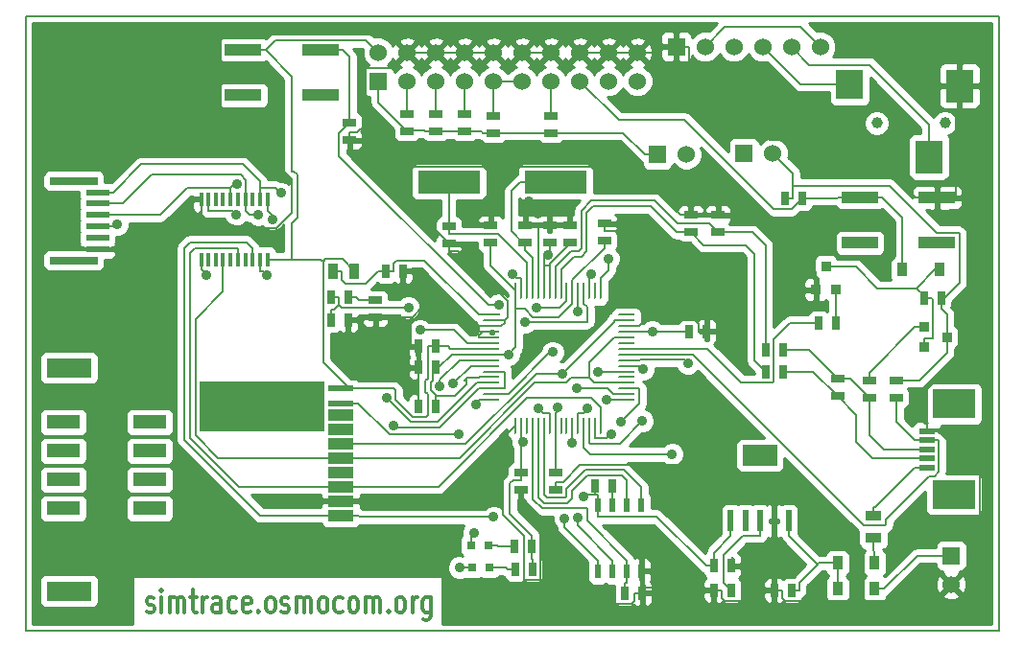
<source format=gtl>
G04 (created by PCBNEW-RS274X (2010-00-09 BZR 23xx)-stable) date So 22 Mai 2011 15:51:25 CEST*
G01*
G70*
G90*
%MOIN*%
G04 Gerber Fmt 3.4, Leading zero omitted, Abs format*
%FSLAX34Y34*%
G04 APERTURE LIST*
%ADD10C,0.006000*%
%ADD11C,0.008000*%
%ADD12C,0.012000*%
%ADD13R,0.078700X0.023600*%
%ADD14R,0.165400X0.027600*%
%ADD15R,0.094500X0.116100*%
%ADD16R,0.094500X0.104300*%
%ADD17C,0.039400*%
%ADD18R,0.031400X0.031400*%
%ADD19R,0.060000X0.060000*%
%ADD20C,0.060000*%
%ADD21R,0.126000X0.039400*%
%ADD22R,0.216500X0.078700*%
%ADD23R,0.090600X0.039400*%
%ADD24R,0.090600X0.019700*%
%ADD25R,0.118100X0.047200*%
%ADD26R,0.433100X0.173200*%
%ADD27R,0.157500X0.066900*%
%ADD28R,0.025000X0.045000*%
%ADD29R,0.045000X0.025000*%
%ADD30R,0.035000X0.055000*%
%ADD31R,0.055000X0.035000*%
%ADD32R,0.035800X0.048000*%
%ADD33R,0.023600X0.047200*%
%ADD34R,0.120000X0.073000*%
%ADD35R,0.020000X0.073000*%
%ADD36R,0.036000X0.036000*%
%ADD37R,0.016000X0.050000*%
%ADD38R,0.060000X0.009800*%
%ADD39O,0.060000X0.009800*%
%ADD40O,0.009800X0.060000*%
%ADD41R,0.149600X0.098400*%
%ADD42R,0.055100X0.019700*%
%ADD43C,0.035000*%
%ADD44C,0.010000*%
G04 APERTURE END LIST*
G54D10*
G54D11*
X14450Y-56300D02*
X14450Y-34950D01*
X48250Y-56300D02*
X14450Y-56300D01*
X48250Y-34950D02*
X48250Y-56300D01*
X15250Y-34950D02*
X48250Y-34950D01*
X14450Y-34950D02*
X15250Y-34950D01*
G54D12*
X18657Y-55636D02*
X18714Y-55674D01*
X18829Y-55674D01*
X18886Y-55636D01*
X18914Y-55560D01*
X18914Y-55521D01*
X18886Y-55445D01*
X18829Y-55407D01*
X18743Y-55407D01*
X18686Y-55369D01*
X18657Y-55293D01*
X18657Y-55255D01*
X18686Y-55179D01*
X18743Y-55140D01*
X18829Y-55140D01*
X18886Y-55179D01*
X19172Y-55674D02*
X19172Y-55140D01*
X19172Y-54874D02*
X19143Y-54912D01*
X19172Y-54950D01*
X19200Y-54912D01*
X19172Y-54874D01*
X19172Y-54950D01*
X19458Y-55674D02*
X19458Y-55140D01*
X19458Y-55217D02*
X19486Y-55179D01*
X19544Y-55140D01*
X19629Y-55140D01*
X19686Y-55179D01*
X19715Y-55255D01*
X19715Y-55674D01*
X19715Y-55255D02*
X19744Y-55179D01*
X19801Y-55140D01*
X19886Y-55140D01*
X19944Y-55179D01*
X19972Y-55255D01*
X19972Y-55674D01*
X20172Y-55140D02*
X20401Y-55140D01*
X20258Y-54874D02*
X20258Y-55560D01*
X20286Y-55636D01*
X20344Y-55674D01*
X20401Y-55674D01*
X20601Y-55674D02*
X20601Y-55140D01*
X20601Y-55293D02*
X20629Y-55217D01*
X20658Y-55179D01*
X20715Y-55140D01*
X20772Y-55140D01*
X21229Y-55674D02*
X21229Y-55255D01*
X21200Y-55179D01*
X21143Y-55140D01*
X21029Y-55140D01*
X20972Y-55179D01*
X21229Y-55636D02*
X21172Y-55674D01*
X21029Y-55674D01*
X20972Y-55636D01*
X20943Y-55560D01*
X20943Y-55483D01*
X20972Y-55407D01*
X21029Y-55369D01*
X21172Y-55369D01*
X21229Y-55331D01*
X21772Y-55636D02*
X21715Y-55674D01*
X21601Y-55674D01*
X21543Y-55636D01*
X21515Y-55598D01*
X21486Y-55521D01*
X21486Y-55293D01*
X21515Y-55217D01*
X21543Y-55179D01*
X21601Y-55140D01*
X21715Y-55140D01*
X21772Y-55179D01*
X22257Y-55636D02*
X22200Y-55674D01*
X22086Y-55674D01*
X22029Y-55636D01*
X22000Y-55560D01*
X22000Y-55255D01*
X22029Y-55179D01*
X22086Y-55140D01*
X22200Y-55140D01*
X22257Y-55179D01*
X22286Y-55255D01*
X22286Y-55331D01*
X22000Y-55407D01*
X22543Y-55598D02*
X22571Y-55636D01*
X22543Y-55674D01*
X22514Y-55636D01*
X22543Y-55598D01*
X22543Y-55674D01*
X22915Y-55674D02*
X22857Y-55636D01*
X22829Y-55598D01*
X22800Y-55521D01*
X22800Y-55293D01*
X22829Y-55217D01*
X22857Y-55179D01*
X22915Y-55140D01*
X23000Y-55140D01*
X23057Y-55179D01*
X23086Y-55217D01*
X23115Y-55293D01*
X23115Y-55521D01*
X23086Y-55598D01*
X23057Y-55636D01*
X23000Y-55674D01*
X22915Y-55674D01*
X23343Y-55636D02*
X23400Y-55674D01*
X23515Y-55674D01*
X23572Y-55636D01*
X23600Y-55560D01*
X23600Y-55521D01*
X23572Y-55445D01*
X23515Y-55407D01*
X23429Y-55407D01*
X23372Y-55369D01*
X23343Y-55293D01*
X23343Y-55255D01*
X23372Y-55179D01*
X23429Y-55140D01*
X23515Y-55140D01*
X23572Y-55179D01*
X23858Y-55674D02*
X23858Y-55140D01*
X23858Y-55217D02*
X23886Y-55179D01*
X23944Y-55140D01*
X24029Y-55140D01*
X24086Y-55179D01*
X24115Y-55255D01*
X24115Y-55674D01*
X24115Y-55255D02*
X24144Y-55179D01*
X24201Y-55140D01*
X24286Y-55140D01*
X24344Y-55179D01*
X24372Y-55255D01*
X24372Y-55674D01*
X24744Y-55674D02*
X24686Y-55636D01*
X24658Y-55598D01*
X24629Y-55521D01*
X24629Y-55293D01*
X24658Y-55217D01*
X24686Y-55179D01*
X24744Y-55140D01*
X24829Y-55140D01*
X24886Y-55179D01*
X24915Y-55217D01*
X24944Y-55293D01*
X24944Y-55521D01*
X24915Y-55598D01*
X24886Y-55636D01*
X24829Y-55674D01*
X24744Y-55674D01*
X25458Y-55636D02*
X25401Y-55674D01*
X25287Y-55674D01*
X25229Y-55636D01*
X25201Y-55598D01*
X25172Y-55521D01*
X25172Y-55293D01*
X25201Y-55217D01*
X25229Y-55179D01*
X25287Y-55140D01*
X25401Y-55140D01*
X25458Y-55179D01*
X25801Y-55674D02*
X25743Y-55636D01*
X25715Y-55598D01*
X25686Y-55521D01*
X25686Y-55293D01*
X25715Y-55217D01*
X25743Y-55179D01*
X25801Y-55140D01*
X25886Y-55140D01*
X25943Y-55179D01*
X25972Y-55217D01*
X26001Y-55293D01*
X26001Y-55521D01*
X25972Y-55598D01*
X25943Y-55636D01*
X25886Y-55674D01*
X25801Y-55674D01*
X26258Y-55674D02*
X26258Y-55140D01*
X26258Y-55217D02*
X26286Y-55179D01*
X26344Y-55140D01*
X26429Y-55140D01*
X26486Y-55179D01*
X26515Y-55255D01*
X26515Y-55674D01*
X26515Y-55255D02*
X26544Y-55179D01*
X26601Y-55140D01*
X26686Y-55140D01*
X26744Y-55179D01*
X26772Y-55255D01*
X26772Y-55674D01*
X27058Y-55598D02*
X27086Y-55636D01*
X27058Y-55674D01*
X27029Y-55636D01*
X27058Y-55598D01*
X27058Y-55674D01*
X27430Y-55674D02*
X27372Y-55636D01*
X27344Y-55598D01*
X27315Y-55521D01*
X27315Y-55293D01*
X27344Y-55217D01*
X27372Y-55179D01*
X27430Y-55140D01*
X27515Y-55140D01*
X27572Y-55179D01*
X27601Y-55217D01*
X27630Y-55293D01*
X27630Y-55521D01*
X27601Y-55598D01*
X27572Y-55636D01*
X27515Y-55674D01*
X27430Y-55674D01*
X27887Y-55674D02*
X27887Y-55140D01*
X27887Y-55293D02*
X27915Y-55217D01*
X27944Y-55179D01*
X28001Y-55140D01*
X28058Y-55140D01*
X28515Y-55140D02*
X28515Y-55788D01*
X28486Y-55864D01*
X28458Y-55902D01*
X28401Y-55940D01*
X28315Y-55940D01*
X28258Y-55902D01*
X28515Y-55636D02*
X28458Y-55674D01*
X28344Y-55674D01*
X28286Y-55636D01*
X28258Y-55598D01*
X28229Y-55521D01*
X28229Y-55293D01*
X28258Y-55217D01*
X28286Y-55179D01*
X28344Y-55140D01*
X28458Y-55140D01*
X28515Y-55179D01*
G54D13*
X16947Y-41066D03*
X16947Y-41459D03*
X16947Y-41853D03*
X16947Y-42247D03*
X16947Y-42641D03*
X16947Y-43034D03*
G54D14*
X16120Y-40672D03*
X16120Y-43428D03*
G54D15*
X46893Y-37361D03*
X45830Y-39831D03*
G54D16*
X43074Y-37302D03*
G54D17*
X46381Y-38650D03*
X44019Y-38650D03*
G54D18*
X30521Y-53337D03*
X29931Y-53337D03*
X30548Y-54115D03*
X29958Y-54115D03*
G54D19*
X26700Y-37200D03*
G54D20*
X26700Y-36200D03*
X27700Y-37200D03*
X27700Y-36200D03*
X28700Y-37200D03*
X28700Y-36200D03*
X29700Y-37200D03*
X29700Y-36200D03*
X30700Y-37200D03*
X30700Y-36200D03*
X31700Y-37200D03*
X31700Y-36200D03*
X32700Y-37200D03*
X32700Y-36200D03*
X33700Y-37200D03*
X33700Y-36200D03*
X34700Y-37200D03*
X34700Y-36200D03*
X35700Y-37200D03*
X35700Y-36200D03*
G54D19*
X36400Y-39750D03*
G54D20*
X37400Y-39750D03*
G54D19*
X39400Y-39700D03*
G54D20*
X40400Y-39700D03*
G54D19*
X46600Y-53700D03*
G54D20*
X46600Y-54700D03*
G54D21*
X22011Y-37687D03*
X22011Y-36113D03*
X24689Y-36113D03*
X24689Y-37687D03*
X43431Y-42820D03*
X43431Y-41246D03*
X46109Y-41246D03*
X46109Y-42820D03*
G54D22*
X32850Y-40700D03*
X29150Y-40700D03*
G54D23*
X25403Y-52294D03*
X25403Y-51794D03*
X25403Y-50794D03*
X25403Y-51294D03*
X25403Y-50294D03*
X25403Y-49794D03*
X25403Y-49294D03*
X25403Y-48794D03*
G54D24*
X25403Y-48400D03*
X25403Y-47889D03*
G54D25*
X15757Y-51050D03*
X15757Y-49050D03*
X15757Y-50050D03*
X15757Y-52050D03*
X18757Y-52050D03*
X18757Y-51050D03*
X18757Y-50050D03*
X18757Y-49050D03*
G54D26*
X22659Y-48503D03*
G54D27*
X15954Y-47172D03*
X15954Y-54928D03*
G54D28*
X34832Y-51285D03*
X34232Y-51285D03*
X35271Y-54994D03*
X35871Y-54994D03*
X42000Y-45600D03*
X42600Y-45600D03*
G54D29*
X25700Y-39250D03*
X25700Y-38650D03*
G54D28*
X32036Y-53363D03*
X31436Y-53363D03*
X32050Y-54181D03*
X31450Y-54181D03*
X40842Y-41267D03*
X41442Y-41267D03*
X25050Y-44700D03*
X25650Y-44700D03*
X40150Y-46550D03*
X40750Y-46550D03*
X40150Y-47300D03*
X40750Y-47300D03*
G54D29*
X32700Y-38400D03*
X32700Y-39000D03*
X30700Y-38400D03*
X30700Y-39000D03*
X29700Y-38350D03*
X29700Y-38950D03*
X28700Y-38350D03*
X28700Y-38950D03*
X27700Y-38350D03*
X27700Y-38950D03*
X43750Y-48200D03*
X43750Y-47600D03*
X44700Y-48200D03*
X44700Y-47600D03*
G54D28*
X46250Y-44750D03*
X45650Y-44750D03*
X26950Y-43800D03*
X27550Y-43800D03*
X38350Y-54050D03*
X38950Y-54050D03*
X38950Y-54900D03*
X38350Y-54900D03*
G54D29*
X34550Y-42750D03*
X34550Y-42150D03*
X32850Y-50800D03*
X32850Y-51400D03*
X29150Y-42250D03*
X29150Y-42850D03*
X31800Y-42800D03*
X31800Y-42200D03*
G54D28*
X28700Y-48500D03*
X28100Y-48500D03*
G54D29*
X30600Y-42800D03*
X30600Y-42200D03*
G54D28*
X41050Y-54900D03*
X40450Y-54900D03*
G54D29*
X38500Y-42450D03*
X38500Y-41850D03*
G54D28*
X28700Y-47150D03*
X28100Y-47150D03*
G54D29*
X37550Y-42450D03*
X37550Y-41850D03*
G54D28*
X25650Y-45500D03*
X25050Y-45500D03*
G54D29*
X33350Y-42800D03*
X33350Y-42200D03*
G54D28*
X37500Y-45900D03*
X38100Y-45900D03*
G54D29*
X26600Y-45400D03*
X26600Y-44800D03*
X42650Y-48150D03*
X42650Y-47550D03*
X31650Y-50800D03*
X31650Y-51400D03*
X32647Y-42804D03*
X32647Y-42204D03*
G54D28*
X28690Y-46423D03*
X28090Y-46423D03*
G54D30*
X25125Y-43800D03*
X25875Y-43800D03*
G54D31*
X43900Y-52325D03*
X43900Y-53075D03*
G54D32*
X42655Y-54850D03*
X43945Y-54850D03*
X42655Y-53950D03*
X43945Y-53950D03*
X44905Y-43750D03*
X46195Y-43750D03*
G54D33*
X34332Y-54242D03*
X34832Y-54242D03*
X35332Y-54242D03*
X35832Y-54242D03*
X35832Y-51958D03*
X35332Y-51958D03*
X34832Y-51958D03*
X34332Y-51958D03*
G54D34*
X39960Y-50208D03*
G54D35*
X39950Y-52492D03*
X39448Y-52492D03*
X38946Y-52492D03*
X40452Y-52492D03*
X40954Y-52492D03*
G54D36*
X42600Y-44450D03*
X41900Y-44450D03*
X42250Y-43650D03*
G54D37*
X22850Y-41300D03*
X22600Y-41300D03*
X22340Y-41300D03*
X22080Y-41300D03*
X21830Y-41300D03*
X21570Y-41300D03*
X21310Y-41300D03*
X21060Y-41300D03*
X20800Y-41300D03*
X20550Y-41300D03*
X20550Y-43400D03*
X20800Y-43400D03*
X21060Y-43400D03*
X21310Y-43400D03*
X21570Y-43400D03*
X21830Y-43400D03*
X22080Y-43400D03*
X22340Y-43400D03*
X22600Y-43400D03*
X22850Y-43400D03*
G54D38*
X30639Y-45324D03*
G54D39*
X30639Y-45521D03*
X30639Y-45718D03*
X30639Y-45915D03*
X30639Y-46112D03*
X30639Y-46308D03*
X30639Y-46505D03*
X30639Y-46702D03*
X30639Y-46899D03*
X30639Y-47096D03*
X30639Y-47293D03*
X30639Y-47489D03*
X30639Y-47686D03*
X30639Y-47883D03*
X30639Y-48080D03*
X30639Y-48277D03*
G54D40*
X31474Y-49175D03*
X31671Y-49175D03*
X31868Y-49175D03*
X32065Y-49175D03*
X32262Y-49175D03*
X32458Y-49175D03*
X32655Y-49175D03*
X32852Y-49175D03*
X33049Y-49175D03*
X33246Y-49175D03*
X33443Y-49175D03*
X33639Y-49175D03*
X33836Y-49175D03*
X34033Y-49175D03*
X34230Y-49175D03*
X34427Y-49175D03*
G54D39*
X35325Y-48277D03*
X35325Y-48080D03*
X35325Y-47883D03*
X35325Y-47686D03*
X35325Y-47489D03*
X35325Y-47293D03*
X35325Y-47096D03*
X35325Y-46899D03*
X35325Y-46702D03*
X35325Y-46505D03*
X35325Y-46308D03*
X35325Y-46112D03*
X35325Y-45915D03*
X35325Y-45718D03*
X35325Y-45521D03*
X35325Y-45324D03*
G54D40*
X34427Y-44489D03*
X34230Y-44489D03*
X33836Y-44489D03*
X34033Y-44482D03*
X33639Y-44489D03*
X33443Y-44489D03*
X33246Y-44489D03*
X33049Y-44489D03*
X32852Y-44489D03*
X32655Y-44489D03*
X32461Y-44489D03*
X32264Y-44489D03*
X32067Y-44489D03*
X31870Y-44489D03*
X31674Y-44489D03*
X31477Y-44489D03*
G54D41*
X46693Y-51575D03*
X46693Y-48425D03*
G54D42*
X45748Y-50630D03*
X45748Y-50315D03*
X45748Y-50000D03*
X45748Y-49685D03*
X45748Y-49370D03*
G54D36*
X45650Y-46450D03*
X45650Y-45750D03*
X46450Y-46100D03*
G54D19*
X37050Y-36000D03*
G54D20*
X38050Y-36000D03*
X39050Y-36000D03*
X40050Y-36000D03*
X41050Y-36000D03*
X42050Y-36000D03*
G54D43*
X31231Y-46702D03*
X32935Y-48528D03*
X35908Y-47209D03*
X31803Y-45583D03*
X30885Y-44984D03*
X32760Y-46623D03*
X21785Y-40770D03*
X34344Y-47293D03*
X33174Y-52409D03*
X33972Y-48587D03*
X35875Y-49017D03*
X36906Y-50171D03*
X20733Y-43930D03*
X27217Y-49168D03*
X17632Y-42186D03*
X33597Y-47881D03*
X33086Y-47370D03*
X21766Y-41832D03*
X26986Y-48216D03*
X22829Y-43929D03*
X30016Y-52898D03*
X29300Y-47712D03*
X29516Y-54115D03*
X28845Y-47808D03*
X33628Y-52363D03*
X33443Y-49767D03*
X32261Y-48563D03*
X22544Y-41844D03*
X30086Y-48456D03*
X23025Y-41993D03*
X34784Y-49479D03*
X29484Y-49487D03*
X33639Y-45194D03*
X34614Y-48277D03*
X34698Y-43367D03*
X37463Y-47025D03*
X34103Y-43902D03*
X28150Y-45859D03*
X23323Y-41090D03*
X35131Y-49051D03*
X30709Y-52356D03*
X33832Y-51634D03*
X36219Y-45915D03*
X32598Y-43246D03*
X31733Y-49757D03*
X35129Y-42418D03*
X31928Y-41381D03*
X31356Y-43907D03*
X27752Y-45069D03*
X32209Y-45081D03*
G54D11*
X30600Y-43612D02*
X31477Y-44489D01*
X30600Y-42800D02*
X30600Y-43612D01*
X32850Y-49177D02*
X32852Y-49175D01*
X32850Y-50800D02*
X32850Y-49177D01*
X32935Y-48649D02*
X32935Y-48528D01*
X32852Y-48732D02*
X32935Y-48649D01*
X32852Y-49175D02*
X32852Y-48732D01*
X28800Y-47150D02*
X28750Y-47150D01*
X29248Y-46702D02*
X28800Y-47150D01*
X30639Y-46702D02*
X29248Y-46702D01*
X28750Y-47150D02*
X28700Y-47150D01*
X29697Y-47603D02*
X29754Y-47546D01*
X28700Y-48132D02*
X28700Y-48500D01*
X28710Y-48122D02*
X28700Y-48132D01*
X28527Y-47940D02*
X28710Y-48122D01*
X28527Y-47676D02*
X28527Y-47940D01*
X28598Y-47605D02*
X28527Y-47676D01*
X28598Y-47302D02*
X28598Y-47605D01*
X28750Y-47150D02*
X28598Y-47302D01*
X29754Y-47737D02*
X29754Y-47546D01*
X29365Y-48126D02*
X29754Y-47737D01*
X28713Y-48126D02*
X29365Y-48126D01*
X28710Y-48122D02*
X28713Y-48126D01*
X30639Y-46702D02*
X31231Y-46702D01*
X33443Y-44107D02*
X33443Y-44489D01*
X34550Y-43000D02*
X33443Y-44107D01*
X34550Y-42750D02*
X34550Y-43000D01*
X31477Y-46456D02*
X31477Y-45123D01*
X31231Y-46702D02*
X31477Y-46456D01*
X31477Y-45123D02*
X31477Y-44489D01*
X30192Y-47493D02*
X29807Y-47493D01*
X30196Y-47489D02*
X30192Y-47493D01*
X30639Y-47489D02*
X30196Y-47489D01*
X33443Y-44932D02*
X33443Y-44489D01*
X32976Y-45399D02*
X33443Y-44932D01*
X32077Y-45399D02*
X32976Y-45399D01*
X31801Y-45123D02*
X32077Y-45399D01*
X31477Y-45123D02*
X31801Y-45123D01*
X29754Y-47546D02*
X29807Y-47493D01*
X29807Y-47493D02*
X29811Y-47489D01*
X44905Y-41947D02*
X44905Y-43750D01*
X44204Y-41246D02*
X44905Y-41947D01*
X43431Y-41246D02*
X44204Y-41246D01*
X35881Y-47209D02*
X35908Y-47209D01*
X35768Y-47096D02*
X35881Y-47209D01*
X35325Y-47096D02*
X35768Y-47096D01*
X41073Y-41636D02*
X41442Y-41267D01*
X40435Y-41636D02*
X41073Y-41636D01*
X37346Y-38547D02*
X40435Y-41636D01*
X35047Y-38547D02*
X37346Y-38547D01*
X33700Y-37200D02*
X35047Y-38547D01*
X42658Y-41246D02*
X43431Y-41246D01*
X42637Y-41267D02*
X42658Y-41246D01*
X41442Y-41267D02*
X42637Y-41267D01*
X45328Y-49685D02*
X45748Y-49685D01*
X44700Y-49057D02*
X45328Y-49685D01*
X44700Y-48200D02*
X44700Y-49057D01*
X46166Y-49685D02*
X45748Y-49685D01*
X46166Y-50787D02*
X46166Y-49685D01*
X46015Y-50938D02*
X46166Y-50787D01*
X45829Y-50938D02*
X46015Y-50938D01*
X44334Y-52433D02*
X45829Y-50938D01*
X44334Y-52622D02*
X44334Y-52433D01*
X44312Y-52644D02*
X44334Y-52622D01*
X43565Y-52644D02*
X44312Y-52644D01*
X37623Y-46702D02*
X43565Y-52644D01*
X35325Y-46702D02*
X37623Y-46702D01*
X25700Y-36351D02*
X25700Y-38650D01*
X25462Y-36113D02*
X25700Y-36351D01*
X24689Y-36113D02*
X25462Y-36113D01*
X25331Y-39019D02*
X25700Y-38650D01*
X25331Y-39797D02*
X25331Y-39019D01*
X30518Y-44984D02*
X25331Y-39797D01*
X30885Y-44984D02*
X30518Y-44984D01*
X33935Y-45583D02*
X31803Y-45583D01*
X33957Y-45561D02*
X33935Y-45583D01*
X33957Y-45053D02*
X33957Y-45561D01*
X33836Y-44932D02*
X33957Y-45053D01*
X33836Y-44489D02*
X33836Y-44932D01*
X21570Y-41300D02*
X21570Y-40907D01*
X19119Y-41853D02*
X16947Y-41853D01*
X20065Y-40907D02*
X19119Y-41853D01*
X21570Y-40907D02*
X20065Y-40907D01*
X31222Y-48080D02*
X30639Y-48080D01*
X32679Y-46623D02*
X31222Y-48080D01*
X32760Y-46623D02*
X32679Y-46623D01*
X21707Y-40770D02*
X21785Y-40770D01*
X21570Y-40907D02*
X21707Y-40770D01*
X35325Y-47293D02*
X34344Y-47293D01*
X21310Y-44508D02*
X21310Y-43400D01*
X20349Y-45469D02*
X21310Y-44508D01*
X20349Y-49522D02*
X20349Y-45469D01*
X21121Y-50294D02*
X20349Y-49522D01*
X25403Y-50294D02*
X21121Y-50294D01*
X34026Y-46968D02*
X34026Y-47521D01*
X34882Y-46112D02*
X34026Y-46968D01*
X35325Y-46112D02*
X34882Y-46112D01*
X33386Y-47521D02*
X34026Y-47521D01*
X33219Y-47688D02*
X33386Y-47521D01*
X32140Y-47688D02*
X33219Y-47688D01*
X29534Y-50294D02*
X32140Y-47688D01*
X25403Y-50294D02*
X29534Y-50294D01*
X34191Y-47686D02*
X35325Y-47686D01*
X34026Y-47521D02*
X34191Y-47686D01*
X33827Y-48732D02*
X33972Y-48587D01*
X33639Y-48732D02*
X33827Y-48732D01*
X33639Y-49175D02*
X33639Y-48732D01*
X33174Y-52705D02*
X33174Y-52409D01*
X34332Y-53863D02*
X33174Y-52705D01*
X34332Y-54242D02*
X34332Y-53863D01*
X39750Y-46900D02*
X40150Y-47300D01*
X39750Y-43200D02*
X39750Y-46900D01*
X39450Y-42900D02*
X39750Y-43200D01*
X38000Y-42900D02*
X39450Y-42900D01*
X37550Y-42450D02*
X38000Y-42900D01*
X37050Y-42450D02*
X37550Y-42450D01*
X36150Y-41550D02*
X37050Y-42450D01*
X34162Y-41550D02*
X36150Y-41550D01*
X33932Y-41780D02*
X34162Y-41550D01*
X33932Y-43118D02*
X33932Y-41780D01*
X33750Y-43300D02*
X33932Y-43118D01*
X33500Y-43300D02*
X33750Y-43300D01*
X33049Y-43751D02*
X33500Y-43300D01*
X33049Y-44489D02*
X33049Y-43751D01*
X40150Y-42900D02*
X40150Y-46550D01*
X39700Y-42450D02*
X40150Y-42900D01*
X38500Y-42450D02*
X39700Y-42450D01*
X38200Y-42150D02*
X38500Y-42450D01*
X37100Y-42150D02*
X38200Y-42150D01*
X36300Y-41350D02*
X37100Y-42150D01*
X34100Y-41350D02*
X36300Y-41350D01*
X33750Y-41700D02*
X34100Y-41350D01*
X33750Y-43000D02*
X33750Y-41700D01*
X33650Y-43100D02*
X33750Y-43000D01*
X33400Y-43100D02*
X33650Y-43100D01*
X32852Y-43648D02*
X33400Y-43100D01*
X32852Y-44489D02*
X32852Y-43648D01*
X41352Y-37302D02*
X43074Y-37302D01*
X40050Y-36000D02*
X41352Y-37302D01*
X34033Y-49779D02*
X34033Y-49175D01*
X34055Y-49801D02*
X34033Y-49779D01*
X35091Y-49801D02*
X34055Y-49801D01*
X35875Y-49017D02*
X35091Y-49801D01*
X45830Y-38706D02*
X45830Y-39831D01*
X43751Y-36627D02*
X45830Y-38706D01*
X41677Y-36627D02*
X43751Y-36627D01*
X41050Y-36000D02*
X41677Y-36627D01*
X33836Y-49954D02*
X33836Y-49175D01*
X34053Y-50171D02*
X33836Y-49954D01*
X36906Y-50171D02*
X34053Y-50171D01*
X20550Y-43747D02*
X20550Y-43400D01*
X20733Y-43930D02*
X20550Y-43747D01*
X17484Y-42247D02*
X16947Y-42247D01*
X17545Y-42186D02*
X17484Y-42247D01*
X17632Y-42186D02*
X17545Y-42186D01*
X31082Y-47883D02*
X30639Y-47883D01*
X31082Y-47293D02*
X31082Y-47883D01*
X30639Y-47293D02*
X31082Y-47293D01*
X27297Y-49248D02*
X27217Y-49168D01*
X28831Y-49248D02*
X27297Y-49248D01*
X30196Y-47883D02*
X28831Y-49248D01*
X30639Y-47883D02*
X30196Y-47883D01*
X25999Y-49794D02*
X25403Y-49794D01*
X26026Y-49821D02*
X25999Y-49794D01*
X29746Y-49821D02*
X26026Y-49821D01*
X32197Y-47370D02*
X29746Y-49821D01*
X33086Y-47370D02*
X32197Y-47370D01*
X34882Y-45574D02*
X33086Y-47370D01*
X34882Y-45521D02*
X34882Y-45574D01*
X35325Y-45521D02*
X34882Y-45521D01*
X21627Y-41693D02*
X21766Y-41832D01*
X20800Y-41693D02*
X21627Y-41693D01*
X20800Y-41300D02*
X20800Y-41693D01*
X34669Y-47881D02*
X33597Y-47881D01*
X34868Y-48080D02*
X34669Y-47881D01*
X35325Y-48080D02*
X34868Y-48080D01*
X22693Y-43793D02*
X22829Y-43929D01*
X22600Y-43793D02*
X22693Y-43793D01*
X22600Y-43400D02*
X22600Y-43793D01*
X27823Y-49053D02*
X26986Y-48216D01*
X28765Y-49053D02*
X27823Y-49053D01*
X30132Y-47686D02*
X28765Y-49053D01*
X30639Y-47686D02*
X30132Y-47686D01*
X30016Y-52952D02*
X30016Y-52898D01*
X29931Y-53037D02*
X30016Y-52952D01*
X29931Y-53337D02*
X29931Y-53037D01*
X29916Y-47096D02*
X29300Y-47712D01*
X30639Y-47096D02*
X29916Y-47096D01*
X29958Y-54115D02*
X29516Y-54115D01*
X28845Y-47588D02*
X28845Y-47808D01*
X29534Y-46899D02*
X28845Y-47588D01*
X30639Y-46899D02*
X29534Y-46899D01*
X33443Y-49767D02*
X33443Y-49175D01*
X33628Y-52659D02*
X33628Y-52363D01*
X34832Y-53863D02*
X33628Y-52659D01*
X34832Y-54242D02*
X34832Y-53863D01*
X32458Y-51569D02*
X32458Y-49175D01*
X32567Y-51678D02*
X32458Y-51569D01*
X33187Y-51678D02*
X32567Y-51678D01*
X33221Y-51644D02*
X33187Y-51678D01*
X33221Y-51388D02*
X33221Y-51644D01*
X33885Y-50724D02*
X33221Y-51388D01*
X35238Y-50724D02*
X33885Y-50724D01*
X35832Y-51318D02*
X35238Y-50724D01*
X35832Y-51958D02*
X35832Y-51318D01*
X32430Y-48732D02*
X32261Y-48563D01*
X32655Y-48732D02*
X32430Y-48732D01*
X32655Y-49175D02*
X32655Y-48732D01*
X17814Y-41459D02*
X16947Y-41459D01*
X18822Y-40451D02*
X17814Y-41459D01*
X21928Y-40451D02*
X18822Y-40451D01*
X22104Y-40627D02*
X21928Y-40451D01*
X22104Y-41276D02*
X22104Y-40627D01*
X22080Y-41300D02*
X22104Y-41276D01*
X22230Y-41844D02*
X22544Y-41844D01*
X22080Y-41694D02*
X22230Y-41844D01*
X22080Y-41300D02*
X22080Y-41694D01*
X21830Y-43007D02*
X21830Y-43400D01*
X20342Y-43007D02*
X21830Y-43007D01*
X20162Y-43187D02*
X20342Y-43007D01*
X20162Y-49596D02*
X20162Y-43187D01*
X21860Y-51294D02*
X20162Y-49596D01*
X25403Y-51294D02*
X21860Y-51294D01*
X34427Y-48540D02*
X34427Y-49175D01*
X34097Y-48210D02*
X34427Y-48540D01*
X31878Y-48210D02*
X34097Y-48210D01*
X28794Y-51294D02*
X31878Y-48210D01*
X25403Y-51294D02*
X28794Y-51294D01*
X32262Y-51662D02*
X32262Y-49175D01*
X32461Y-51861D02*
X32262Y-51662D01*
X33264Y-51861D02*
X32461Y-51861D01*
X33422Y-51703D02*
X33264Y-51861D01*
X33422Y-51447D02*
X33422Y-51703D01*
X33962Y-50907D02*
X33422Y-51447D01*
X35160Y-50907D02*
X33962Y-50907D01*
X35332Y-51079D02*
X35160Y-50907D01*
X35332Y-51958D02*
X35332Y-51079D01*
X23025Y-41868D02*
X23025Y-41993D01*
X22850Y-41693D02*
X23025Y-41868D01*
X22850Y-41300D02*
X22850Y-41693D01*
X30196Y-48346D02*
X30086Y-48456D01*
X30196Y-48277D02*
X30196Y-48346D01*
X30639Y-48277D02*
X30196Y-48277D01*
X34645Y-49618D02*
X34784Y-49479D01*
X34230Y-49618D02*
X34645Y-49618D01*
X34230Y-49175D02*
X34230Y-49618D01*
X27086Y-49487D02*
X29484Y-49487D01*
X25999Y-48400D02*
X27086Y-49487D01*
X25403Y-48400D02*
X25999Y-48400D01*
X31700Y-37200D02*
X30700Y-37200D01*
X30700Y-37200D02*
X30700Y-38400D01*
X33639Y-44489D02*
X33639Y-45194D01*
X28700Y-38350D02*
X28700Y-37200D01*
X35325Y-48277D02*
X34614Y-48277D01*
X32700Y-38400D02*
X32700Y-37200D01*
X34698Y-43775D02*
X34698Y-43367D01*
X34427Y-44046D02*
X34698Y-43775D01*
X34427Y-44489D02*
X34427Y-44046D01*
X37323Y-46885D02*
X37463Y-47025D01*
X35782Y-46885D02*
X37323Y-46885D01*
X35768Y-46899D02*
X35782Y-46885D01*
X35325Y-46899D02*
X35768Y-46899D01*
X29700Y-38350D02*
X29700Y-37200D01*
X34033Y-43972D02*
X34103Y-43902D01*
X34033Y-44482D02*
X34033Y-43972D01*
X45650Y-44656D02*
X45650Y-44750D01*
X45389Y-44395D02*
X45650Y-44656D01*
X46034Y-43750D02*
X45389Y-44395D01*
X46195Y-43750D02*
X46034Y-43750D01*
X43300Y-43650D02*
X42250Y-43650D01*
X44045Y-44395D02*
X43300Y-43650D01*
X45389Y-44395D02*
X44045Y-44395D01*
X45650Y-46127D02*
X45650Y-46450D01*
X45951Y-46127D02*
X45650Y-46127D01*
X45973Y-46105D02*
X45951Y-46127D01*
X45973Y-44805D02*
X45973Y-46105D01*
X45918Y-44750D02*
X45973Y-44805D01*
X45650Y-44750D02*
X45918Y-44750D01*
X43900Y-53522D02*
X43900Y-53075D01*
X43945Y-53567D02*
X43900Y-53522D01*
X43945Y-53950D02*
X43945Y-53567D01*
X22600Y-41300D02*
X22600Y-40907D01*
X23140Y-40907D02*
X22600Y-40907D01*
X23323Y-41090D02*
X23140Y-40907D01*
X29338Y-45859D02*
X28150Y-45859D01*
X29787Y-46308D02*
X29338Y-45859D01*
X30639Y-46308D02*
X29787Y-46308D01*
X17484Y-41066D02*
X16947Y-41066D01*
X18466Y-40084D02*
X17484Y-41066D01*
X22000Y-40084D02*
X18466Y-40084D01*
X22600Y-40684D02*
X22000Y-40084D01*
X22600Y-40907D02*
X22600Y-40684D01*
X26061Y-52356D02*
X30709Y-52356D01*
X25999Y-52294D02*
X26061Y-52356D01*
X25403Y-52294D02*
X25999Y-52294D01*
X35768Y-48414D02*
X35131Y-49051D01*
X35768Y-47883D02*
X35768Y-48414D01*
X35325Y-47883D02*
X35768Y-47883D01*
X22340Y-43007D02*
X22340Y-43400D01*
X22306Y-42973D02*
X22340Y-43007D01*
X22290Y-42973D02*
X22306Y-42973D01*
X22127Y-42810D02*
X22290Y-42973D01*
X20152Y-42810D02*
X22127Y-42810D01*
X19967Y-42995D02*
X20152Y-42810D01*
X19967Y-49662D02*
X19967Y-42995D01*
X22599Y-52294D02*
X19967Y-49662D01*
X25403Y-52294D02*
X22599Y-52294D01*
X35332Y-54621D02*
X35332Y-54242D01*
X35327Y-54626D02*
X35332Y-54621D01*
X35271Y-54626D02*
X35327Y-54626D01*
X35271Y-54994D02*
X35271Y-54626D01*
X32065Y-51726D02*
X32065Y-49175D01*
X32383Y-52044D02*
X32065Y-51726D01*
X33922Y-52044D02*
X32383Y-52044D01*
X33952Y-52074D02*
X33922Y-52044D01*
X33952Y-52483D02*
X33952Y-52074D01*
X35332Y-53863D02*
X33952Y-52483D01*
X35332Y-54242D02*
X35332Y-53863D01*
X32461Y-43624D02*
X32655Y-43624D01*
X32461Y-43624D02*
X32461Y-44489D01*
X32655Y-43545D02*
X32655Y-43624D01*
X33350Y-42850D02*
X32655Y-43545D01*
X33350Y-42800D02*
X33350Y-42850D01*
X46450Y-45318D02*
X46450Y-46100D01*
X46250Y-45118D02*
X46450Y-45318D01*
X46250Y-44851D02*
X46250Y-45118D01*
X45480Y-47600D02*
X44700Y-47600D01*
X46450Y-46630D02*
X45480Y-47600D01*
X46450Y-46100D02*
X46450Y-46630D01*
X44467Y-40835D02*
X41110Y-40835D01*
X46111Y-42479D02*
X44467Y-40835D01*
X46861Y-42479D02*
X46111Y-42479D01*
X46883Y-42501D02*
X46861Y-42479D01*
X46883Y-44218D02*
X46883Y-42501D01*
X46250Y-44851D02*
X46883Y-44218D01*
X41110Y-41267D02*
X41110Y-40835D01*
X40842Y-41267D02*
X41110Y-41267D01*
X41110Y-40410D02*
X40400Y-39700D01*
X41110Y-40835D02*
X41110Y-40410D01*
X32655Y-43624D02*
X32655Y-44489D01*
X29205Y-46505D02*
X30639Y-46505D01*
X29123Y-46423D02*
X29205Y-46505D01*
X28690Y-46423D02*
X29123Y-46423D01*
X27700Y-38915D02*
X27700Y-38932D01*
X28297Y-38915D02*
X27700Y-38915D01*
X28332Y-38950D02*
X28297Y-38915D01*
X28700Y-38950D02*
X28332Y-38950D01*
X26700Y-37932D02*
X26700Y-37200D01*
X27700Y-38932D02*
X26700Y-37932D01*
X30282Y-38950D02*
X29700Y-38950D01*
X30332Y-39000D02*
X30282Y-38950D01*
X30700Y-39000D02*
X30332Y-39000D01*
X29700Y-38950D02*
X28700Y-38950D01*
X31650Y-51068D02*
X31650Y-50800D01*
X31382Y-51068D02*
X31650Y-51068D01*
X31278Y-51172D02*
X31382Y-51068D01*
X31278Y-52237D02*
X31278Y-51172D01*
X32036Y-52995D02*
X31278Y-52237D01*
X32036Y-53363D02*
X32036Y-52995D01*
X32036Y-53799D02*
X32036Y-53363D01*
X32050Y-53813D02*
X32036Y-53799D01*
X32050Y-54181D02*
X32050Y-53813D01*
X24781Y-46969D02*
X24781Y-43474D01*
X25701Y-47889D02*
X24781Y-46969D01*
X25456Y-43381D02*
X25875Y-43800D01*
X24874Y-43381D02*
X25456Y-43381D01*
X24781Y-43474D02*
X24874Y-43381D01*
X23124Y-35773D02*
X22784Y-36113D01*
X26273Y-35773D02*
X23124Y-35773D01*
X26700Y-36200D02*
X26273Y-35773D01*
X22011Y-36113D02*
X22784Y-36113D01*
X34332Y-52337D02*
X34332Y-51958D01*
X36369Y-52337D02*
X34332Y-52337D01*
X38082Y-54050D02*
X36369Y-52337D01*
X38350Y-54050D02*
X38082Y-54050D01*
X38350Y-53596D02*
X38350Y-54050D01*
X38946Y-53000D02*
X38350Y-53596D01*
X38946Y-52492D02*
X38946Y-53000D01*
X22850Y-43400D02*
X23701Y-43400D01*
X24707Y-43400D02*
X24781Y-43474D01*
X23701Y-43400D02*
X24707Y-43400D01*
X34232Y-51285D02*
X34232Y-51568D01*
X34332Y-51579D02*
X34332Y-51958D01*
X34243Y-51579D02*
X34332Y-51579D01*
X34232Y-51568D02*
X34243Y-51579D01*
X33898Y-51568D02*
X33832Y-51634D01*
X34232Y-51568D02*
X33898Y-51568D01*
X37135Y-45915D02*
X36219Y-45915D01*
X37150Y-45900D02*
X37135Y-45915D01*
X37500Y-45900D02*
X37150Y-45900D01*
X36219Y-45915D02*
X35325Y-45915D01*
X32647Y-43153D02*
X32554Y-43246D01*
X32647Y-42804D02*
X32647Y-43153D01*
X32461Y-43339D02*
X32461Y-43624D01*
X32554Y-43246D02*
X32461Y-43339D01*
X32554Y-43246D02*
X32598Y-43246D01*
X35207Y-39000D02*
X32700Y-39000D01*
X35957Y-39750D02*
X35207Y-39000D01*
X36400Y-39750D02*
X35957Y-39750D01*
X32700Y-39000D02*
X30700Y-39000D01*
X23701Y-37030D02*
X22784Y-36113D01*
X23701Y-40340D02*
X23701Y-37030D01*
X23778Y-40340D02*
X23701Y-40340D01*
X23884Y-40446D02*
X23778Y-40340D01*
X23884Y-41959D02*
X23884Y-40446D01*
X23701Y-42142D02*
X23884Y-41959D01*
X23701Y-43400D02*
X23701Y-42142D01*
X31733Y-49757D02*
X31663Y-49687D01*
X31650Y-49700D02*
X31663Y-49687D01*
X31650Y-50800D02*
X31650Y-49700D01*
X31671Y-49679D02*
X31671Y-49175D01*
X31663Y-49687D02*
X31671Y-49679D01*
X27240Y-47889D02*
X25701Y-47889D01*
X27304Y-47953D02*
X27240Y-47889D01*
X27304Y-48273D02*
X27304Y-47953D01*
X27900Y-48869D02*
X27304Y-48273D01*
X28347Y-48869D02*
X27900Y-48869D01*
X28415Y-48801D02*
X28347Y-48869D01*
X28415Y-48088D02*
X28415Y-48801D01*
X28344Y-48017D02*
X28415Y-48088D01*
X28344Y-47599D02*
X28344Y-48017D01*
X28415Y-47528D02*
X28344Y-47599D01*
X28415Y-46430D02*
X28415Y-47528D01*
X28422Y-46423D02*
X28415Y-46430D01*
X28690Y-46423D02*
X28422Y-46423D01*
X25701Y-47889D02*
X25403Y-47889D01*
X27700Y-38950D02*
X27700Y-38932D01*
X46250Y-44750D02*
X46250Y-44851D01*
X28100Y-46782D02*
X28100Y-47150D01*
X28090Y-46772D02*
X28100Y-46782D01*
X28090Y-46423D02*
X28090Y-46772D01*
X28100Y-48500D02*
X28100Y-47150D01*
X32700Y-36200D02*
X31700Y-36200D01*
X30700Y-36200D02*
X29700Y-36200D01*
X26253Y-36781D02*
X26253Y-38697D01*
X26278Y-36756D02*
X26253Y-36781D01*
X27144Y-36756D02*
X26278Y-36756D01*
X27700Y-36200D02*
X27144Y-36756D01*
X25968Y-38982D02*
X26253Y-38697D01*
X25700Y-38982D02*
X25968Y-38982D01*
X25700Y-39250D02*
X25700Y-38982D01*
X35768Y-45718D02*
X35974Y-45512D01*
X35325Y-45718D02*
X35768Y-45718D01*
X37832Y-45900D02*
X38100Y-45900D01*
X37832Y-45632D02*
X37832Y-45900D01*
X37712Y-45512D02*
X37832Y-45632D01*
X35974Y-45512D02*
X37712Y-45512D01*
X29150Y-43118D02*
X29150Y-42850D01*
X29470Y-43118D02*
X29150Y-43118D01*
X31203Y-44851D02*
X29470Y-43118D01*
X31203Y-45400D02*
X31203Y-44851D01*
X31082Y-45521D02*
X31203Y-45400D01*
X35871Y-54626D02*
X35871Y-54810D01*
X35866Y-54621D02*
X35871Y-54626D01*
X35832Y-54621D02*
X35866Y-54621D01*
X35832Y-54242D02*
X35832Y-54621D01*
X26018Y-45400D02*
X26600Y-45400D01*
X25918Y-45500D02*
X26018Y-45400D01*
X25650Y-45500D02*
X25918Y-45500D01*
X27550Y-44168D02*
X27550Y-43800D01*
X28212Y-44830D02*
X27550Y-44168D01*
X28212Y-45081D02*
X28212Y-44830D01*
X29700Y-36200D02*
X28700Y-36200D01*
X30639Y-45718D02*
X30196Y-45718D01*
X29559Y-45081D02*
X28212Y-45081D01*
X30196Y-45718D02*
X29559Y-45081D01*
X32978Y-42204D02*
X32647Y-42204D01*
X32982Y-42200D02*
X32978Y-42204D01*
X33350Y-42200D02*
X32982Y-42200D01*
X35974Y-43263D02*
X35129Y-42418D01*
X35974Y-45512D02*
X35974Y-43263D01*
X34550Y-42418D02*
X34550Y-42150D01*
X35129Y-42418D02*
X34550Y-42418D01*
X27859Y-41559D02*
X27859Y-40165D01*
X29150Y-42850D02*
X27859Y-41559D01*
X26391Y-38697D02*
X26253Y-38697D01*
X27859Y-40165D02*
X26391Y-38697D01*
X30354Y-40161D02*
X30600Y-40407D01*
X27863Y-40161D02*
X30354Y-40161D01*
X27859Y-40165D02*
X27863Y-40161D01*
X30600Y-40407D02*
X30600Y-42200D01*
X30844Y-40163D02*
X30600Y-40407D01*
X35495Y-40163D02*
X30844Y-40163D01*
X37182Y-41850D02*
X35495Y-40163D01*
X37550Y-41850D02*
X37182Y-41850D01*
X32850Y-51132D02*
X32850Y-51400D01*
X33118Y-51132D02*
X32850Y-51132D01*
X33709Y-50541D02*
X33118Y-51132D01*
X39009Y-50541D02*
X33709Y-50541D01*
X40452Y-51984D02*
X39009Y-50541D01*
X40452Y-52492D02*
X40452Y-51984D01*
X39773Y-54900D02*
X40450Y-54900D01*
X39404Y-55269D02*
X39773Y-54900D01*
X38719Y-55269D02*
X39404Y-55269D01*
X38618Y-55168D02*
X38719Y-55269D01*
X38618Y-54900D02*
X38618Y-55168D01*
X38350Y-54900D02*
X38618Y-54900D01*
X40718Y-54900D02*
X40450Y-54900D01*
X40718Y-55168D02*
X40718Y-54900D01*
X40819Y-55269D02*
X40718Y-55168D01*
X46031Y-55269D02*
X40819Y-55269D01*
X46600Y-54700D02*
X46031Y-55269D01*
X46166Y-49370D02*
X45775Y-49370D01*
X47585Y-50789D02*
X46166Y-49370D01*
X47585Y-53715D02*
X47585Y-50789D01*
X46600Y-54700D02*
X47585Y-53715D01*
X34700Y-36200D02*
X33700Y-36200D01*
X37992Y-54810D02*
X35871Y-54810D01*
X38082Y-54900D02*
X37992Y-54810D01*
X38350Y-54900D02*
X38082Y-54900D01*
X30639Y-45521D02*
X31082Y-45521D01*
X31082Y-45600D02*
X31082Y-45521D01*
X30964Y-45718D02*
X31082Y-45600D01*
X30639Y-45718D02*
X30964Y-45718D01*
X40452Y-53000D02*
X40452Y-52492D01*
X39310Y-54142D02*
X40452Y-53000D01*
X39773Y-54605D02*
X39310Y-54142D01*
X39773Y-54900D02*
X39773Y-54605D01*
X39218Y-54050D02*
X38950Y-54050D01*
X39310Y-54142D02*
X39218Y-54050D01*
X27822Y-46423D02*
X28090Y-46423D01*
X27822Y-45400D02*
X27822Y-46423D01*
X26600Y-45400D02*
X27822Y-45400D01*
X27893Y-45400D02*
X28212Y-45081D01*
X27822Y-45400D02*
X27893Y-45400D01*
X30196Y-45915D02*
X30196Y-45718D01*
X30314Y-45915D02*
X30196Y-45915D01*
X30196Y-46112D02*
X30639Y-46112D01*
X30196Y-46033D02*
X30196Y-46112D01*
X30314Y-45915D02*
X30196Y-46033D01*
X30639Y-45915D02*
X30314Y-45915D01*
X46882Y-41246D02*
X46756Y-41246D01*
X47158Y-41522D02*
X46882Y-41246D01*
X47158Y-46512D02*
X47158Y-41522D01*
X45775Y-47895D02*
X47158Y-46512D01*
X45775Y-49370D02*
X45775Y-47895D01*
X37550Y-41850D02*
X38500Y-41850D01*
X41900Y-43841D02*
X41900Y-44450D01*
X39909Y-41850D02*
X41900Y-43841D01*
X38500Y-41850D02*
X39909Y-41850D01*
X19209Y-43034D02*
X20550Y-41693D01*
X16947Y-43034D02*
X19209Y-43034D01*
X20550Y-41300D02*
X20550Y-41693D01*
X30786Y-49863D02*
X30786Y-51794D01*
X31474Y-49175D02*
X30786Y-49863D01*
X30786Y-51794D02*
X25403Y-51794D01*
X31028Y-52036D02*
X30786Y-51794D01*
X31028Y-52291D02*
X31028Y-52036D01*
X31753Y-53016D02*
X31028Y-52291D01*
X31753Y-54531D02*
X31753Y-53016D01*
X31775Y-54553D02*
X31753Y-54531D01*
X32326Y-54553D02*
X31775Y-54553D01*
X33136Y-55363D02*
X32326Y-54553D01*
X35502Y-55363D02*
X33136Y-55363D01*
X35603Y-55262D02*
X35502Y-55363D01*
X35603Y-54994D02*
X35603Y-55262D01*
X35871Y-54994D02*
X35603Y-54994D01*
X31650Y-51668D02*
X31650Y-51400D01*
X32326Y-52344D02*
X31650Y-51668D01*
X32326Y-54553D02*
X32326Y-52344D01*
X28700Y-36200D02*
X27700Y-36200D01*
X20550Y-41998D02*
X20550Y-41693D01*
X20869Y-42317D02*
X20550Y-41998D01*
X23173Y-42317D02*
X20869Y-42317D01*
X23701Y-41789D02*
X23173Y-42317D01*
X23701Y-40614D02*
X23701Y-41789D01*
X21237Y-38150D02*
X23701Y-40614D01*
X21237Y-35601D02*
X21237Y-38150D01*
X21259Y-35579D02*
X21237Y-35601D01*
X27079Y-35579D02*
X21259Y-35579D01*
X27700Y-36200D02*
X27079Y-35579D01*
X31800Y-41509D02*
X31800Y-42133D01*
X31928Y-41381D02*
X31800Y-41509D01*
X32208Y-42133D02*
X32279Y-42204D01*
X31800Y-42133D02*
X32208Y-42133D01*
X32647Y-42204D02*
X32279Y-42204D01*
X32264Y-42219D02*
X32279Y-42204D01*
X32264Y-44489D02*
X32264Y-42219D01*
X31800Y-42200D02*
X31800Y-42133D01*
X45748Y-49370D02*
X45775Y-49370D01*
X35871Y-54994D02*
X35871Y-54810D01*
X46756Y-38222D02*
X46756Y-41246D01*
X46893Y-38085D02*
X46756Y-38222D01*
X46893Y-37361D02*
X46893Y-38085D01*
X35700Y-36200D02*
X34700Y-36200D01*
X36407Y-36200D02*
X36607Y-36000D01*
X35700Y-36200D02*
X36407Y-36200D01*
X37050Y-36000D02*
X36607Y-36000D01*
X46109Y-41246D02*
X46756Y-41246D01*
X37493Y-36443D02*
X37493Y-36000D01*
X40306Y-39256D02*
X37493Y-36443D01*
X43346Y-39256D02*
X40306Y-39256D01*
X45336Y-41246D02*
X43346Y-39256D01*
X46109Y-41246D02*
X45336Y-41246D01*
X37050Y-36000D02*
X37493Y-36000D01*
X34832Y-51285D02*
X34832Y-51958D01*
X44250Y-50000D02*
X45748Y-50000D01*
X43750Y-49500D02*
X44250Y-50000D01*
X43750Y-48200D02*
X43750Y-49500D01*
X43100Y-47550D02*
X43750Y-48200D01*
X42650Y-47550D02*
X43100Y-47550D01*
X41650Y-46550D02*
X42650Y-47550D01*
X40750Y-46550D02*
X41650Y-46550D01*
X43750Y-47332D02*
X43750Y-47600D01*
X45327Y-45755D02*
X43750Y-47332D01*
X45327Y-45750D02*
X45327Y-45755D01*
X45650Y-45750D02*
X45327Y-45750D01*
X41000Y-45600D02*
X42000Y-45600D01*
X40419Y-46181D02*
X41000Y-45600D01*
X40419Y-47647D02*
X40419Y-46181D01*
X40397Y-47669D02*
X40419Y-47647D01*
X39301Y-47669D02*
X40397Y-47669D01*
X38137Y-46505D02*
X39301Y-47669D01*
X35325Y-46505D02*
X38137Y-46505D01*
X42600Y-44450D02*
X42600Y-45600D01*
X38681Y-54631D02*
X38950Y-54900D01*
X38681Y-53691D02*
X38681Y-54631D01*
X39372Y-53000D02*
X38681Y-53691D01*
X39950Y-53000D02*
X39372Y-53000D01*
X39950Y-52492D02*
X39950Y-53000D01*
X42655Y-54111D02*
X42655Y-54850D01*
X42494Y-53950D02*
X42655Y-54111D01*
X40954Y-53000D02*
X41952Y-53998D01*
X40954Y-52492D02*
X40954Y-53000D01*
X41318Y-54632D02*
X41952Y-53998D01*
X41318Y-54900D02*
X41318Y-54632D01*
X41050Y-54900D02*
X41318Y-54900D01*
X42655Y-53950D02*
X42494Y-53950D01*
X42000Y-53950D02*
X41952Y-53998D01*
X42494Y-53950D02*
X42000Y-53950D01*
X38741Y-35309D02*
X38050Y-36000D01*
X41359Y-35309D02*
X38741Y-35309D01*
X42050Y-36000D02*
X41359Y-35309D01*
X25318Y-44700D02*
X25318Y-44968D01*
X25050Y-44700D02*
X25318Y-44700D01*
X25050Y-45132D02*
X25050Y-45500D01*
X25154Y-45132D02*
X25050Y-45132D01*
X25318Y-44968D02*
X25154Y-45132D01*
X31495Y-44046D02*
X31356Y-43907D01*
X31674Y-44046D02*
X31495Y-44046D01*
X31674Y-44489D02*
X31674Y-44046D01*
X25419Y-45069D02*
X25318Y-44968D01*
X27752Y-45069D02*
X25419Y-45069D01*
X32996Y-45081D02*
X32209Y-45081D01*
X33246Y-44831D02*
X32996Y-45081D01*
X33246Y-44489D02*
X33246Y-44831D01*
X29150Y-40700D02*
X29150Y-42250D01*
X31870Y-43517D02*
X31870Y-44489D01*
X30871Y-42518D02*
X31870Y-43517D01*
X29150Y-42518D02*
X30871Y-42518D01*
X29150Y-42250D02*
X29150Y-42518D01*
X26018Y-44800D02*
X26600Y-44800D01*
X25918Y-44700D02*
X26018Y-44800D01*
X25650Y-44700D02*
X25918Y-44700D01*
X27700Y-38350D02*
X27700Y-37200D01*
X31321Y-42421D02*
X31800Y-42900D01*
X31321Y-41003D02*
X31321Y-42421D01*
X31624Y-40700D02*
X31321Y-41003D01*
X32850Y-40700D02*
X31624Y-40700D01*
X31800Y-42800D02*
X31800Y-42900D01*
X32067Y-43335D02*
X32067Y-44489D01*
X31800Y-43068D02*
X32067Y-43335D01*
X31800Y-42900D02*
X31800Y-43068D01*
X30847Y-53363D02*
X31436Y-53363D01*
X30821Y-53337D02*
X30847Y-53363D01*
X30521Y-53337D02*
X30821Y-53337D01*
X31116Y-54115D02*
X30548Y-54115D01*
X31182Y-54181D02*
X31116Y-54115D01*
X31450Y-54181D02*
X31182Y-54181D01*
X45329Y-50630D02*
X45748Y-50630D01*
X43952Y-52007D02*
X45329Y-50630D01*
X43900Y-52007D02*
X43952Y-52007D01*
X43900Y-52325D02*
X43900Y-52007D01*
X45417Y-53700D02*
X46600Y-53700D01*
X44267Y-54850D02*
X45417Y-53700D01*
X43945Y-54850D02*
X44267Y-54850D01*
X43865Y-50315D02*
X45748Y-50315D01*
X43300Y-49750D02*
X43865Y-50315D01*
X43300Y-48800D02*
X43300Y-49750D01*
X42650Y-48150D02*
X43300Y-48800D01*
X41800Y-47300D02*
X42650Y-48150D01*
X40750Y-47300D02*
X41800Y-47300D01*
X26682Y-43800D02*
X26950Y-43800D01*
X26250Y-44232D02*
X26682Y-43800D01*
X25557Y-44232D02*
X26250Y-44232D01*
X25443Y-44118D02*
X25557Y-44232D01*
X25443Y-43800D02*
X25443Y-44118D01*
X25125Y-43800D02*
X25443Y-43800D01*
X30196Y-45324D02*
X30639Y-45324D01*
X28303Y-43431D02*
X30196Y-45324D01*
X27319Y-43431D02*
X28303Y-43431D01*
X27218Y-43532D02*
X27319Y-43431D01*
X27218Y-43800D02*
X27218Y-43532D01*
X26950Y-43800D02*
X27218Y-43800D01*
G54D44*
X14690Y-35190D02*
X38450Y-35190D01*
X41650Y-35190D02*
X48010Y-35190D01*
X14690Y-35270D02*
X38370Y-35270D01*
X41730Y-35270D02*
X48010Y-35270D01*
X14690Y-35350D02*
X38290Y-35350D01*
X41810Y-35350D02*
X48010Y-35350D01*
X14690Y-35430D02*
X38210Y-35430D01*
X41890Y-35430D02*
X48010Y-35430D01*
X14690Y-35510D02*
X23006Y-35510D01*
X26392Y-35510D02*
X36588Y-35510D01*
X36998Y-35510D02*
X37102Y-35510D01*
X37512Y-35510D02*
X37800Y-35510D01*
X42301Y-35510D02*
X48010Y-35510D01*
X14690Y-35590D02*
X22897Y-35590D01*
X26500Y-35590D02*
X36527Y-35590D01*
X37000Y-35590D02*
X37100Y-35590D01*
X37574Y-35590D02*
X37684Y-35590D01*
X42416Y-35590D02*
X48010Y-35590D01*
X14690Y-35670D02*
X21325Y-35670D01*
X22699Y-35670D02*
X22817Y-35670D01*
X26855Y-35670D02*
X27562Y-35670D01*
X27816Y-35670D02*
X28562Y-35670D01*
X28816Y-35670D02*
X29562Y-35670D01*
X29816Y-35670D02*
X30562Y-35670D01*
X30816Y-35670D02*
X31562Y-35670D01*
X31816Y-35670D02*
X32562Y-35670D01*
X32816Y-35670D02*
X33562Y-35670D01*
X33816Y-35670D02*
X34562Y-35670D01*
X34816Y-35670D02*
X35562Y-35670D01*
X35816Y-35670D02*
X36501Y-35670D01*
X37000Y-35670D02*
X37100Y-35670D01*
X37599Y-35670D02*
X37604Y-35670D01*
X42496Y-35670D02*
X48010Y-35670D01*
X14690Y-35750D02*
X21195Y-35750D01*
X27026Y-35750D02*
X27413Y-35750D01*
X27988Y-35750D02*
X28413Y-35750D01*
X28988Y-35750D02*
X29413Y-35750D01*
X29988Y-35750D02*
X30413Y-35750D01*
X30988Y-35750D02*
X31413Y-35750D01*
X31988Y-35750D02*
X32413Y-35750D01*
X32988Y-35750D02*
X33413Y-35750D01*
X33988Y-35750D02*
X34413Y-35750D01*
X34988Y-35750D02*
X35413Y-35750D01*
X35988Y-35750D02*
X36501Y-35750D01*
X37000Y-35750D02*
X37100Y-35750D01*
X42541Y-35750D02*
X48010Y-35750D01*
X14690Y-35830D02*
X21148Y-35830D01*
X27106Y-35830D02*
X27400Y-35830D01*
X27999Y-35830D02*
X28400Y-35830D01*
X28999Y-35830D02*
X29400Y-35830D01*
X29999Y-35830D02*
X30400Y-35830D01*
X30999Y-35830D02*
X31400Y-35830D01*
X31999Y-35830D02*
X32400Y-35830D01*
X32999Y-35830D02*
X33400Y-35830D01*
X33999Y-35830D02*
X34400Y-35830D01*
X34999Y-35830D02*
X35400Y-35830D01*
X35999Y-35830D02*
X36501Y-35830D01*
X37000Y-35830D02*
X37100Y-35830D01*
X42574Y-35830D02*
X48010Y-35830D01*
X14690Y-35910D02*
X21132Y-35910D01*
X27174Y-35910D02*
X27260Y-35910D01*
X27340Y-35910D02*
X27480Y-35910D01*
X27919Y-35910D02*
X28061Y-35910D01*
X28141Y-35910D02*
X28260Y-35910D01*
X28340Y-35910D02*
X28480Y-35910D01*
X28919Y-35910D02*
X29061Y-35910D01*
X29141Y-35910D02*
X29260Y-35910D01*
X29340Y-35910D02*
X29480Y-35910D01*
X29919Y-35910D02*
X30061Y-35910D01*
X30141Y-35910D02*
X30260Y-35910D01*
X30340Y-35910D02*
X30480Y-35910D01*
X30919Y-35910D02*
X31061Y-35910D01*
X31141Y-35910D02*
X31260Y-35910D01*
X31340Y-35910D02*
X31480Y-35910D01*
X31919Y-35910D02*
X32061Y-35910D01*
X32141Y-35910D02*
X32260Y-35910D01*
X32340Y-35910D02*
X32480Y-35910D01*
X32919Y-35910D02*
X33061Y-35910D01*
X33141Y-35910D02*
X33260Y-35910D01*
X33340Y-35910D02*
X33480Y-35910D01*
X33919Y-35910D02*
X34061Y-35910D01*
X34141Y-35910D02*
X34260Y-35910D01*
X34340Y-35910D02*
X34480Y-35910D01*
X34919Y-35910D02*
X35061Y-35910D01*
X35141Y-35910D02*
X35260Y-35910D01*
X35340Y-35910D02*
X35480Y-35910D01*
X35919Y-35910D02*
X36061Y-35910D01*
X36141Y-35910D02*
X36522Y-35910D01*
X37000Y-35910D02*
X37100Y-35910D01*
X42599Y-35910D02*
X48010Y-35910D01*
X14690Y-35990D02*
X21132Y-35990D01*
X27420Y-35990D02*
X27560Y-35990D01*
X27839Y-35990D02*
X27981Y-35990D01*
X28202Y-35990D02*
X28203Y-35990D01*
X28420Y-35990D02*
X28560Y-35990D01*
X28839Y-35990D02*
X28981Y-35990D01*
X29202Y-35990D02*
X29203Y-35990D01*
X29420Y-35990D02*
X29560Y-35990D01*
X29839Y-35990D02*
X29981Y-35990D01*
X30202Y-35990D02*
X30203Y-35990D01*
X30420Y-35990D02*
X30560Y-35990D01*
X30839Y-35990D02*
X30981Y-35990D01*
X31202Y-35990D02*
X31203Y-35990D01*
X31420Y-35990D02*
X31560Y-35990D01*
X31839Y-35990D02*
X31981Y-35990D01*
X32202Y-35990D02*
X32203Y-35990D01*
X32420Y-35990D02*
X32560Y-35990D01*
X32839Y-35990D02*
X32981Y-35990D01*
X33202Y-35990D02*
X33203Y-35990D01*
X33420Y-35990D02*
X33560Y-35990D01*
X33839Y-35990D02*
X33981Y-35990D01*
X34202Y-35990D02*
X34203Y-35990D01*
X34420Y-35990D02*
X34560Y-35990D01*
X34839Y-35990D02*
X34981Y-35990D01*
X35202Y-35990D02*
X35203Y-35990D01*
X35420Y-35990D02*
X35560Y-35990D01*
X35839Y-35990D02*
X35981Y-35990D01*
X36201Y-35990D02*
X37100Y-35990D01*
X42599Y-35990D02*
X48010Y-35990D01*
X14690Y-36070D02*
X21132Y-36070D01*
X27500Y-36070D02*
X27640Y-36070D01*
X27759Y-36070D02*
X27901Y-36070D01*
X28500Y-36070D02*
X28640Y-36070D01*
X28759Y-36070D02*
X28901Y-36070D01*
X29500Y-36070D02*
X29640Y-36070D01*
X29759Y-36070D02*
X29901Y-36070D01*
X30500Y-36070D02*
X30640Y-36070D01*
X30759Y-36070D02*
X30901Y-36070D01*
X31500Y-36070D02*
X31640Y-36070D01*
X31759Y-36070D02*
X31901Y-36070D01*
X32500Y-36070D02*
X32640Y-36070D01*
X32759Y-36070D02*
X32901Y-36070D01*
X33500Y-36070D02*
X33640Y-36070D01*
X33759Y-36070D02*
X33901Y-36070D01*
X34500Y-36070D02*
X34640Y-36070D01*
X34759Y-36070D02*
X34901Y-36070D01*
X35500Y-36070D02*
X35640Y-36070D01*
X35759Y-36070D02*
X35901Y-36070D01*
X36233Y-36070D02*
X36542Y-36070D01*
X37000Y-36070D02*
X37100Y-36070D01*
X42599Y-36070D02*
X48010Y-36070D01*
X14690Y-36150D02*
X21132Y-36150D01*
X27580Y-36150D02*
X27821Y-36150D01*
X28580Y-36150D02*
X28821Y-36150D01*
X29580Y-36150D02*
X29821Y-36150D01*
X30580Y-36150D02*
X30821Y-36150D01*
X31580Y-36150D02*
X31821Y-36150D01*
X32580Y-36150D02*
X32821Y-36150D01*
X33580Y-36150D02*
X33821Y-36150D01*
X34580Y-36150D02*
X34821Y-36150D01*
X35580Y-36150D02*
X35821Y-36150D01*
X36237Y-36150D02*
X36500Y-36150D01*
X37000Y-36150D02*
X37100Y-36150D01*
X42581Y-36150D02*
X48010Y-36150D01*
X14690Y-36230D02*
X21132Y-36230D01*
X27599Y-36230D02*
X27800Y-36230D01*
X28599Y-36230D02*
X28800Y-36230D01*
X29599Y-36230D02*
X29800Y-36230D01*
X30599Y-36230D02*
X30800Y-36230D01*
X31599Y-36230D02*
X31800Y-36230D01*
X32599Y-36230D02*
X32800Y-36230D01*
X33599Y-36230D02*
X33800Y-36230D01*
X34599Y-36230D02*
X34800Y-36230D01*
X35599Y-36230D02*
X35800Y-36230D01*
X36241Y-36230D02*
X36500Y-36230D01*
X37000Y-36230D02*
X37100Y-36230D01*
X38548Y-36230D02*
X38551Y-36230D01*
X39548Y-36230D02*
X39551Y-36230D01*
X42548Y-36230D02*
X48010Y-36230D01*
X14690Y-36310D02*
X21132Y-36310D01*
X27519Y-36310D02*
X27661Y-36310D01*
X27740Y-36310D02*
X27880Y-36310D01*
X28519Y-36310D02*
X28661Y-36310D01*
X28740Y-36310D02*
X28880Y-36310D01*
X29519Y-36310D02*
X29661Y-36310D01*
X29740Y-36310D02*
X29880Y-36310D01*
X30519Y-36310D02*
X30661Y-36310D01*
X30740Y-36310D02*
X30880Y-36310D01*
X31519Y-36310D02*
X31661Y-36310D01*
X31740Y-36310D02*
X31880Y-36310D01*
X32519Y-36310D02*
X32661Y-36310D01*
X32740Y-36310D02*
X32880Y-36310D01*
X33519Y-36310D02*
X33661Y-36310D01*
X33740Y-36310D02*
X33880Y-36310D01*
X34519Y-36310D02*
X34661Y-36310D01*
X34740Y-36310D02*
X34880Y-36310D01*
X35519Y-36310D02*
X35661Y-36310D01*
X35740Y-36310D02*
X35880Y-36310D01*
X36232Y-36310D02*
X36501Y-36310D01*
X37000Y-36310D02*
X37100Y-36310D01*
X38515Y-36310D02*
X38584Y-36310D01*
X39515Y-36310D02*
X39584Y-36310D01*
X42515Y-36310D02*
X48010Y-36310D01*
X14690Y-36390D02*
X21144Y-36390D01*
X27439Y-36390D02*
X27581Y-36390D01*
X27820Y-36390D02*
X27960Y-36390D01*
X28439Y-36390D02*
X28581Y-36390D01*
X28820Y-36390D02*
X28960Y-36390D01*
X29439Y-36390D02*
X29581Y-36390D01*
X29820Y-36390D02*
X29960Y-36390D01*
X30439Y-36390D02*
X30581Y-36390D01*
X30820Y-36390D02*
X30960Y-36390D01*
X31439Y-36390D02*
X31581Y-36390D01*
X31820Y-36390D02*
X31960Y-36390D01*
X32439Y-36390D02*
X32581Y-36390D01*
X32820Y-36390D02*
X32960Y-36390D01*
X33439Y-36390D02*
X33581Y-36390D01*
X33820Y-36390D02*
X33960Y-36390D01*
X34439Y-36390D02*
X34581Y-36390D01*
X34820Y-36390D02*
X34960Y-36390D01*
X35439Y-36390D02*
X35581Y-36390D01*
X35820Y-36390D02*
X35960Y-36390D01*
X36203Y-36390D02*
X36517Y-36390D01*
X37000Y-36390D02*
X37100Y-36390D01*
X37582Y-36390D02*
X37664Y-36390D01*
X38436Y-36390D02*
X38664Y-36390D01*
X39436Y-36390D02*
X39664Y-36390D01*
X43909Y-36390D02*
X48010Y-36390D01*
X14690Y-36470D02*
X21189Y-36470D01*
X27181Y-36470D02*
X27223Y-36470D01*
X27359Y-36470D02*
X27501Y-36470D01*
X27900Y-36470D02*
X28040Y-36470D01*
X28175Y-36470D02*
X28223Y-36470D01*
X28359Y-36470D02*
X28501Y-36470D01*
X28900Y-36470D02*
X29040Y-36470D01*
X29175Y-36470D02*
X29223Y-36470D01*
X29359Y-36470D02*
X29501Y-36470D01*
X29900Y-36470D02*
X30040Y-36470D01*
X30175Y-36470D02*
X30223Y-36470D01*
X30359Y-36470D02*
X30501Y-36470D01*
X30900Y-36470D02*
X31040Y-36470D01*
X31175Y-36470D02*
X31223Y-36470D01*
X31359Y-36470D02*
X31501Y-36470D01*
X31900Y-36470D02*
X32040Y-36470D01*
X32175Y-36470D02*
X32223Y-36470D01*
X32359Y-36470D02*
X32501Y-36470D01*
X32900Y-36470D02*
X33040Y-36470D01*
X33175Y-36470D02*
X33223Y-36470D01*
X33359Y-36470D02*
X33501Y-36470D01*
X33900Y-36470D02*
X34040Y-36470D01*
X34175Y-36470D02*
X34223Y-36470D01*
X34359Y-36470D02*
X34501Y-36470D01*
X34900Y-36470D02*
X35040Y-36470D01*
X35175Y-36470D02*
X35223Y-36470D01*
X35359Y-36470D02*
X35501Y-36470D01*
X35900Y-36470D02*
X36040Y-36470D01*
X36175Y-36470D02*
X36568Y-36470D01*
X37000Y-36470D02*
X37100Y-36470D01*
X37532Y-36470D02*
X37751Y-36470D01*
X38348Y-36470D02*
X38751Y-36470D01*
X39348Y-36470D02*
X39751Y-36470D01*
X44004Y-36470D02*
X48010Y-36470D01*
X14690Y-36550D02*
X21309Y-36550D01*
X22711Y-36550D02*
X22811Y-36550D01*
X27126Y-36550D02*
X27421Y-36550D01*
X27980Y-36550D02*
X28421Y-36550D01*
X28980Y-36550D02*
X29421Y-36550D01*
X29980Y-36550D02*
X30421Y-36550D01*
X30980Y-36550D02*
X31421Y-36550D01*
X31980Y-36550D02*
X32421Y-36550D01*
X32980Y-36550D02*
X33421Y-36550D01*
X33980Y-36550D02*
X34421Y-36550D01*
X34980Y-36550D02*
X35421Y-36550D01*
X35980Y-36550D02*
X40190Y-36550D01*
X44084Y-36550D02*
X46329Y-36550D01*
X46800Y-36550D02*
X46986Y-36550D01*
X47458Y-36550D02*
X48010Y-36550D01*
X14690Y-36630D02*
X22891Y-36630D01*
X27046Y-36630D02*
X27406Y-36630D01*
X27993Y-36630D02*
X28406Y-36630D01*
X28993Y-36630D02*
X29406Y-36630D01*
X29993Y-36630D02*
X30406Y-36630D01*
X30993Y-36630D02*
X31406Y-36630D01*
X31993Y-36630D02*
X32406Y-36630D01*
X32993Y-36630D02*
X33406Y-36630D01*
X33993Y-36630D02*
X34406Y-36630D01*
X34993Y-36630D02*
X35406Y-36630D01*
X35993Y-36630D02*
X40270Y-36630D01*
X44164Y-36630D02*
X46220Y-36630D01*
X46843Y-36630D02*
X46943Y-36630D01*
X47566Y-36630D02*
X48010Y-36630D01*
X14690Y-36710D02*
X22971Y-36710D01*
X27162Y-36710D02*
X27449Y-36710D01*
X27951Y-36710D02*
X28449Y-36710D01*
X28951Y-36710D02*
X29449Y-36710D01*
X29951Y-36710D02*
X30449Y-36710D01*
X30951Y-36710D02*
X31449Y-36710D01*
X31951Y-36710D02*
X32449Y-36710D01*
X32951Y-36710D02*
X33449Y-36710D01*
X33951Y-36710D02*
X34449Y-36710D01*
X34951Y-36710D02*
X35449Y-36710D01*
X35951Y-36710D02*
X40350Y-36710D01*
X44244Y-36710D02*
X46181Y-36710D01*
X46843Y-36710D02*
X46943Y-36710D01*
X47606Y-36710D02*
X48010Y-36710D01*
X14690Y-36790D02*
X23051Y-36790D01*
X27224Y-36790D02*
X27334Y-36790D01*
X28066Y-36790D02*
X28334Y-36790D01*
X29066Y-36790D02*
X29334Y-36790D01*
X30066Y-36790D02*
X30334Y-36790D01*
X31066Y-36790D02*
X31334Y-36790D01*
X32066Y-36790D02*
X32334Y-36790D01*
X33066Y-36790D02*
X33334Y-36790D01*
X34066Y-36790D02*
X34334Y-36790D01*
X35066Y-36790D02*
X35334Y-36790D01*
X36066Y-36790D02*
X40430Y-36790D01*
X44324Y-36790D02*
X46172Y-36790D01*
X46843Y-36790D02*
X46943Y-36790D01*
X47614Y-36790D02*
X48010Y-36790D01*
X14690Y-36870D02*
X23131Y-36870D01*
X27249Y-36870D02*
X27254Y-36870D01*
X28146Y-36870D02*
X28254Y-36870D01*
X29146Y-36870D02*
X29254Y-36870D01*
X30146Y-36870D02*
X30254Y-36870D01*
X31146Y-36870D02*
X31254Y-36870D01*
X32146Y-36870D02*
X32254Y-36870D01*
X33146Y-36870D02*
X33254Y-36870D01*
X34146Y-36870D02*
X34254Y-36870D01*
X35146Y-36870D02*
X35254Y-36870D01*
X36146Y-36870D02*
X40510Y-36870D01*
X44404Y-36870D02*
X46172Y-36870D01*
X46843Y-36870D02*
X46943Y-36870D01*
X47615Y-36870D02*
X48010Y-36870D01*
X14690Y-36950D02*
X23211Y-36950D01*
X28191Y-36950D02*
X28210Y-36950D01*
X29191Y-36950D02*
X29210Y-36950D01*
X30191Y-36950D02*
X30210Y-36950D01*
X32191Y-36950D02*
X32210Y-36950D01*
X33191Y-36950D02*
X33210Y-36950D01*
X34191Y-36950D02*
X34210Y-36950D01*
X35191Y-36950D02*
X35210Y-36950D01*
X36191Y-36950D02*
X40590Y-36950D01*
X44484Y-36950D02*
X46172Y-36950D01*
X46843Y-36950D02*
X46943Y-36950D01*
X47615Y-36950D02*
X48010Y-36950D01*
X14690Y-37030D02*
X23291Y-37030D01*
X36224Y-37030D02*
X40670Y-37030D01*
X44564Y-37030D02*
X46172Y-37030D01*
X46843Y-37030D02*
X46943Y-37030D01*
X47615Y-37030D02*
X48010Y-37030D01*
X14690Y-37110D02*
X23371Y-37110D01*
X36249Y-37110D02*
X40750Y-37110D01*
X43795Y-37110D02*
X43824Y-37110D01*
X44644Y-37110D02*
X46172Y-37110D01*
X46843Y-37110D02*
X46943Y-37110D01*
X47615Y-37110D02*
X48010Y-37110D01*
X14690Y-37190D02*
X23411Y-37190D01*
X36249Y-37190D02*
X40830Y-37190D01*
X43795Y-37190D02*
X43904Y-37190D01*
X44724Y-37190D02*
X46172Y-37190D01*
X46843Y-37190D02*
X46943Y-37190D01*
X47615Y-37190D02*
X48010Y-37190D01*
X14690Y-37270D02*
X21262Y-37270D01*
X22761Y-37270D02*
X23411Y-37270D01*
X36249Y-37270D02*
X40910Y-37270D01*
X43795Y-37270D02*
X43984Y-37270D01*
X44804Y-37270D02*
X46192Y-37270D01*
X46843Y-37270D02*
X46943Y-37270D01*
X47594Y-37270D02*
X48010Y-37270D01*
X14690Y-37350D02*
X21170Y-37350D01*
X22853Y-37350D02*
X23411Y-37350D01*
X36231Y-37350D02*
X40990Y-37350D01*
X43795Y-37350D02*
X44064Y-37350D01*
X44884Y-37350D02*
X48010Y-37350D01*
X14690Y-37430D02*
X21137Y-37430D01*
X22886Y-37430D02*
X23411Y-37430D01*
X35198Y-37430D02*
X35201Y-37430D01*
X36198Y-37430D02*
X41070Y-37430D01*
X43795Y-37430D02*
X44144Y-37430D01*
X44964Y-37430D02*
X46214Y-37430D01*
X46843Y-37430D02*
X46943Y-37430D01*
X47572Y-37430D02*
X48010Y-37430D01*
X14690Y-37510D02*
X21132Y-37510D01*
X22890Y-37510D02*
X23411Y-37510D01*
X35165Y-37510D02*
X35234Y-37510D01*
X36165Y-37510D02*
X41151Y-37510D01*
X43795Y-37510D02*
X44224Y-37510D01*
X45044Y-37510D02*
X46171Y-37510D01*
X46843Y-37510D02*
X46943Y-37510D01*
X47614Y-37510D02*
X48010Y-37510D01*
X14690Y-37590D02*
X21132Y-37590D01*
X22890Y-37590D02*
X23411Y-37590D01*
X35086Y-37590D02*
X35314Y-37590D01*
X36086Y-37590D02*
X41341Y-37590D01*
X43795Y-37590D02*
X44304Y-37590D01*
X45124Y-37590D02*
X46171Y-37590D01*
X46843Y-37590D02*
X46943Y-37590D01*
X47614Y-37590D02*
X48010Y-37590D01*
X14690Y-37670D02*
X21132Y-37670D01*
X22890Y-37670D02*
X23411Y-37670D01*
X34998Y-37670D02*
X35401Y-37670D01*
X35998Y-37670D02*
X42353Y-37670D01*
X43795Y-37670D02*
X44384Y-37670D01*
X45204Y-37670D02*
X46171Y-37670D01*
X46843Y-37670D02*
X46943Y-37670D01*
X47614Y-37670D02*
X48010Y-37670D01*
X14690Y-37750D02*
X21132Y-37750D01*
X22890Y-37750D02*
X23411Y-37750D01*
X34660Y-37750D02*
X42353Y-37750D01*
X43795Y-37750D02*
X44464Y-37750D01*
X45284Y-37750D02*
X46171Y-37750D01*
X46843Y-37750D02*
X46943Y-37750D01*
X47614Y-37750D02*
X48010Y-37750D01*
X14690Y-37830D02*
X21132Y-37830D01*
X22890Y-37830D02*
X23411Y-37830D01*
X34740Y-37830D02*
X42353Y-37830D01*
X43795Y-37830D02*
X44544Y-37830D01*
X45364Y-37830D02*
X46171Y-37830D01*
X46843Y-37830D02*
X46943Y-37830D01*
X47614Y-37830D02*
X48010Y-37830D01*
X14690Y-37910D02*
X21132Y-37910D01*
X22890Y-37910D02*
X23411Y-37910D01*
X34820Y-37910D02*
X42368Y-37910D01*
X43779Y-37910D02*
X44624Y-37910D01*
X45444Y-37910D02*
X46172Y-37910D01*
X46843Y-37910D02*
X46943Y-37910D01*
X47614Y-37910D02*
X48010Y-37910D01*
X14690Y-37990D02*
X21155Y-37990D01*
X22866Y-37990D02*
X23411Y-37990D01*
X34900Y-37990D02*
X42417Y-37990D01*
X43731Y-37990D02*
X44704Y-37990D01*
X45524Y-37990D02*
X46172Y-37990D01*
X46843Y-37990D02*
X46943Y-37990D01*
X47614Y-37990D02*
X48010Y-37990D01*
X14690Y-38070D02*
X21215Y-38070D01*
X22807Y-38070D02*
X23411Y-38070D01*
X34980Y-38070D02*
X42547Y-38070D01*
X43599Y-38070D02*
X44784Y-38070D01*
X45604Y-38070D02*
X46204Y-38070D01*
X46843Y-38070D02*
X46943Y-38070D01*
X47581Y-38070D02*
X48010Y-38070D01*
X14690Y-38150D02*
X23411Y-38150D01*
X35060Y-38150D02*
X44864Y-38150D01*
X45684Y-38150D02*
X46278Y-38150D01*
X46822Y-38150D02*
X46964Y-38150D01*
X47508Y-38150D02*
X48010Y-38150D01*
X14690Y-38230D02*
X23411Y-38230D01*
X35140Y-38230D02*
X43869Y-38230D01*
X44171Y-38230D02*
X44944Y-38230D01*
X45764Y-38230D02*
X46231Y-38230D01*
X46533Y-38230D02*
X48010Y-38230D01*
X14690Y-38310D02*
X23411Y-38310D01*
X37504Y-38310D02*
X43729Y-38310D01*
X44310Y-38310D02*
X45024Y-38310D01*
X45844Y-38310D02*
X46091Y-38310D01*
X46672Y-38310D02*
X48010Y-38310D01*
X14690Y-38390D02*
X23411Y-38390D01*
X37599Y-38390D02*
X43649Y-38390D01*
X44390Y-38390D02*
X45104Y-38390D01*
X45924Y-38390D02*
X46011Y-38390D01*
X46752Y-38390D02*
X48010Y-38390D01*
X14690Y-38470D02*
X23411Y-38470D01*
X37679Y-38470D02*
X43611Y-38470D01*
X44427Y-38470D02*
X45184Y-38470D01*
X46789Y-38470D02*
X48010Y-38470D01*
X14690Y-38550D02*
X23411Y-38550D01*
X37759Y-38550D02*
X43578Y-38550D01*
X44461Y-38550D02*
X45264Y-38550D01*
X46823Y-38550D02*
X48010Y-38550D01*
X14690Y-38630D02*
X23411Y-38630D01*
X37839Y-38630D02*
X43573Y-38630D01*
X44465Y-38630D02*
X45344Y-38630D01*
X46827Y-38630D02*
X48010Y-38630D01*
X14690Y-38710D02*
X23411Y-38710D01*
X37919Y-38710D02*
X43573Y-38710D01*
X44465Y-38710D02*
X45424Y-38710D01*
X46827Y-38710D02*
X48010Y-38710D01*
X14690Y-38790D02*
X23411Y-38790D01*
X37999Y-38790D02*
X43594Y-38790D01*
X44443Y-38790D02*
X45504Y-38790D01*
X46805Y-38790D02*
X48010Y-38790D01*
X14690Y-38870D02*
X23411Y-38870D01*
X38079Y-38870D02*
X43627Y-38870D01*
X44410Y-38870D02*
X45540Y-38870D01*
X46772Y-38870D02*
X48010Y-38870D01*
X14690Y-38950D02*
X23411Y-38950D01*
X38159Y-38950D02*
X43688Y-38950D01*
X44349Y-38950D02*
X45540Y-38950D01*
X46711Y-38950D02*
X48010Y-38950D01*
X14690Y-39030D02*
X23411Y-39030D01*
X38239Y-39030D02*
X43770Y-39030D01*
X44266Y-39030D02*
X45242Y-39030D01*
X46628Y-39030D02*
X48010Y-39030D01*
X14690Y-39110D02*
X23411Y-39110D01*
X38319Y-39110D02*
X45147Y-39110D01*
X46513Y-39110D02*
X48010Y-39110D01*
X14690Y-39190D02*
X23411Y-39190D01*
X38399Y-39190D02*
X38958Y-39190D01*
X39842Y-39190D02*
X40198Y-39190D01*
X40603Y-39190D02*
X45114Y-39190D01*
X46547Y-39190D02*
X48010Y-39190D01*
X14690Y-39270D02*
X23411Y-39270D01*
X38479Y-39270D02*
X38885Y-39270D01*
X39916Y-39270D02*
X40054Y-39270D01*
X40746Y-39270D02*
X45109Y-39270D01*
X46551Y-39270D02*
X48010Y-39270D01*
X14690Y-39350D02*
X23411Y-39350D01*
X38559Y-39350D02*
X38851Y-39350D01*
X39949Y-39350D02*
X39974Y-39350D01*
X40826Y-39350D02*
X45109Y-39350D01*
X46551Y-39350D02*
X48010Y-39350D01*
X14690Y-39430D02*
X23411Y-39430D01*
X38639Y-39430D02*
X38851Y-39430D01*
X40883Y-39430D02*
X45109Y-39430D01*
X46551Y-39430D02*
X48010Y-39430D01*
X14690Y-39510D02*
X23411Y-39510D01*
X38719Y-39510D02*
X38851Y-39510D01*
X40916Y-39510D02*
X45109Y-39510D01*
X46551Y-39510D02*
X48010Y-39510D01*
X14690Y-39590D02*
X23411Y-39590D01*
X38799Y-39590D02*
X38851Y-39590D01*
X40949Y-39590D02*
X45109Y-39590D01*
X46551Y-39590D02*
X48010Y-39590D01*
X14690Y-39670D02*
X23411Y-39670D01*
X40949Y-39670D02*
X45109Y-39670D01*
X46551Y-39670D02*
X48010Y-39670D01*
X14690Y-39750D02*
X23411Y-39750D01*
X40949Y-39750D02*
X45109Y-39750D01*
X46551Y-39750D02*
X48010Y-39750D01*
X14690Y-39830D02*
X18333Y-39830D01*
X22132Y-39830D02*
X23411Y-39830D01*
X40940Y-39830D02*
X45109Y-39830D01*
X46551Y-39830D02*
X48010Y-39830D01*
X14690Y-39910D02*
X18229Y-39910D01*
X22236Y-39910D02*
X23411Y-39910D01*
X41020Y-39910D02*
X45109Y-39910D01*
X46551Y-39910D02*
X48010Y-39910D01*
X14690Y-39990D02*
X18149Y-39990D01*
X22316Y-39990D02*
X23411Y-39990D01*
X41100Y-39990D02*
X45109Y-39990D01*
X46551Y-39990D02*
X48010Y-39990D01*
X14690Y-40070D02*
X18069Y-40070D01*
X22396Y-40070D02*
X23411Y-40070D01*
X41180Y-40070D02*
X45109Y-40070D01*
X46551Y-40070D02*
X48010Y-40070D01*
X14690Y-40150D02*
X17989Y-40150D01*
X22476Y-40150D02*
X23411Y-40150D01*
X41260Y-40150D02*
X45109Y-40150D01*
X46551Y-40150D02*
X48010Y-40150D01*
X14690Y-40230D02*
X17909Y-40230D01*
X22556Y-40230D02*
X23411Y-40230D01*
X41332Y-40230D02*
X45109Y-40230D01*
X46551Y-40230D02*
X48010Y-40230D01*
X14690Y-40310D02*
X15184Y-40310D01*
X17057Y-40310D02*
X17829Y-40310D01*
X22636Y-40310D02*
X23411Y-40310D01*
X41381Y-40310D02*
X45109Y-40310D01*
X46551Y-40310D02*
X48010Y-40310D01*
X14690Y-40390D02*
X15085Y-40390D01*
X17155Y-40390D02*
X17749Y-40390D01*
X22716Y-40390D02*
X23420Y-40390D01*
X41397Y-40390D02*
X45109Y-40390D01*
X46551Y-40390D02*
X48010Y-40390D01*
X14690Y-40470D02*
X15050Y-40470D01*
X17190Y-40470D02*
X17669Y-40470D01*
X22796Y-40470D02*
X23445Y-40470D01*
X41400Y-40470D02*
X45113Y-40470D01*
X46547Y-40470D02*
X48010Y-40470D01*
X14690Y-40550D02*
X15044Y-40550D01*
X17196Y-40550D02*
X17589Y-40550D01*
X22853Y-40550D02*
X23503Y-40550D01*
X44493Y-40550D02*
X45146Y-40550D01*
X46513Y-40550D02*
X48010Y-40550D01*
X14690Y-40630D02*
X15044Y-40630D01*
X17196Y-40630D02*
X17509Y-40630D01*
X23206Y-40630D02*
X23594Y-40630D01*
X44672Y-40630D02*
X45236Y-40630D01*
X46423Y-40630D02*
X48010Y-40630D01*
X14690Y-40710D02*
X15044Y-40710D01*
X17418Y-40710D02*
X17429Y-40710D01*
X23516Y-40710D02*
X23594Y-40710D01*
X44752Y-40710D02*
X48010Y-40710D01*
X14690Y-40790D02*
X15044Y-40790D01*
X44832Y-40790D02*
X48010Y-40790D01*
X14690Y-40870D02*
X15048Y-40870D01*
X44912Y-40870D02*
X45306Y-40870D01*
X46059Y-40870D02*
X46159Y-40870D01*
X46912Y-40870D02*
X48010Y-40870D01*
X14690Y-40950D02*
X15081Y-40950D01*
X44992Y-40950D02*
X45251Y-40950D01*
X46059Y-40950D02*
X46159Y-40950D01*
X46968Y-40950D02*
X48010Y-40950D01*
X14690Y-41030D02*
X15173Y-41030D01*
X45072Y-41030D02*
X45230Y-41030D01*
X46059Y-41030D02*
X46159Y-41030D01*
X46988Y-41030D02*
X48010Y-41030D01*
X14690Y-41110D02*
X16305Y-41110D01*
X45152Y-41110D02*
X45230Y-41110D01*
X46059Y-41110D02*
X46159Y-41110D01*
X46989Y-41110D02*
X48010Y-41110D01*
X14690Y-41190D02*
X16305Y-41190D01*
X45232Y-41190D02*
X45285Y-41190D01*
X46059Y-41190D02*
X46159Y-41190D01*
X46933Y-41190D02*
X48010Y-41190D01*
X14690Y-41270D02*
X16314Y-41270D01*
X20111Y-41270D02*
X20471Y-41270D01*
X46059Y-41270D02*
X48010Y-41270D01*
X14690Y-41350D02*
X16305Y-41350D01*
X20031Y-41350D02*
X20282Y-41350D01*
X46059Y-41350D02*
X46159Y-41350D01*
X46981Y-41350D02*
X48010Y-41350D01*
X14690Y-41430D02*
X16305Y-41430D01*
X19951Y-41430D02*
X20220Y-41430D01*
X46059Y-41430D02*
X46159Y-41430D01*
X46988Y-41430D02*
X48010Y-41430D01*
X14690Y-41510D02*
X16305Y-41510D01*
X19871Y-41510D02*
X20221Y-41510D01*
X46059Y-41510D02*
X46159Y-41510D01*
X46980Y-41510D02*
X48010Y-41510D01*
X14690Y-41590D02*
X16305Y-41590D01*
X19791Y-41590D02*
X20221Y-41590D01*
X46059Y-41590D02*
X46159Y-41590D01*
X46944Y-41590D02*
X48010Y-41590D01*
X14690Y-41670D02*
X16311Y-41670D01*
X19711Y-41670D02*
X20250Y-41670D01*
X46020Y-41670D02*
X46198Y-41670D01*
X46841Y-41670D02*
X48010Y-41670D01*
X14690Y-41750D02*
X16305Y-41750D01*
X19631Y-41750D02*
X20318Y-41750D01*
X20498Y-41750D02*
X20521Y-41750D01*
X45793Y-41750D02*
X48010Y-41750D01*
X14690Y-41830D02*
X16305Y-41830D01*
X19551Y-41830D02*
X20549Y-41830D01*
X45873Y-41830D02*
X48010Y-41830D01*
X14690Y-41910D02*
X16305Y-41910D01*
X19471Y-41910D02*
X20612Y-41910D01*
X45953Y-41910D02*
X48010Y-41910D01*
X14690Y-41990D02*
X16305Y-41990D01*
X19391Y-41990D02*
X21371Y-41990D01*
X46033Y-41990D02*
X48010Y-41990D01*
X14690Y-42070D02*
X16309Y-42070D01*
X19306Y-42070D02*
X21404Y-42070D01*
X46113Y-42070D02*
X48010Y-42070D01*
X14690Y-42150D02*
X16305Y-42150D01*
X18057Y-42150D02*
X21483Y-42150D01*
X22048Y-42150D02*
X22249Y-42150D01*
X46193Y-42150D02*
X48010Y-42150D01*
X14690Y-42230D02*
X16305Y-42230D01*
X18057Y-42230D02*
X21616Y-42230D01*
X21915Y-42230D02*
X22365Y-42230D01*
X23386Y-42230D02*
X23411Y-42230D01*
X47001Y-42230D02*
X48010Y-42230D01*
X14690Y-42310D02*
X16305Y-42310D01*
X18040Y-42310D02*
X22741Y-42310D01*
X23309Y-42310D02*
X23411Y-42310D01*
X47097Y-42310D02*
X48010Y-42310D01*
X14690Y-42390D02*
X16305Y-42390D01*
X18007Y-42390D02*
X22872Y-42390D01*
X23177Y-42390D02*
X23411Y-42390D01*
X47151Y-42390D02*
X48010Y-42390D01*
X14690Y-42470D02*
X16307Y-42470D01*
X17949Y-42470D02*
X23411Y-42470D01*
X47167Y-42470D02*
X48010Y-42470D01*
X14690Y-42550D02*
X16305Y-42550D01*
X17864Y-42550D02*
X20029Y-42550D01*
X22250Y-42550D02*
X23411Y-42550D01*
X47173Y-42550D02*
X48010Y-42550D01*
X14690Y-42630D02*
X16305Y-42630D01*
X17589Y-42630D02*
X19922Y-42630D01*
X22357Y-42630D02*
X23411Y-42630D01*
X47173Y-42630D02*
X48010Y-42630D01*
X14690Y-42710D02*
X16305Y-42710D01*
X17589Y-42710D02*
X19842Y-42710D01*
X22437Y-42710D02*
X23411Y-42710D01*
X47173Y-42710D02*
X48010Y-42710D01*
X14690Y-42790D02*
X16305Y-42790D01*
X17589Y-42790D02*
X19762Y-42790D01*
X22533Y-42790D02*
X23411Y-42790D01*
X47173Y-42790D02*
X48010Y-42790D01*
X14690Y-42870D02*
X16305Y-42870D01*
X17590Y-42870D02*
X19709Y-42870D01*
X22591Y-42870D02*
X23411Y-42870D01*
X47173Y-42870D02*
X48010Y-42870D01*
X14690Y-42950D02*
X16332Y-42950D01*
X17562Y-42950D02*
X19686Y-42950D01*
X23082Y-42950D02*
X23411Y-42950D01*
X47173Y-42950D02*
X48010Y-42950D01*
X14690Y-43030D02*
X19677Y-43030D01*
X23150Y-43030D02*
X23411Y-43030D01*
X47173Y-43030D02*
X48010Y-43030D01*
X14690Y-43110D02*
X15121Y-43110D01*
X17554Y-43110D02*
X19677Y-43110D01*
X47173Y-43110D02*
X48010Y-43110D01*
X14690Y-43190D02*
X15065Y-43190D01*
X17589Y-43190D02*
X19677Y-43190D01*
X47173Y-43190D02*
X48010Y-43190D01*
X14690Y-43270D02*
X15044Y-43270D01*
X17560Y-43270D02*
X19677Y-43270D01*
X47173Y-43270D02*
X48010Y-43270D01*
X14690Y-43350D02*
X15044Y-43350D01*
X17494Y-43350D02*
X19677Y-43350D01*
X47173Y-43350D02*
X48010Y-43350D01*
X14690Y-43430D02*
X15044Y-43430D01*
X17196Y-43430D02*
X19677Y-43430D01*
X47173Y-43430D02*
X48010Y-43430D01*
X14690Y-43510D02*
X15044Y-43510D01*
X17196Y-43510D02*
X19677Y-43510D01*
X47173Y-43510D02*
X48010Y-43510D01*
X14690Y-43590D02*
X15044Y-43590D01*
X17196Y-43590D02*
X19677Y-43590D01*
X47173Y-43590D02*
X48010Y-43590D01*
X14690Y-43670D02*
X15066Y-43670D01*
X17173Y-43670D02*
X19677Y-43670D01*
X47173Y-43670D02*
X48010Y-43670D01*
X14690Y-43750D02*
X15125Y-43750D01*
X17115Y-43750D02*
X19677Y-43750D01*
X47173Y-43750D02*
X48010Y-43750D01*
X14690Y-43830D02*
X19677Y-43830D01*
X47173Y-43830D02*
X48010Y-43830D01*
X14690Y-43910D02*
X19677Y-43910D01*
X47173Y-43910D02*
X48010Y-43910D01*
X14690Y-43990D02*
X19677Y-43990D01*
X47173Y-43990D02*
X48010Y-43990D01*
X14690Y-44070D02*
X19677Y-44070D01*
X47173Y-44070D02*
X48010Y-44070D01*
X14690Y-44150D02*
X19677Y-44150D01*
X47173Y-44150D02*
X48010Y-44150D01*
X14690Y-44230D02*
X19677Y-44230D01*
X47170Y-44230D02*
X48010Y-44230D01*
X14690Y-44310D02*
X19677Y-44310D01*
X47154Y-44310D02*
X48010Y-44310D01*
X14690Y-44390D02*
X19677Y-44390D01*
X47110Y-44390D02*
X48010Y-44390D01*
X14690Y-44470D02*
X19677Y-44470D01*
X47041Y-44470D02*
X48010Y-44470D01*
X14690Y-44550D02*
X19677Y-44550D01*
X46961Y-44550D02*
X48010Y-44550D01*
X14690Y-44630D02*
X19677Y-44630D01*
X46881Y-44630D02*
X48010Y-44630D01*
X14690Y-44710D02*
X19677Y-44710D01*
X46801Y-44710D02*
X48010Y-44710D01*
X14690Y-44790D02*
X19677Y-44790D01*
X46721Y-44790D02*
X48010Y-44790D01*
X14690Y-44870D02*
X19677Y-44870D01*
X46641Y-44870D02*
X48010Y-44870D01*
X14690Y-44950D02*
X19677Y-44950D01*
X46624Y-44950D02*
X48010Y-44950D01*
X14690Y-45030D02*
X19677Y-45030D01*
X46621Y-45030D02*
X48010Y-45030D01*
X14690Y-45110D02*
X19677Y-45110D01*
X46652Y-45110D02*
X48010Y-45110D01*
X14690Y-45190D02*
X19677Y-45190D01*
X46707Y-45190D02*
X48010Y-45190D01*
X14690Y-45270D02*
X19677Y-45270D01*
X46731Y-45270D02*
X48010Y-45270D01*
X14690Y-45350D02*
X19677Y-45350D01*
X46740Y-45350D02*
X48010Y-45350D01*
X14690Y-45430D02*
X19677Y-45430D01*
X46740Y-45430D02*
X48010Y-45430D01*
X14690Y-45510D02*
X19677Y-45510D01*
X46740Y-45510D02*
X48010Y-45510D01*
X14690Y-45590D02*
X19677Y-45590D01*
X46740Y-45590D02*
X48010Y-45590D01*
X14690Y-45670D02*
X19677Y-45670D01*
X46740Y-45670D02*
X48010Y-45670D01*
X14690Y-45750D02*
X19677Y-45750D01*
X46812Y-45750D02*
X48010Y-45750D01*
X14690Y-45830D02*
X19677Y-45830D01*
X46863Y-45830D02*
X48010Y-45830D01*
X14690Y-45910D02*
X19677Y-45910D01*
X46879Y-45910D02*
X48010Y-45910D01*
X14690Y-45990D02*
X19677Y-45990D01*
X46879Y-45990D02*
X48010Y-45990D01*
X14690Y-46070D02*
X19677Y-46070D01*
X46879Y-46070D02*
X48010Y-46070D01*
X14690Y-46150D02*
X19677Y-46150D01*
X46879Y-46150D02*
X48010Y-46150D01*
X14690Y-46230D02*
X19677Y-46230D01*
X46879Y-46230D02*
X48010Y-46230D01*
X14690Y-46310D02*
X19677Y-46310D01*
X46879Y-46310D02*
X48010Y-46310D01*
X14690Y-46390D02*
X19677Y-46390D01*
X46853Y-46390D02*
X48010Y-46390D01*
X14690Y-46470D02*
X19677Y-46470D01*
X46792Y-46470D02*
X48010Y-46470D01*
X14690Y-46550D02*
X19677Y-46550D01*
X46740Y-46550D02*
X48010Y-46550D01*
X14690Y-46630D02*
X15023Y-46630D01*
X16885Y-46630D02*
X19677Y-46630D01*
X46740Y-46630D02*
X48010Y-46630D01*
X14690Y-46710D02*
X14951Y-46710D01*
X16958Y-46710D02*
X19677Y-46710D01*
X46724Y-46710D02*
X48010Y-46710D01*
X14690Y-46790D02*
X14918Y-46790D01*
X16990Y-46790D02*
X19677Y-46790D01*
X46684Y-46790D02*
X48010Y-46790D01*
X14690Y-46870D02*
X14918Y-46870D01*
X16990Y-46870D02*
X19677Y-46870D01*
X46620Y-46870D02*
X48010Y-46870D01*
X14690Y-46950D02*
X14918Y-46950D01*
X16990Y-46950D02*
X19677Y-46950D01*
X46540Y-46950D02*
X48010Y-46950D01*
X14690Y-47030D02*
X14918Y-47030D01*
X16990Y-47030D02*
X19677Y-47030D01*
X46460Y-47030D02*
X48010Y-47030D01*
X14690Y-47110D02*
X14918Y-47110D01*
X16990Y-47110D02*
X19677Y-47110D01*
X46380Y-47110D02*
X48010Y-47110D01*
X14690Y-47190D02*
X14918Y-47190D01*
X16990Y-47190D02*
X19677Y-47190D01*
X36333Y-47190D02*
X37071Y-47190D01*
X46300Y-47190D02*
X48010Y-47190D01*
X14690Y-47270D02*
X14918Y-47270D01*
X16990Y-47270D02*
X19677Y-47270D01*
X36333Y-47270D02*
X37107Y-47270D01*
X46220Y-47270D02*
X48010Y-47270D01*
X14690Y-47350D02*
X14918Y-47350D01*
X16990Y-47350D02*
X19677Y-47350D01*
X36309Y-47350D02*
X37187Y-47350D01*
X37738Y-47350D02*
X37861Y-47350D01*
X46140Y-47350D02*
X48010Y-47350D01*
X14690Y-47430D02*
X14918Y-47430D01*
X16990Y-47430D02*
X19677Y-47430D01*
X36276Y-47430D02*
X37330Y-47430D01*
X37595Y-47430D02*
X37941Y-47430D01*
X46060Y-47430D02*
X48010Y-47430D01*
X14690Y-47510D02*
X14918Y-47510D01*
X16990Y-47510D02*
X19677Y-47510D01*
X36208Y-47510D02*
X38021Y-47510D01*
X45980Y-47510D02*
X48010Y-47510D01*
X14690Y-47590D02*
X14932Y-47590D01*
X16975Y-47590D02*
X19677Y-47590D01*
X36099Y-47590D02*
X38101Y-47590D01*
X45900Y-47590D02*
X48010Y-47590D01*
X14690Y-47670D02*
X14979Y-47670D01*
X16929Y-47670D02*
X19677Y-47670D01*
X35961Y-47670D02*
X38181Y-47670D01*
X45820Y-47670D02*
X48010Y-47670D01*
X14690Y-47750D02*
X15105Y-47750D01*
X16802Y-47750D02*
X19677Y-47750D01*
X36022Y-47750D02*
X38261Y-47750D01*
X45740Y-47750D02*
X45776Y-47750D01*
X47610Y-47750D02*
X48010Y-47750D01*
X14690Y-47830D02*
X19677Y-47830D01*
X36048Y-47830D02*
X38341Y-47830D01*
X45647Y-47830D02*
X45719Y-47830D01*
X47668Y-47830D02*
X48010Y-47830D01*
X14690Y-47910D02*
X19677Y-47910D01*
X36058Y-47910D02*
X38421Y-47910D01*
X45112Y-47910D02*
X45696Y-47910D01*
X47690Y-47910D02*
X48010Y-47910D01*
X14690Y-47990D02*
X19677Y-47990D01*
X36058Y-47990D02*
X38501Y-47990D01*
X45160Y-47990D02*
X45696Y-47990D01*
X47690Y-47990D02*
X48010Y-47990D01*
X14690Y-48070D02*
X19677Y-48070D01*
X36058Y-48070D02*
X38581Y-48070D01*
X45174Y-48070D02*
X45696Y-48070D01*
X47690Y-48070D02*
X48010Y-48070D01*
X14690Y-48150D02*
X19677Y-48150D01*
X36058Y-48150D02*
X38661Y-48150D01*
X45174Y-48150D02*
X45696Y-48150D01*
X47690Y-48150D02*
X48010Y-48150D01*
X14690Y-48230D02*
X19677Y-48230D01*
X36058Y-48230D02*
X38741Y-48230D01*
X45174Y-48230D02*
X45696Y-48230D01*
X47690Y-48230D02*
X48010Y-48230D01*
X14690Y-48310D02*
X19677Y-48310D01*
X36058Y-48310D02*
X38821Y-48310D01*
X45174Y-48310D02*
X45696Y-48310D01*
X47690Y-48310D02*
X48010Y-48310D01*
X14690Y-48390D02*
X19677Y-48390D01*
X36058Y-48390D02*
X38901Y-48390D01*
X45167Y-48390D02*
X45696Y-48390D01*
X47690Y-48390D02*
X48010Y-48390D01*
X14690Y-48470D02*
X19677Y-48470D01*
X36046Y-48470D02*
X38981Y-48470D01*
X45132Y-48470D02*
X45696Y-48470D01*
X47690Y-48470D02*
X48010Y-48470D01*
X14690Y-48550D02*
X19677Y-48550D01*
X36019Y-48550D02*
X39061Y-48550D01*
X45031Y-48550D02*
X45696Y-48550D01*
X47690Y-48550D02*
X48010Y-48550D01*
X14690Y-48630D02*
X14999Y-48630D01*
X16515Y-48630D02*
X17999Y-48630D01*
X19515Y-48630D02*
X19677Y-48630D01*
X36052Y-48630D02*
X39141Y-48630D01*
X44990Y-48630D02*
X45696Y-48630D01*
X47690Y-48630D02*
X48010Y-48630D01*
X14690Y-48710D02*
X14941Y-48710D01*
X16574Y-48710D02*
X17941Y-48710D01*
X19574Y-48710D02*
X19677Y-48710D01*
X36169Y-48710D02*
X39221Y-48710D01*
X44990Y-48710D02*
X45696Y-48710D01*
X47690Y-48710D02*
X48010Y-48710D01*
X14690Y-48790D02*
X14918Y-48790D01*
X16596Y-48790D02*
X17918Y-48790D01*
X19596Y-48790D02*
X19677Y-48790D01*
X36242Y-48790D02*
X39301Y-48790D01*
X44990Y-48790D02*
X45696Y-48790D01*
X47690Y-48790D02*
X48010Y-48790D01*
X14690Y-48870D02*
X14918Y-48870D01*
X16596Y-48870D02*
X17918Y-48870D01*
X19596Y-48870D02*
X19677Y-48870D01*
X36275Y-48870D02*
X39381Y-48870D01*
X44990Y-48870D02*
X45696Y-48870D01*
X47690Y-48870D02*
X48010Y-48870D01*
X14690Y-48950D02*
X14918Y-48950D01*
X16596Y-48950D02*
X17918Y-48950D01*
X19596Y-48950D02*
X19677Y-48950D01*
X36300Y-48950D02*
X39461Y-48950D01*
X45003Y-48950D02*
X45696Y-48950D01*
X47690Y-48950D02*
X48010Y-48950D01*
X14690Y-49030D02*
X14918Y-49030D01*
X16596Y-49030D02*
X17918Y-49030D01*
X19596Y-49030D02*
X19677Y-49030D01*
X36300Y-49030D02*
X39541Y-49030D01*
X45083Y-49030D02*
X45407Y-49030D01*
X45644Y-49030D02*
X45722Y-49030D01*
X47663Y-49030D02*
X48010Y-49030D01*
X14690Y-49110D02*
X14918Y-49110D01*
X16596Y-49110D02*
X17918Y-49110D01*
X19596Y-49110D02*
X19677Y-49110D01*
X36296Y-49110D02*
X39621Y-49110D01*
X45163Y-49110D02*
X45283Y-49110D01*
X47600Y-49110D02*
X48010Y-49110D01*
X14690Y-49190D02*
X14918Y-49190D01*
X16596Y-49190D02*
X17918Y-49190D01*
X19596Y-49190D02*
X19677Y-49190D01*
X36263Y-49190D02*
X39701Y-49190D01*
X46259Y-49190D02*
X48010Y-49190D01*
X14690Y-49270D02*
X14918Y-49270D01*
X16596Y-49270D02*
X17918Y-49270D01*
X19596Y-49270D02*
X19677Y-49270D01*
X36223Y-49270D02*
X39781Y-49270D01*
X46262Y-49270D02*
X48010Y-49270D01*
X14690Y-49350D02*
X14924Y-49350D01*
X16590Y-49350D02*
X17924Y-49350D01*
X19590Y-49350D02*
X19677Y-49350D01*
X36143Y-49350D02*
X39861Y-49350D01*
X46102Y-49350D02*
X48010Y-49350D01*
X14690Y-49430D02*
X14959Y-49430D01*
X16555Y-49430D02*
X17959Y-49430D01*
X19555Y-49430D02*
X19677Y-49430D01*
X35988Y-49430D02*
X39941Y-49430D01*
X46297Y-49430D02*
X48010Y-49430D01*
X14690Y-49510D02*
X15057Y-49510D01*
X16456Y-49510D02*
X18057Y-49510D01*
X19456Y-49510D02*
X19677Y-49510D01*
X35792Y-49510D02*
X40021Y-49510D01*
X46392Y-49510D02*
X48010Y-49510D01*
X14690Y-49590D02*
X15058Y-49590D01*
X16457Y-49590D02*
X18058Y-49590D01*
X19457Y-49590D02*
X19677Y-49590D01*
X35712Y-49590D02*
X40101Y-49590D01*
X46438Y-49590D02*
X48010Y-49590D01*
X14690Y-49670D02*
X14959Y-49670D01*
X16555Y-49670D02*
X17959Y-49670D01*
X19555Y-49670D02*
X19678Y-49670D01*
X35632Y-49670D02*
X39181Y-49670D01*
X46454Y-49670D02*
X48010Y-49670D01*
X14690Y-49750D02*
X14924Y-49750D01*
X16590Y-49750D02*
X17924Y-49750D01*
X19590Y-49750D02*
X19694Y-49750D01*
X35552Y-49750D02*
X36813Y-49750D01*
X37001Y-49750D02*
X39129Y-49750D01*
X46456Y-49750D02*
X48010Y-49750D01*
X14690Y-49830D02*
X14918Y-49830D01*
X16596Y-49830D02*
X17918Y-49830D01*
X19596Y-49830D02*
X19737Y-49830D01*
X35472Y-49830D02*
X36646Y-49830D01*
X37166Y-49830D02*
X39111Y-49830D01*
X46456Y-49830D02*
X48010Y-49830D01*
X14690Y-49910D02*
X14918Y-49910D01*
X16596Y-49910D02*
X17918Y-49910D01*
X19596Y-49910D02*
X19805Y-49910D01*
X37246Y-49910D02*
X39111Y-49910D01*
X46456Y-49910D02*
X48010Y-49910D01*
X14690Y-49990D02*
X14918Y-49990D01*
X16596Y-49990D02*
X17918Y-49990D01*
X19596Y-49990D02*
X19885Y-49990D01*
X37292Y-49990D02*
X39111Y-49990D01*
X46456Y-49990D02*
X48010Y-49990D01*
X14690Y-50070D02*
X14918Y-50070D01*
X16596Y-50070D02*
X17918Y-50070D01*
X19596Y-50070D02*
X19965Y-50070D01*
X37325Y-50070D02*
X39111Y-50070D01*
X46456Y-50070D02*
X48010Y-50070D01*
X14690Y-50150D02*
X14918Y-50150D01*
X16596Y-50150D02*
X17918Y-50150D01*
X19596Y-50150D02*
X20045Y-50150D01*
X37331Y-50150D02*
X39111Y-50150D01*
X46456Y-50150D02*
X48010Y-50150D01*
X14690Y-50230D02*
X14918Y-50230D01*
X16596Y-50230D02*
X17918Y-50230D01*
X19596Y-50230D02*
X20125Y-50230D01*
X37331Y-50230D02*
X39111Y-50230D01*
X46456Y-50230D02*
X48010Y-50230D01*
X14690Y-50310D02*
X14918Y-50310D01*
X16596Y-50310D02*
X17918Y-50310D01*
X19596Y-50310D02*
X20205Y-50310D01*
X37308Y-50310D02*
X39111Y-50310D01*
X40809Y-50310D02*
X40821Y-50310D01*
X46456Y-50310D02*
X48010Y-50310D01*
X14690Y-50390D02*
X14940Y-50390D01*
X16573Y-50390D02*
X17940Y-50390D01*
X19573Y-50390D02*
X20285Y-50390D01*
X37275Y-50390D02*
X39111Y-50390D01*
X40809Y-50390D02*
X40901Y-50390D01*
X46456Y-50390D02*
X48010Y-50390D01*
X14690Y-50470D02*
X14999Y-50470D01*
X16515Y-50470D02*
X17999Y-50470D01*
X19515Y-50470D02*
X20365Y-50470D01*
X35370Y-50470D02*
X36604Y-50470D01*
X37208Y-50470D02*
X39111Y-50470D01*
X40809Y-50470D02*
X40981Y-50470D01*
X46456Y-50470D02*
X48010Y-50470D01*
X14690Y-50550D02*
X20445Y-50550D01*
X35474Y-50550D02*
X36710Y-50550D01*
X37102Y-50550D02*
X39111Y-50550D01*
X40809Y-50550D02*
X41061Y-50550D01*
X46456Y-50550D02*
X48010Y-50550D01*
X14690Y-50630D02*
X14999Y-50630D01*
X16515Y-50630D02*
X17999Y-50630D01*
X19515Y-50630D02*
X20525Y-50630D01*
X35554Y-50630D02*
X39114Y-50630D01*
X40806Y-50630D02*
X41141Y-50630D01*
X46456Y-50630D02*
X48010Y-50630D01*
X14690Y-50710D02*
X14941Y-50710D01*
X16574Y-50710D02*
X17941Y-50710D01*
X19574Y-50710D02*
X20605Y-50710D01*
X35634Y-50710D02*
X39147Y-50710D01*
X40772Y-50710D02*
X41221Y-50710D01*
X46456Y-50710D02*
X48010Y-50710D01*
X14690Y-50790D02*
X14918Y-50790D01*
X16596Y-50790D02*
X17918Y-50790D01*
X19596Y-50790D02*
X20685Y-50790D01*
X35714Y-50790D02*
X39233Y-50790D01*
X40686Y-50790D02*
X41301Y-50790D01*
X46455Y-50790D02*
X48010Y-50790D01*
X14690Y-50870D02*
X14918Y-50870D01*
X16596Y-50870D02*
X17918Y-50870D01*
X19596Y-50870D02*
X20765Y-50870D01*
X35794Y-50870D02*
X41381Y-50870D01*
X47578Y-50870D02*
X48010Y-50870D01*
X14690Y-50950D02*
X14918Y-50950D01*
X16596Y-50950D02*
X17918Y-50950D01*
X19596Y-50950D02*
X20845Y-50950D01*
X35874Y-50950D02*
X41461Y-50950D01*
X47656Y-50950D02*
X48010Y-50950D01*
X14690Y-51030D02*
X14918Y-51030D01*
X16596Y-51030D02*
X17918Y-51030D01*
X19596Y-51030D02*
X20925Y-51030D01*
X35954Y-51030D02*
X41541Y-51030D01*
X47689Y-51030D02*
X48010Y-51030D01*
X14690Y-51110D02*
X14918Y-51110D01*
X16596Y-51110D02*
X17918Y-51110D01*
X19596Y-51110D02*
X21005Y-51110D01*
X36034Y-51110D02*
X41621Y-51110D01*
X47690Y-51110D02*
X48010Y-51110D01*
X14690Y-51190D02*
X14918Y-51190D01*
X16596Y-51190D02*
X17918Y-51190D01*
X19596Y-51190D02*
X21085Y-51190D01*
X36089Y-51190D02*
X41701Y-51190D01*
X47690Y-51190D02*
X48010Y-51190D01*
X14690Y-51270D02*
X14918Y-51270D01*
X16596Y-51270D02*
X17918Y-51270D01*
X19596Y-51270D02*
X21165Y-51270D01*
X36113Y-51270D02*
X41781Y-51270D01*
X47690Y-51270D02*
X48010Y-51270D01*
X14690Y-51350D02*
X14924Y-51350D01*
X16590Y-51350D02*
X17924Y-51350D01*
X19590Y-51350D02*
X21245Y-51350D01*
X31690Y-51350D02*
X31775Y-51350D01*
X36122Y-51350D02*
X41861Y-51350D01*
X47690Y-51350D02*
X48010Y-51350D01*
X14690Y-51430D02*
X14959Y-51430D01*
X16555Y-51430D02*
X17959Y-51430D01*
X19555Y-51430D02*
X21325Y-51430D01*
X31568Y-51430D02*
X31775Y-51430D01*
X36122Y-51430D02*
X41941Y-51430D01*
X47690Y-51430D02*
X48010Y-51430D01*
X14690Y-51510D02*
X15057Y-51510D01*
X16456Y-51510D02*
X18057Y-51510D01*
X19456Y-51510D02*
X21405Y-51510D01*
X31600Y-51510D02*
X31700Y-51510D01*
X36122Y-51510D02*
X42021Y-51510D01*
X45667Y-51510D02*
X45696Y-51510D01*
X47690Y-51510D02*
X48010Y-51510D01*
X14690Y-51590D02*
X15058Y-51590D01*
X16457Y-51590D02*
X18058Y-51590D01*
X19457Y-51590D02*
X21485Y-51590D01*
X31600Y-51590D02*
X31700Y-51590D01*
X36165Y-51590D02*
X42101Y-51590D01*
X45587Y-51590D02*
X45696Y-51590D01*
X47690Y-51590D02*
X48010Y-51590D01*
X14690Y-51670D02*
X14959Y-51670D01*
X16555Y-51670D02*
X17959Y-51670D01*
X19555Y-51670D02*
X21565Y-51670D01*
X31600Y-51670D02*
X31700Y-51670D01*
X36198Y-51670D02*
X42181Y-51670D01*
X45507Y-51670D02*
X45696Y-51670D01*
X47690Y-51670D02*
X48010Y-51670D01*
X14690Y-51750D02*
X14924Y-51750D01*
X16590Y-51750D02*
X17924Y-51750D01*
X19590Y-51750D02*
X21645Y-51750D01*
X31568Y-51750D02*
X31737Y-51750D01*
X36199Y-51750D02*
X42261Y-51750D01*
X45427Y-51750D02*
X45696Y-51750D01*
X47690Y-51750D02*
X48010Y-51750D01*
X14690Y-51830D02*
X14918Y-51830D01*
X16596Y-51830D02*
X17918Y-51830D01*
X19596Y-51830D02*
X21725Y-51830D01*
X31568Y-51830D02*
X31795Y-51830D01*
X36199Y-51830D02*
X42341Y-51830D01*
X45347Y-51830D02*
X45696Y-51830D01*
X47690Y-51830D02*
X48010Y-51830D01*
X14690Y-51910D02*
X14918Y-51910D01*
X16596Y-51910D02*
X17918Y-51910D01*
X19596Y-51910D02*
X21805Y-51910D01*
X31568Y-51910D02*
X31845Y-51910D01*
X36199Y-51910D02*
X38720Y-51910D01*
X39173Y-51910D02*
X39222Y-51910D01*
X39675Y-51910D02*
X39724Y-51910D01*
X40177Y-51910D02*
X40226Y-51910D01*
X40373Y-51910D02*
X40531Y-51910D01*
X40679Y-51910D02*
X40728Y-51910D01*
X41181Y-51910D02*
X42421Y-51910D01*
X45267Y-51910D02*
X45696Y-51910D01*
X47690Y-51910D02*
X48010Y-51910D01*
X14690Y-51990D02*
X14918Y-51990D01*
X16596Y-51990D02*
X17918Y-51990D01*
X19596Y-51990D02*
X21885Y-51990D01*
X31568Y-51990D02*
X31918Y-51990D01*
X36199Y-51990D02*
X38634Y-51990D01*
X40402Y-51990D02*
X40502Y-51990D01*
X41267Y-51990D02*
X42501Y-51990D01*
X45187Y-51990D02*
X45696Y-51990D01*
X47690Y-51990D02*
X48010Y-51990D01*
X14690Y-52070D02*
X14918Y-52070D01*
X16596Y-52070D02*
X17918Y-52070D01*
X19596Y-52070D02*
X21965Y-52070D01*
X31568Y-52070D02*
X31998Y-52070D01*
X36482Y-52070D02*
X38600Y-52070D01*
X40402Y-52070D02*
X40502Y-52070D01*
X41300Y-52070D02*
X42581Y-52070D01*
X45107Y-52070D02*
X45696Y-52070D01*
X47690Y-52070D02*
X48010Y-52070D01*
X14690Y-52150D02*
X14918Y-52150D01*
X16596Y-52150D02*
X17918Y-52150D01*
X19596Y-52150D02*
X22045Y-52150D01*
X31601Y-52150D02*
X32078Y-52150D01*
X36592Y-52150D02*
X38597Y-52150D01*
X40402Y-52150D02*
X40502Y-52150D01*
X41303Y-52150D02*
X42661Y-52150D01*
X45027Y-52150D02*
X45710Y-52150D01*
X47676Y-52150D02*
X48010Y-52150D01*
X14690Y-52230D02*
X14918Y-52230D01*
X16596Y-52230D02*
X17918Y-52230D01*
X19596Y-52230D02*
X22125Y-52230D01*
X31681Y-52230D02*
X32158Y-52230D01*
X36672Y-52230D02*
X38597Y-52230D01*
X40402Y-52230D02*
X40502Y-52230D01*
X41303Y-52230D02*
X42741Y-52230D01*
X44947Y-52230D02*
X45756Y-52230D01*
X47630Y-52230D02*
X48010Y-52230D01*
X14690Y-52310D02*
X14918Y-52310D01*
X16596Y-52310D02*
X17918Y-52310D01*
X19596Y-52310D02*
X22205Y-52310D01*
X31761Y-52310D02*
X32269Y-52310D01*
X36752Y-52310D02*
X38597Y-52310D01*
X40402Y-52310D02*
X40502Y-52310D01*
X41303Y-52310D02*
X42821Y-52310D01*
X44867Y-52310D02*
X45880Y-52310D01*
X47504Y-52310D02*
X48010Y-52310D01*
X14690Y-52390D02*
X14940Y-52390D01*
X16573Y-52390D02*
X17940Y-52390D01*
X19573Y-52390D02*
X22285Y-52390D01*
X31841Y-52390D02*
X32749Y-52390D01*
X36832Y-52390D02*
X38597Y-52390D01*
X40402Y-52390D02*
X40502Y-52390D01*
X41303Y-52390D02*
X42901Y-52390D01*
X44787Y-52390D02*
X48010Y-52390D01*
X14690Y-52470D02*
X14999Y-52470D01*
X16515Y-52470D02*
X17999Y-52470D01*
X19515Y-52470D02*
X22365Y-52470D01*
X31921Y-52470D02*
X32749Y-52470D01*
X36912Y-52470D02*
X38597Y-52470D01*
X40299Y-52470D02*
X40605Y-52470D01*
X41303Y-52470D02*
X42981Y-52470D01*
X44707Y-52470D02*
X48010Y-52470D01*
X14690Y-52550D02*
X22470Y-52550D01*
X32001Y-52550D02*
X32772Y-52550D01*
X36992Y-52550D02*
X38597Y-52550D01*
X40402Y-52550D02*
X40502Y-52550D01*
X41303Y-52550D02*
X43061Y-52550D01*
X44627Y-52550D02*
X48010Y-52550D01*
X14690Y-52630D02*
X24738Y-52630D01*
X32081Y-52630D02*
X32805Y-52630D01*
X34509Y-52630D02*
X36252Y-52630D01*
X37072Y-52630D02*
X38597Y-52630D01*
X40402Y-52630D02*
X40502Y-52630D01*
X41303Y-52630D02*
X43141Y-52630D01*
X44622Y-52630D02*
X48010Y-52630D01*
X14690Y-52710D02*
X24828Y-52710D01*
X25977Y-52710D02*
X29634Y-52710D01*
X32161Y-52710D02*
X32874Y-52710D01*
X34589Y-52710D02*
X36332Y-52710D01*
X37152Y-52710D02*
X38597Y-52710D01*
X40402Y-52710D02*
X40502Y-52710D01*
X41303Y-52710D02*
X43221Y-52710D01*
X44606Y-52710D02*
X48010Y-52710D01*
X14690Y-52790D02*
X29601Y-52790D01*
X32241Y-52790D02*
X32900Y-52790D01*
X34669Y-52790D02*
X36412Y-52790D01*
X37232Y-52790D02*
X38597Y-52790D01*
X40402Y-52790D02*
X40502Y-52790D01*
X41303Y-52790D02*
X43301Y-52790D01*
X44563Y-52790D02*
X48010Y-52790D01*
X14690Y-52870D02*
X29591Y-52870D01*
X32295Y-52870D02*
X32942Y-52870D01*
X34749Y-52870D02*
X36492Y-52870D01*
X37312Y-52870D02*
X38597Y-52870D01*
X40402Y-52870D02*
X40502Y-52870D01*
X41303Y-52870D02*
X43376Y-52870D01*
X44485Y-52870D02*
X48010Y-52870D01*
X14690Y-52950D02*
X29591Y-52950D01*
X32325Y-52950D02*
X33008Y-52950D01*
X34829Y-52950D02*
X36572Y-52950D01*
X37392Y-52950D02*
X38586Y-52950D01*
X40402Y-52950D02*
X40502Y-52950D01*
X41314Y-52950D02*
X43376Y-52950D01*
X44424Y-52950D02*
X48010Y-52950D01*
X14690Y-53030D02*
X29572Y-53030D01*
X32386Y-53030D02*
X33088Y-53030D01*
X34909Y-53030D02*
X36652Y-53030D01*
X37472Y-53030D02*
X38506Y-53030D01*
X40402Y-53030D02*
X40502Y-53030D01*
X41394Y-53030D02*
X43376Y-53030D01*
X44424Y-53030D02*
X48010Y-53030D01*
X14690Y-53110D02*
X29534Y-53110D01*
X32410Y-53110D02*
X33168Y-53110D01*
X34989Y-53110D02*
X36732Y-53110D01*
X37552Y-53110D02*
X38426Y-53110D01*
X40218Y-53110D02*
X40685Y-53110D01*
X41474Y-53110D02*
X43376Y-53110D01*
X44424Y-53110D02*
X48010Y-53110D01*
X14690Y-53190D02*
X29525Y-53190D01*
X32410Y-53190D02*
X33248Y-53190D01*
X35069Y-53190D02*
X36812Y-53190D01*
X37632Y-53190D02*
X38346Y-53190D01*
X40165Y-53190D02*
X40738Y-53190D01*
X41554Y-53190D02*
X43376Y-53190D01*
X44424Y-53190D02*
X46158Y-53190D01*
X47042Y-53190D02*
X48010Y-53190D01*
X14690Y-53270D02*
X29525Y-53270D01*
X32410Y-53270D02*
X33328Y-53270D01*
X35149Y-53270D02*
X36892Y-53270D01*
X37712Y-53270D02*
X38266Y-53270D01*
X40050Y-53270D02*
X40813Y-53270D01*
X41634Y-53270D02*
X43376Y-53270D01*
X44424Y-53270D02*
X46085Y-53270D01*
X47116Y-53270D02*
X48010Y-53270D01*
X14690Y-53350D02*
X29525Y-53350D01*
X32410Y-53350D02*
X33408Y-53350D01*
X35229Y-53350D02*
X36972Y-53350D01*
X37792Y-53350D02*
X38186Y-53350D01*
X39431Y-53350D02*
X40893Y-53350D01*
X41714Y-53350D02*
X43397Y-53350D01*
X44403Y-53350D02*
X46051Y-53350D01*
X47149Y-53350D02*
X48010Y-53350D01*
X14690Y-53430D02*
X29525Y-53430D01*
X32410Y-53430D02*
X33488Y-53430D01*
X35309Y-53430D02*
X37052Y-53430D01*
X37872Y-53430D02*
X38119Y-53430D01*
X39351Y-53430D02*
X40973Y-53430D01*
X41794Y-53430D02*
X43453Y-53430D01*
X44347Y-53430D02*
X45317Y-53430D01*
X47149Y-53430D02*
X48010Y-53430D01*
X14690Y-53510D02*
X29525Y-53510D01*
X32410Y-53510D02*
X33568Y-53510D01*
X35389Y-53510D02*
X37132Y-53510D01*
X37952Y-53510D02*
X38078Y-53510D01*
X39271Y-53510D02*
X41053Y-53510D01*
X41874Y-53510D02*
X42324Y-53510D01*
X42986Y-53510D02*
X43610Y-53510D01*
X44276Y-53510D02*
X45196Y-53510D01*
X47149Y-53510D02*
X48010Y-53510D01*
X14690Y-53590D02*
X29544Y-53590D01*
X32410Y-53590D02*
X33648Y-53590D01*
X35469Y-53590D02*
X37212Y-53590D01*
X38032Y-53590D02*
X38062Y-53590D01*
X39191Y-53590D02*
X41133Y-53590D01*
X41954Y-53590D02*
X42257Y-53590D01*
X43054Y-53590D02*
X43547Y-53590D01*
X44344Y-53590D02*
X45116Y-53590D01*
X47149Y-53590D02*
X48010Y-53590D01*
X14690Y-53670D02*
X29598Y-53670D01*
X32396Y-53670D02*
X33728Y-53670D01*
X35546Y-53670D02*
X37292Y-53670D01*
X39272Y-53670D02*
X41213Y-53670D01*
X43083Y-53670D02*
X43517Y-53670D01*
X44373Y-53670D02*
X45036Y-53670D01*
X47149Y-53670D02*
X48010Y-53670D01*
X14690Y-53750D02*
X29286Y-53750D01*
X32350Y-53750D02*
X33808Y-53750D01*
X35599Y-53750D02*
X37372Y-53750D01*
X39314Y-53750D02*
X41293Y-53750D01*
X43083Y-53750D02*
X43517Y-53750D01*
X44373Y-53750D02*
X44956Y-53750D01*
X47149Y-53750D02*
X48010Y-53750D01*
X14690Y-53830D02*
X29200Y-53830D01*
X32393Y-53830D02*
X33888Y-53830D01*
X35782Y-53830D02*
X35882Y-53830D01*
X36126Y-53830D02*
X37452Y-53830D01*
X38971Y-53830D02*
X39000Y-53830D01*
X39324Y-53830D02*
X41373Y-53830D01*
X43083Y-53830D02*
X43517Y-53830D01*
X44373Y-53830D02*
X44876Y-53830D01*
X47149Y-53830D02*
X48010Y-53830D01*
X14690Y-53910D02*
X29141Y-53910D01*
X32424Y-53910D02*
X33968Y-53910D01*
X35782Y-53910D02*
X35882Y-53910D01*
X36180Y-53910D02*
X37532Y-53910D01*
X38971Y-53910D02*
X39000Y-53910D01*
X39325Y-53910D02*
X41453Y-53910D01*
X43083Y-53910D02*
X43517Y-53910D01*
X44373Y-53910D02*
X44796Y-53910D01*
X47149Y-53910D02*
X48010Y-53910D01*
X14690Y-53990D02*
X29108Y-53990D01*
X32424Y-53990D02*
X33965Y-53990D01*
X35782Y-53990D02*
X35882Y-53990D01*
X36199Y-53990D02*
X37612Y-53990D01*
X38971Y-53990D02*
X39000Y-53990D01*
X39273Y-53990D02*
X41533Y-53990D01*
X43083Y-53990D02*
X43517Y-53990D01*
X44373Y-53990D02*
X44716Y-53990D01*
X45537Y-53990D02*
X46051Y-53990D01*
X47149Y-53990D02*
X48010Y-53990D01*
X14690Y-54070D02*
X29091Y-54070D01*
X32424Y-54070D02*
X33965Y-54070D01*
X35782Y-54070D02*
X35882Y-54070D01*
X36200Y-54070D02*
X37692Y-54070D01*
X38971Y-54070D02*
X41469Y-54070D01*
X43083Y-54070D02*
X43517Y-54070D01*
X44373Y-54070D02*
X44636Y-54070D01*
X45457Y-54070D02*
X46059Y-54070D01*
X47140Y-54070D02*
X48010Y-54070D01*
X14690Y-54150D02*
X29091Y-54150D01*
X32424Y-54150D02*
X33965Y-54150D01*
X35782Y-54150D02*
X35882Y-54150D01*
X36180Y-54150D02*
X37772Y-54150D01*
X39313Y-54150D02*
X41389Y-54150D01*
X43083Y-54150D02*
X43517Y-54150D01*
X44373Y-54150D02*
X44556Y-54150D01*
X45377Y-54150D02*
X46098Y-54150D01*
X47102Y-54150D02*
X48010Y-54150D01*
X14690Y-54230D02*
X29103Y-54230D01*
X32424Y-54230D02*
X33965Y-54230D01*
X35782Y-54230D02*
X37852Y-54230D01*
X39324Y-54230D02*
X41309Y-54230D01*
X43083Y-54230D02*
X43517Y-54230D01*
X44373Y-54230D02*
X44476Y-54230D01*
X45297Y-54230D02*
X46204Y-54230D01*
X46995Y-54230D02*
X48010Y-54230D01*
X14690Y-54310D02*
X29136Y-54310D01*
X32424Y-54310D02*
X33965Y-54310D01*
X35782Y-54310D02*
X35882Y-54310D01*
X36156Y-54310D02*
X37959Y-54310D01*
X39324Y-54310D02*
X41229Y-54310D01*
X42049Y-54310D02*
X42256Y-54310D01*
X43053Y-54310D02*
X43546Y-54310D01*
X44343Y-54310D02*
X44396Y-54310D01*
X45217Y-54310D02*
X46296Y-54310D01*
X46905Y-54310D02*
X48010Y-54310D01*
X14690Y-54390D02*
X15019Y-54390D01*
X16889Y-54390D02*
X29190Y-54390D01*
X32424Y-54390D02*
X33965Y-54390D01*
X35782Y-54390D02*
X35882Y-54390D01*
X36199Y-54390D02*
X38003Y-54390D01*
X39296Y-54390D02*
X41149Y-54390D01*
X41969Y-54390D02*
X42324Y-54390D01*
X42985Y-54390D02*
X43614Y-54390D01*
X44274Y-54390D02*
X44316Y-54390D01*
X45137Y-54390D02*
X46360Y-54390D01*
X46839Y-54390D02*
X48010Y-54390D01*
X14690Y-54470D02*
X14949Y-54470D01*
X16960Y-54470D02*
X18163Y-54470D01*
X28918Y-54470D02*
X29270Y-54470D01*
X30859Y-54470D02*
X31082Y-54470D01*
X32418Y-54470D02*
X33965Y-54470D01*
X35782Y-54470D02*
X35882Y-54470D01*
X36199Y-54470D02*
X38068Y-54470D01*
X39232Y-54470D02*
X40178Y-54470D01*
X40383Y-54470D02*
X40517Y-54470D01*
X40722Y-54470D02*
X40778Y-54470D01*
X41889Y-54470D02*
X42265Y-54470D01*
X43046Y-54470D02*
X43555Y-54470D01*
X45057Y-54470D02*
X46111Y-54470D01*
X46300Y-54470D02*
X46440Y-54470D01*
X46759Y-54470D02*
X46901Y-54470D01*
X47093Y-54470D02*
X48010Y-54470D01*
X14690Y-54550D02*
X14918Y-54550D01*
X16990Y-54550D02*
X18163Y-54550D01*
X28918Y-54550D02*
X31117Y-54550D01*
X32383Y-54550D02*
X33974Y-54550D01*
X35790Y-54550D02*
X35882Y-54550D01*
X36189Y-54550D02*
X38008Y-54550D01*
X39293Y-54550D02*
X40108Y-54550D01*
X40400Y-54550D02*
X40500Y-54550D01*
X41809Y-54550D02*
X42232Y-54550D01*
X43079Y-54550D02*
X43522Y-54550D01*
X44977Y-54550D02*
X46082Y-54550D01*
X46380Y-54550D02*
X46520Y-54550D01*
X46679Y-54550D02*
X46821Y-54550D01*
X47126Y-54550D02*
X48010Y-54550D01*
X14690Y-54630D02*
X14918Y-54630D01*
X16990Y-54630D02*
X18163Y-54630D01*
X28918Y-54630D02*
X31215Y-54630D01*
X31684Y-54630D02*
X31815Y-54630D01*
X32284Y-54630D02*
X34014Y-54630D01*
X35821Y-54630D02*
X35882Y-54630D01*
X36208Y-54630D02*
X37976Y-54630D01*
X39324Y-54630D02*
X40076Y-54630D01*
X40400Y-54630D02*
X40500Y-54630D01*
X41729Y-54630D02*
X42227Y-54630D01*
X43083Y-54630D02*
X43517Y-54630D01*
X44897Y-54630D02*
X46057Y-54630D01*
X46460Y-54630D02*
X46741Y-54630D01*
X47136Y-54630D02*
X48010Y-54630D01*
X14690Y-54710D02*
X14918Y-54710D01*
X16990Y-54710D02*
X18163Y-54710D01*
X28918Y-54710D02*
X34123Y-54710D01*
X34538Y-54710D02*
X34623Y-54710D01*
X35821Y-54710D02*
X35921Y-54710D01*
X36242Y-54710D02*
X37976Y-54710D01*
X39324Y-54710D02*
X40076Y-54710D01*
X40400Y-54710D02*
X40500Y-54710D01*
X41649Y-54710D02*
X42227Y-54710D01*
X43083Y-54710D02*
X43517Y-54710D01*
X44817Y-54710D02*
X46061Y-54710D01*
X46519Y-54710D02*
X46680Y-54710D01*
X47140Y-54710D02*
X48010Y-54710D01*
X14690Y-54790D02*
X14918Y-54790D01*
X16990Y-54790D02*
X18163Y-54790D01*
X28918Y-54790D02*
X34897Y-54790D01*
X35821Y-54790D02*
X35921Y-54790D01*
X36245Y-54790D02*
X37977Y-54790D01*
X39324Y-54790D02*
X40077Y-54790D01*
X40400Y-54790D02*
X40500Y-54790D01*
X41608Y-54790D02*
X42227Y-54790D01*
X43083Y-54790D02*
X43517Y-54790D01*
X44737Y-54790D02*
X46065Y-54790D01*
X46439Y-54790D02*
X46581Y-54790D01*
X46620Y-54790D02*
X46760Y-54790D01*
X47139Y-54790D02*
X48010Y-54790D01*
X14690Y-54870D02*
X14918Y-54870D01*
X16990Y-54870D02*
X18163Y-54870D01*
X28918Y-54870D02*
X34897Y-54870D01*
X35821Y-54870D02*
X35921Y-54870D01*
X36246Y-54870D02*
X38400Y-54870D01*
X39324Y-54870D02*
X40500Y-54870D01*
X41608Y-54870D02*
X42227Y-54870D01*
X43083Y-54870D02*
X43517Y-54870D01*
X44657Y-54870D02*
X46082Y-54870D01*
X46359Y-54870D02*
X46501Y-54870D01*
X46700Y-54870D02*
X46840Y-54870D01*
X47111Y-54870D02*
X48010Y-54870D01*
X14690Y-54950D02*
X14918Y-54950D01*
X16990Y-54950D02*
X18163Y-54950D01*
X28918Y-54950D02*
X34897Y-54950D01*
X35821Y-54950D02*
X38037Y-54950D01*
X38300Y-54950D02*
X38400Y-54950D01*
X39324Y-54950D02*
X40137Y-54950D01*
X40400Y-54950D02*
X40500Y-54950D01*
X41598Y-54950D02*
X42227Y-54950D01*
X43083Y-54950D02*
X43517Y-54950D01*
X44577Y-54950D02*
X46115Y-54950D01*
X46279Y-54950D02*
X46421Y-54950D01*
X46780Y-54950D02*
X46920Y-54950D01*
X47082Y-54950D02*
X48010Y-54950D01*
X14690Y-55030D02*
X14918Y-55030D01*
X16990Y-55030D02*
X18163Y-55030D01*
X28918Y-55030D02*
X34897Y-55030D01*
X35821Y-55030D02*
X37975Y-55030D01*
X38300Y-55030D02*
X38400Y-55030D01*
X39324Y-55030D02*
X40075Y-55030D01*
X40400Y-55030D02*
X40500Y-55030D01*
X41573Y-55030D02*
X42227Y-55030D01*
X43083Y-55030D02*
X43517Y-55030D01*
X44497Y-55030D02*
X46341Y-55030D01*
X46860Y-55030D02*
X48010Y-55030D01*
X14690Y-55110D02*
X14918Y-55110D01*
X16990Y-55110D02*
X18163Y-55110D01*
X28918Y-55110D02*
X34897Y-55110D01*
X35821Y-55110D02*
X35921Y-55110D01*
X36245Y-55110D02*
X37976Y-55110D01*
X38300Y-55110D02*
X38400Y-55110D01*
X39324Y-55110D02*
X40076Y-55110D01*
X40400Y-55110D02*
X40500Y-55110D01*
X41515Y-55110D02*
X42227Y-55110D01*
X43083Y-55110D02*
X43517Y-55110D01*
X44389Y-55110D02*
X46301Y-55110D01*
X46898Y-55110D02*
X48010Y-55110D01*
X14690Y-55190D02*
X14918Y-55190D01*
X16990Y-55190D02*
X18163Y-55190D01*
X28918Y-55190D02*
X34897Y-55190D01*
X35821Y-55190D02*
X35921Y-55190D01*
X36245Y-55190D02*
X37982Y-55190D01*
X38300Y-55190D02*
X38400Y-55190D01*
X39317Y-55190D02*
X40082Y-55190D01*
X40400Y-55190D02*
X40500Y-55190D01*
X41417Y-55190D02*
X42248Y-55190D01*
X43062Y-55190D02*
X43538Y-55190D01*
X44352Y-55190D02*
X46370Y-55190D01*
X46836Y-55190D02*
X48010Y-55190D01*
X14690Y-55270D02*
X14918Y-55270D01*
X16990Y-55270D02*
X18163Y-55270D01*
X28918Y-55270D02*
X34897Y-55270D01*
X35821Y-55270D02*
X35921Y-55270D01*
X36244Y-55270D02*
X38018Y-55270D01*
X38300Y-55270D02*
X38400Y-55270D01*
X39282Y-55270D02*
X40118Y-55270D01*
X40400Y-55270D02*
X40500Y-55270D01*
X41382Y-55270D02*
X42304Y-55270D01*
X43006Y-55270D02*
X43594Y-55270D01*
X44296Y-55270D02*
X48010Y-55270D01*
X14690Y-55350D02*
X14934Y-55350D01*
X16974Y-55350D02*
X18163Y-55350D01*
X28918Y-55350D02*
X34930Y-55350D01*
X35821Y-55350D02*
X35921Y-55350D01*
X36211Y-55350D02*
X38117Y-55350D01*
X38263Y-55350D02*
X38437Y-55350D01*
X38582Y-55350D02*
X38717Y-55350D01*
X39182Y-55350D02*
X40217Y-55350D01*
X40363Y-55350D02*
X40537Y-55350D01*
X40682Y-55350D02*
X40817Y-55350D01*
X41282Y-55350D02*
X48010Y-55350D01*
X14690Y-55430D02*
X14983Y-55430D01*
X16925Y-55430D02*
X18163Y-55430D01*
X28918Y-55430D02*
X35005Y-55430D01*
X35537Y-55430D02*
X35605Y-55430D01*
X35798Y-55430D02*
X35944Y-55430D01*
X36137Y-55430D02*
X48010Y-55430D01*
X14690Y-55510D02*
X15114Y-55510D01*
X16792Y-55510D02*
X18163Y-55510D01*
X28918Y-55510D02*
X48010Y-55510D01*
X14690Y-55590D02*
X18163Y-55590D01*
X28918Y-55590D02*
X48010Y-55590D01*
X14690Y-55670D02*
X18163Y-55670D01*
X28918Y-55670D02*
X48010Y-55670D01*
X14690Y-55750D02*
X18163Y-55750D01*
X28918Y-55750D02*
X48010Y-55750D01*
X14690Y-55830D02*
X18163Y-55830D01*
X28918Y-55830D02*
X48010Y-55830D01*
X14690Y-55910D02*
X18163Y-55910D01*
X28918Y-55910D02*
X48010Y-55910D01*
X14690Y-55990D02*
X18163Y-55990D01*
X28918Y-55990D02*
X48010Y-55990D01*
X31175Y-49323D02*
X31175Y-49323D01*
X31095Y-49403D02*
X31175Y-49403D01*
X31015Y-49483D02*
X31175Y-49483D01*
X30935Y-49563D02*
X31204Y-49563D01*
X30855Y-49643D02*
X31262Y-49643D01*
X30775Y-49723D02*
X31308Y-49723D01*
X30695Y-49803D02*
X31308Y-49803D01*
X30615Y-49883D02*
X31325Y-49883D01*
X30535Y-49963D02*
X31358Y-49963D01*
X30455Y-50043D02*
X31360Y-50043D01*
X30375Y-50123D02*
X31360Y-50123D01*
X30295Y-50203D02*
X31360Y-50203D01*
X30215Y-50283D02*
X31360Y-50283D01*
X30135Y-50363D02*
X31360Y-50363D01*
X30055Y-50443D02*
X31334Y-50443D01*
X29975Y-50523D02*
X31225Y-50523D01*
X29895Y-50603D02*
X31186Y-50603D01*
X29815Y-50683D02*
X31176Y-50683D01*
X29735Y-50763D02*
X31176Y-50763D01*
X29655Y-50843D02*
X31176Y-50843D01*
X29575Y-50923D02*
X31117Y-50923D01*
X29495Y-51003D02*
X31049Y-51003D01*
X29415Y-51083D02*
X31006Y-51083D01*
X29335Y-51163D02*
X30990Y-51163D01*
X29255Y-51243D02*
X30988Y-51243D01*
X29175Y-51323D02*
X30988Y-51323D01*
X29095Y-51403D02*
X30988Y-51403D01*
X29015Y-51483D02*
X30988Y-51483D01*
X28899Y-51563D02*
X30988Y-51563D01*
X22358Y-51643D02*
X24701Y-51643D01*
X26105Y-51643D02*
X30988Y-51643D01*
X22438Y-51723D02*
X24741Y-51723D01*
X26065Y-51723D02*
X30988Y-51723D01*
X22518Y-51803D02*
X30988Y-51803D01*
X22598Y-51883D02*
X24723Y-51883D01*
X26083Y-51883D02*
X30988Y-51883D01*
X22678Y-51963D02*
X24701Y-51963D01*
X26105Y-51963D02*
X30547Y-51963D01*
X30871Y-51963D02*
X30988Y-51963D01*
X26136Y-52043D02*
X30421Y-52043D01*
X28050Y-48450D02*
X28125Y-48450D01*
X28050Y-48530D02*
X28125Y-48530D01*
X27891Y-43721D02*
X28183Y-43721D01*
X27507Y-43801D02*
X28263Y-43801D01*
X27500Y-43881D02*
X27600Y-43881D01*
X27894Y-43881D02*
X28343Y-43881D01*
X27500Y-43961D02*
X27600Y-43961D01*
X27924Y-43961D02*
X28423Y-43961D01*
X27500Y-44041D02*
X27600Y-44041D01*
X27924Y-44041D02*
X28503Y-44041D01*
X27500Y-44121D02*
X27600Y-44121D01*
X27904Y-44121D02*
X28583Y-44121D01*
X27250Y-44201D02*
X27250Y-44201D01*
X27500Y-44201D02*
X27600Y-44201D01*
X27851Y-44201D02*
X28663Y-44201D01*
X26610Y-44281D02*
X28743Y-44281D01*
X26530Y-44361D02*
X28823Y-44361D01*
X26911Y-44441D02*
X28903Y-44441D01*
X27023Y-44521D02*
X28983Y-44521D01*
X27064Y-44601D02*
X29063Y-44601D01*
X27074Y-44681D02*
X27578Y-44681D01*
X27926Y-44681D02*
X29143Y-44681D01*
X27074Y-44761D02*
X27459Y-44761D01*
X28045Y-44761D02*
X29223Y-44761D01*
X28118Y-44841D02*
X29303Y-44841D01*
X28151Y-44921D02*
X29383Y-44921D01*
X28177Y-45001D02*
X29463Y-45001D01*
X28177Y-45081D02*
X29543Y-45081D01*
X28174Y-45161D02*
X29623Y-45161D01*
X28140Y-45241D02*
X29703Y-45241D01*
X28101Y-45321D02*
X29783Y-45321D01*
X26012Y-45401D02*
X27483Y-45401D01*
X28021Y-45401D02*
X29863Y-45401D01*
X25600Y-45481D02*
X26156Y-45481D01*
X26550Y-45481D02*
X26650Y-45481D01*
X27044Y-45481D02*
X27635Y-45481D01*
X27867Y-45481D02*
X27952Y-45481D01*
X28348Y-45481D02*
X29943Y-45481D01*
X25600Y-45561D02*
X25700Y-45561D01*
X25974Y-45561D02*
X26125Y-45561D01*
X26550Y-45561D02*
X26650Y-45561D01*
X27074Y-45561D02*
X27847Y-45561D01*
X28453Y-45561D02*
X30038Y-45561D01*
X25600Y-45641D02*
X25700Y-45641D01*
X26024Y-45641D02*
X26153Y-45641D01*
X26550Y-45641D02*
X26650Y-45641D01*
X27046Y-45641D02*
X27781Y-45641D01*
X29524Y-45641D02*
X30099Y-45641D01*
X25600Y-45721D02*
X25700Y-45721D01*
X26024Y-45721D02*
X26219Y-45721D01*
X26542Y-45721D02*
X26658Y-45721D01*
X26981Y-45721D02*
X27748Y-45721D01*
X29610Y-45721D02*
X30155Y-45721D01*
X25600Y-45801D02*
X25700Y-45801D01*
X26013Y-45801D02*
X27725Y-45801D01*
X29690Y-45801D02*
X30100Y-45801D01*
X25600Y-45881D02*
X25700Y-45881D01*
X25971Y-45881D02*
X27725Y-45881D01*
X29770Y-45881D02*
X30126Y-45881D01*
X25255Y-45961D02*
X25444Y-45961D01*
X25552Y-45961D02*
X25748Y-45961D01*
X25855Y-45961D02*
X27732Y-45961D01*
X29850Y-45961D02*
X30121Y-45961D01*
X25071Y-46041D02*
X27764Y-46041D01*
X25071Y-46121D02*
X27728Y-46121D01*
X25071Y-46201D02*
X27716Y-46201D01*
X25071Y-46281D02*
X27716Y-46281D01*
X25071Y-46361D02*
X27765Y-46361D01*
X25071Y-46441D02*
X28125Y-46441D01*
X25071Y-46521D02*
X27729Y-46521D01*
X28040Y-46521D02*
X28125Y-46521D01*
X25071Y-46601D02*
X27716Y-46601D01*
X28040Y-46601D02*
X28125Y-46601D01*
X25071Y-46681D02*
X27716Y-46681D01*
X28040Y-46681D02*
X28125Y-46681D01*
X25071Y-46761D02*
X27742Y-46761D01*
X28050Y-46761D02*
X28125Y-46761D01*
X25071Y-46841D02*
X27740Y-46841D01*
X28050Y-46841D02*
X28125Y-46841D01*
X25143Y-46921D02*
X27726Y-46921D01*
X28050Y-46921D02*
X28125Y-46921D01*
X25223Y-47001D02*
X27726Y-47001D01*
X28050Y-47001D02*
X28125Y-47001D01*
X25303Y-47081D02*
X27768Y-47081D01*
X28050Y-47081D02*
X28125Y-47081D01*
X25383Y-47161D02*
X28125Y-47161D01*
X25463Y-47241D02*
X27746Y-47241D01*
X25543Y-47321D02*
X27725Y-47321D01*
X25623Y-47401D02*
X27726Y-47401D01*
X25703Y-47481D02*
X27749Y-47481D01*
X25952Y-47561D02*
X27809Y-47561D01*
X27381Y-47641D02*
X28054Y-47641D01*
X27482Y-47721D02*
X28054Y-47721D01*
X27545Y-47801D02*
X28054Y-47801D01*
X27580Y-47881D02*
X28054Y-47881D01*
X27594Y-47961D02*
X28054Y-47961D01*
X27594Y-48041D02*
X27890Y-48041D01*
X28004Y-48041D02*
X28058Y-48041D01*
X27594Y-48121D02*
X27777Y-48121D01*
X27642Y-48201D02*
X27737Y-48201D01*
X27722Y-48281D02*
X27726Y-48281D01*
X34942Y-41840D02*
X36029Y-41840D01*
X35001Y-41920D02*
X36109Y-41920D01*
X35025Y-42000D02*
X36189Y-42000D01*
X34983Y-42080D02*
X36269Y-42080D01*
X34500Y-42160D02*
X36349Y-42160D01*
X35003Y-42240D02*
X36429Y-42240D01*
X35024Y-42320D02*
X36509Y-42320D01*
X34992Y-42400D02*
X36589Y-42400D01*
X34982Y-42480D02*
X36669Y-42480D01*
X35018Y-42560D02*
X36749Y-42560D01*
X35024Y-42640D02*
X36829Y-42640D01*
X35024Y-42720D02*
X36949Y-42720D01*
X35024Y-42800D02*
X37217Y-42800D01*
X35024Y-42880D02*
X37570Y-42880D01*
X35009Y-42960D02*
X37650Y-42960D01*
X34973Y-43040D02*
X37730Y-43040D01*
X35053Y-43120D02*
X37817Y-43120D01*
X35089Y-43200D02*
X39339Y-43200D01*
X35122Y-43280D02*
X39419Y-43280D01*
X35123Y-43360D02*
X39460Y-43360D01*
X35123Y-43440D02*
X39460Y-43440D01*
X35094Y-43520D02*
X39460Y-43520D01*
X35061Y-43600D02*
X39460Y-43600D01*
X34988Y-43680D02*
X39460Y-43680D01*
X34988Y-43760D02*
X39460Y-43760D01*
X34975Y-43840D02*
X39460Y-43840D01*
X34943Y-43920D02*
X39460Y-43920D01*
X34882Y-44000D02*
X39460Y-44000D01*
X34802Y-44080D02*
X39460Y-44080D01*
X34722Y-44160D02*
X39460Y-44160D01*
X34720Y-44240D02*
X39460Y-44240D01*
X34720Y-44320D02*
X39460Y-44320D01*
X34720Y-44400D02*
X39460Y-44400D01*
X34720Y-44480D02*
X39460Y-44480D01*
X34720Y-44560D02*
X39460Y-44560D01*
X34720Y-44640D02*
X39460Y-44640D01*
X34720Y-44720D02*
X39460Y-44720D01*
X34720Y-44800D02*
X39460Y-44800D01*
X34690Y-44880D02*
X39460Y-44880D01*
X34631Y-44960D02*
X39460Y-44960D01*
X34295Y-45040D02*
X34360Y-45040D01*
X34492Y-45040D02*
X34984Y-45040D01*
X35667Y-45040D02*
X39460Y-45040D01*
X34247Y-45120D02*
X34854Y-45120D01*
X35797Y-45120D02*
X39460Y-45120D01*
X34247Y-45200D02*
X34798Y-45200D01*
X35853Y-45200D02*
X39460Y-45200D01*
X34247Y-45280D02*
X34731Y-45280D01*
X35879Y-45280D02*
X39460Y-45280D01*
X34247Y-45360D02*
X34648Y-45360D01*
X35879Y-45360D02*
X39460Y-45360D01*
X34247Y-45440D02*
X34606Y-45440D01*
X35870Y-45440D02*
X37293Y-45440D01*
X37709Y-45440D02*
X37893Y-45440D01*
X38003Y-45440D02*
X38197Y-45440D01*
X38308Y-45440D02*
X39460Y-45440D01*
X34247Y-45520D02*
X34526Y-45520D01*
X35879Y-45520D02*
X36062Y-45520D01*
X36376Y-45520D02*
X37178Y-45520D01*
X38050Y-45520D02*
X38150Y-45520D01*
X38422Y-45520D02*
X39460Y-45520D01*
X34239Y-45600D02*
X34446Y-45600D01*
X35870Y-45600D02*
X35933Y-45600D01*
X36505Y-45600D02*
X37136Y-45600D01*
X38050Y-45600D02*
X38150Y-45600D01*
X38464Y-45600D02*
X39460Y-45600D01*
X34219Y-45680D02*
X34366Y-45680D01*
X38050Y-45680D02*
X38150Y-45680D01*
X38474Y-45680D02*
X39460Y-45680D01*
X34166Y-45760D02*
X34286Y-45760D01*
X38050Y-45760D02*
X38150Y-45760D01*
X38475Y-45760D02*
X39460Y-45760D01*
X34062Y-45840D02*
X34206Y-45840D01*
X38050Y-45840D02*
X38150Y-45840D01*
X38423Y-45840D02*
X39460Y-45840D01*
X32066Y-45920D02*
X34126Y-45920D01*
X37874Y-45920D02*
X39460Y-45920D01*
X31906Y-46000D02*
X34046Y-46000D01*
X38050Y-46000D02*
X38150Y-46000D01*
X38463Y-46000D02*
X39460Y-46000D01*
X31767Y-46080D02*
X33966Y-46080D01*
X38050Y-46080D02*
X38150Y-46080D01*
X38474Y-46080D02*
X39460Y-46080D01*
X31767Y-46160D02*
X33886Y-46160D01*
X38050Y-46160D02*
X38150Y-46160D01*
X38474Y-46160D02*
X39460Y-46160D01*
X31767Y-46240D02*
X32574Y-46240D01*
X32946Y-46240D02*
X33806Y-46240D01*
X38446Y-46240D02*
X39460Y-46240D01*
X31767Y-46320D02*
X32462Y-46320D01*
X33058Y-46320D02*
X33726Y-46320D01*
X38381Y-46320D02*
X39460Y-46320D01*
X31767Y-46400D02*
X32393Y-46400D01*
X33128Y-46400D02*
X33646Y-46400D01*
X38443Y-46400D02*
X39460Y-46400D01*
X31762Y-46480D02*
X32360Y-46480D01*
X33161Y-46480D02*
X33566Y-46480D01*
X38523Y-46480D02*
X39460Y-46480D01*
X31746Y-46560D02*
X32332Y-46560D01*
X33185Y-46560D02*
X33486Y-46560D01*
X38603Y-46560D02*
X39460Y-46560D01*
X31696Y-46640D02*
X32252Y-46640D01*
X33185Y-46640D02*
X33406Y-46640D01*
X38683Y-46640D02*
X39460Y-46640D01*
X31656Y-46720D02*
X32172Y-46720D01*
X33180Y-46720D02*
X33326Y-46720D01*
X38763Y-46720D02*
X39460Y-46720D01*
X31650Y-46800D02*
X32092Y-46800D01*
X33146Y-46800D02*
X33246Y-46800D01*
X38843Y-46800D02*
X39460Y-46800D01*
X31617Y-46880D02*
X32012Y-46880D01*
X33104Y-46880D02*
X33166Y-46880D01*
X38923Y-46880D02*
X39460Y-46880D01*
X31574Y-46960D02*
X31932Y-46960D01*
X39003Y-46960D02*
X39471Y-46960D01*
X31494Y-47040D02*
X31852Y-47040D01*
X39083Y-47040D02*
X39501Y-47040D01*
X31332Y-47120D02*
X31772Y-47120D01*
X39163Y-47120D02*
X39560Y-47120D01*
X31354Y-47200D02*
X31692Y-47200D01*
X39243Y-47200D02*
X39640Y-47200D01*
X31370Y-47280D02*
X31612Y-47280D01*
X39323Y-47280D02*
X39720Y-47280D01*
X31372Y-47360D02*
X31532Y-47360D01*
X39403Y-47360D02*
X39776Y-47360D01*
X31372Y-47440D02*
X31452Y-47440D01*
X30589Y-45865D02*
X30689Y-45865D01*
X30589Y-45945D02*
X30689Y-45945D01*
X25822Y-36063D02*
X26153Y-36063D01*
X25902Y-36143D02*
X26151Y-36143D01*
X25957Y-36223D02*
X26151Y-36223D01*
X25981Y-36303D02*
X26151Y-36303D01*
X25990Y-36383D02*
X26181Y-36383D01*
X25990Y-36463D02*
X26215Y-36463D01*
X25990Y-36543D02*
X26267Y-36543D01*
X25990Y-36623D02*
X26347Y-36623D01*
X25990Y-36703D02*
X26245Y-36703D01*
X25990Y-36783D02*
X26179Y-36783D01*
X25990Y-36863D02*
X26151Y-36863D01*
X25990Y-36943D02*
X26151Y-36943D01*
X25990Y-37023D02*
X26151Y-37023D01*
X25990Y-37103D02*
X26151Y-37103D01*
X25990Y-37183D02*
X26151Y-37183D01*
X25990Y-37263D02*
X26151Y-37263D01*
X25990Y-37343D02*
X26151Y-37343D01*
X25990Y-37423D02*
X26151Y-37423D01*
X25990Y-37503D02*
X26151Y-37503D01*
X25990Y-37583D02*
X26165Y-37583D01*
X25990Y-37663D02*
X26211Y-37663D01*
X25990Y-37743D02*
X26335Y-37743D01*
X25990Y-37823D02*
X26410Y-37823D01*
X25990Y-37903D02*
X26410Y-37903D01*
X25990Y-37983D02*
X26420Y-37983D01*
X25990Y-38063D02*
X26445Y-38063D01*
X25990Y-38143D02*
X26501Y-38143D01*
X25990Y-38223D02*
X26581Y-38223D01*
X26040Y-38303D02*
X26661Y-38303D01*
X26135Y-38383D02*
X26741Y-38383D01*
X26169Y-38463D02*
X26821Y-38463D01*
X26174Y-38543D02*
X26901Y-38543D01*
X26174Y-38623D02*
X26981Y-38623D01*
X26174Y-38703D02*
X27061Y-38703D01*
X26174Y-38783D02*
X27141Y-38783D01*
X26158Y-38863D02*
X27221Y-38863D01*
X26109Y-38943D02*
X27226Y-38943D01*
X26153Y-39023D02*
X27226Y-39023D01*
X26175Y-39103D02*
X27226Y-39103D01*
X26130Y-39183D02*
X27250Y-39183D01*
X25650Y-39263D02*
X27311Y-39263D01*
X28089Y-39263D02*
X28311Y-39263D01*
X29089Y-39263D02*
X29311Y-39263D01*
X30088Y-39263D02*
X30213Y-39263D01*
X25650Y-39343D02*
X25750Y-39343D01*
X26156Y-39343D02*
X30350Y-39343D01*
X31049Y-39343D02*
X32350Y-39343D01*
X33049Y-39343D02*
X35139Y-39343D01*
X25650Y-39423D02*
X25750Y-39423D01*
X26174Y-39423D02*
X35219Y-39423D01*
X25650Y-39503D02*
X25750Y-39503D01*
X26141Y-39503D02*
X35299Y-39503D01*
X37891Y-39503D02*
X37892Y-39503D01*
X25630Y-39583D02*
X25770Y-39583D01*
X26069Y-39583D02*
X35379Y-39583D01*
X37925Y-39583D02*
X37971Y-39583D01*
X25621Y-39663D02*
X35459Y-39663D01*
X37949Y-39663D02*
X38051Y-39663D01*
X25688Y-39743D02*
X35539Y-39743D01*
X37949Y-39743D02*
X38131Y-39743D01*
X25768Y-39823D02*
X35619Y-39823D01*
X37949Y-39823D02*
X38211Y-39823D01*
X25848Y-39903D02*
X35699Y-39903D01*
X37930Y-39903D02*
X38291Y-39903D01*
X25928Y-39983D02*
X35793Y-39983D01*
X37897Y-39983D02*
X38371Y-39983D01*
X26008Y-40063D02*
X28007Y-40063D01*
X30294Y-40063D02*
X31707Y-40063D01*
X33994Y-40063D02*
X35851Y-40063D01*
X37863Y-40063D02*
X38451Y-40063D01*
X26088Y-40143D02*
X27880Y-40143D01*
X30420Y-40143D02*
X31580Y-40143D01*
X34120Y-40143D02*
X35869Y-40143D01*
X36931Y-40143D02*
X37017Y-40143D01*
X37783Y-40143D02*
X38531Y-40143D01*
X26168Y-40223D02*
X27834Y-40223D01*
X30467Y-40223D02*
X31534Y-40223D01*
X34167Y-40223D02*
X35921Y-40223D01*
X36879Y-40223D02*
X37108Y-40223D01*
X37691Y-40223D02*
X38611Y-40223D01*
X26248Y-40303D02*
X27819Y-40303D01*
X30481Y-40303D02*
X31519Y-40303D01*
X34181Y-40303D02*
X38691Y-40303D01*
X26328Y-40383D02*
X27819Y-40383D01*
X30481Y-40383D02*
X31519Y-40383D01*
X34181Y-40383D02*
X38771Y-40383D01*
X26408Y-40463D02*
X27819Y-40463D01*
X30481Y-40463D02*
X31467Y-40463D01*
X34181Y-40463D02*
X38851Y-40463D01*
X26488Y-40543D02*
X27819Y-40543D01*
X30481Y-40543D02*
X31371Y-40543D01*
X34181Y-40543D02*
X38931Y-40543D01*
X26568Y-40623D02*
X27819Y-40623D01*
X30481Y-40623D02*
X31291Y-40623D01*
X34181Y-40623D02*
X39011Y-40623D01*
X26648Y-40703D02*
X27819Y-40703D01*
X30481Y-40703D02*
X31211Y-40703D01*
X34181Y-40703D02*
X39091Y-40703D01*
X26728Y-40783D02*
X27819Y-40783D01*
X30481Y-40783D02*
X31131Y-40783D01*
X34181Y-40783D02*
X39171Y-40783D01*
X26808Y-40863D02*
X27819Y-40863D01*
X30481Y-40863D02*
X31073Y-40863D01*
X34181Y-40863D02*
X39251Y-40863D01*
X26888Y-40943D02*
X27819Y-40943D01*
X30481Y-40943D02*
X31043Y-40943D01*
X34181Y-40943D02*
X39331Y-40943D01*
X26968Y-41023D02*
X27819Y-41023D01*
X30481Y-41023D02*
X31031Y-41023D01*
X34181Y-41023D02*
X39411Y-41023D01*
X27048Y-41103D02*
X27819Y-41103D01*
X30481Y-41103D02*
X31031Y-41103D01*
X36443Y-41103D02*
X39491Y-41103D01*
X27128Y-41183D02*
X27835Y-41183D01*
X30464Y-41183D02*
X31031Y-41183D01*
X36543Y-41183D02*
X39571Y-41183D01*
X27208Y-41263D02*
X27886Y-41263D01*
X30414Y-41263D02*
X31031Y-41263D01*
X36623Y-41263D02*
X39651Y-41263D01*
X27288Y-41343D02*
X28860Y-41343D01*
X29440Y-41343D02*
X31031Y-41343D01*
X36703Y-41343D02*
X39731Y-41343D01*
X27368Y-41423D02*
X28860Y-41423D01*
X29440Y-41423D02*
X31031Y-41423D01*
X36783Y-41423D02*
X39811Y-41423D01*
X27448Y-41503D02*
X28860Y-41503D01*
X29440Y-41503D02*
X31031Y-41503D01*
X36863Y-41503D02*
X37211Y-41503D01*
X37466Y-41503D02*
X37634Y-41503D01*
X37890Y-41503D02*
X38161Y-41503D01*
X38416Y-41503D02*
X38584Y-41503D01*
X38840Y-41503D02*
X39891Y-41503D01*
X27528Y-41583D02*
X28860Y-41583D01*
X29440Y-41583D02*
X31031Y-41583D01*
X36943Y-41583D02*
X37115Y-41583D01*
X37500Y-41583D02*
X37600Y-41583D01*
X37985Y-41583D02*
X38065Y-41583D01*
X38450Y-41583D02*
X38550Y-41583D01*
X38935Y-41583D02*
X39971Y-41583D01*
X41798Y-41583D02*
X42589Y-41583D01*
X27608Y-41663D02*
X28860Y-41663D01*
X29440Y-41663D02*
X31031Y-41663D01*
X37023Y-41663D02*
X37082Y-41663D01*
X37500Y-41663D02*
X37600Y-41663D01*
X38019Y-41663D02*
X38032Y-41663D01*
X38450Y-41663D02*
X38550Y-41663D01*
X38969Y-41663D02*
X40051Y-41663D01*
X41748Y-41663D02*
X42681Y-41663D01*
X44180Y-41663D02*
X44211Y-41663D01*
X27688Y-41743D02*
X28860Y-41743D01*
X29440Y-41743D02*
X31031Y-41743D01*
X37500Y-41743D02*
X37600Y-41743D01*
X38020Y-41743D02*
X38030Y-41743D01*
X38450Y-41743D02*
X38550Y-41743D01*
X38970Y-41743D02*
X40131Y-41743D01*
X41375Y-41743D02*
X44291Y-41743D01*
X27768Y-41823D02*
X28860Y-41823D01*
X29440Y-41823D02*
X31031Y-41823D01*
X37500Y-41823D02*
X40211Y-41823D01*
X41295Y-41823D02*
X44371Y-41823D01*
X27848Y-41903D02*
X28811Y-41903D01*
X29490Y-41903D02*
X30195Y-41903D01*
X30550Y-41903D02*
X30650Y-41903D01*
X31005Y-41903D02*
X31031Y-41903D01*
X38916Y-41903D02*
X40322Y-41903D01*
X41185Y-41903D02*
X44451Y-41903D01*
X27928Y-41983D02*
X28715Y-41983D01*
X29585Y-41983D02*
X30144Y-41983D01*
X30550Y-41983D02*
X30650Y-41983D01*
X38974Y-41983D02*
X44531Y-41983D01*
X28008Y-42063D02*
X28682Y-42063D01*
X29619Y-42063D02*
X30126Y-42063D01*
X30550Y-42063D02*
X30650Y-42063D01*
X38957Y-42063D02*
X44611Y-42063D01*
X28088Y-42143D02*
X28676Y-42143D01*
X29624Y-42143D02*
X30180Y-42143D01*
X30550Y-42143D02*
X30650Y-42143D01*
X38908Y-42143D02*
X44615Y-42143D01*
X28168Y-42223D02*
X28676Y-42223D01*
X29624Y-42223D02*
X30650Y-42223D01*
X39873Y-42223D02*
X44615Y-42223D01*
X28248Y-42303D02*
X28676Y-42303D01*
X39963Y-42303D02*
X44615Y-42303D01*
X28328Y-42383D02*
X28676Y-42383D01*
X40043Y-42383D02*
X42731Y-42383D01*
X44133Y-42383D02*
X44615Y-42383D01*
X28408Y-42463D02*
X28692Y-42463D01*
X40123Y-42463D02*
X42609Y-42463D01*
X44253Y-42463D02*
X44615Y-42463D01*
X28488Y-42543D02*
X28741Y-42543D01*
X40203Y-42543D02*
X42565Y-42543D01*
X44298Y-42543D02*
X44615Y-42543D01*
X28568Y-42623D02*
X28698Y-42623D01*
X40283Y-42623D02*
X42552Y-42623D01*
X44310Y-42623D02*
X44615Y-42623D01*
X28648Y-42703D02*
X28676Y-42703D01*
X40361Y-42703D02*
X42552Y-42703D01*
X44310Y-42703D02*
X44615Y-42703D01*
X40414Y-42783D02*
X42552Y-42783D01*
X44310Y-42783D02*
X44615Y-42783D01*
X40433Y-42863D02*
X42552Y-42863D01*
X44310Y-42863D02*
X44615Y-42863D01*
X40440Y-42943D02*
X42552Y-42943D01*
X44310Y-42943D02*
X44615Y-42943D01*
X40440Y-43023D02*
X42552Y-43023D01*
X44310Y-43023D02*
X44615Y-43023D01*
X40440Y-43103D02*
X42567Y-43103D01*
X44294Y-43103D02*
X44615Y-43103D01*
X40440Y-43183D02*
X42615Y-43183D01*
X44247Y-43183D02*
X44615Y-43183D01*
X40440Y-43263D02*
X41925Y-43263D01*
X42575Y-43263D02*
X42743Y-43263D01*
X44117Y-43263D02*
X44615Y-43263D01*
X40440Y-43343D02*
X41854Y-43343D01*
X42647Y-43343D02*
X44541Y-43343D01*
X40440Y-43423D02*
X41821Y-43423D01*
X43473Y-43423D02*
X44493Y-43423D01*
X40440Y-43503D02*
X41821Y-43503D01*
X43563Y-43503D02*
X44477Y-43503D01*
X40440Y-43583D02*
X41821Y-43583D01*
X43643Y-43583D02*
X44477Y-43583D01*
X40440Y-43663D02*
X41821Y-43663D01*
X43723Y-43663D02*
X44477Y-43663D01*
X40440Y-43743D02*
X41821Y-43743D01*
X43803Y-43743D02*
X44477Y-43743D01*
X40440Y-43823D02*
X41821Y-43823D01*
X43883Y-43823D02*
X44477Y-43823D01*
X40440Y-43903D02*
X41830Y-43903D01*
X43963Y-43903D02*
X44477Y-43903D01*
X40440Y-43983D02*
X41871Y-43983D01*
X44043Y-43983D02*
X44477Y-43983D01*
X40440Y-44063D02*
X41575Y-44063D01*
X41831Y-44063D02*
X41969Y-44063D01*
X44123Y-44063D02*
X44486Y-44063D01*
X40440Y-44143D02*
X41504Y-44143D01*
X41850Y-44143D02*
X41950Y-44143D01*
X40440Y-44223D02*
X41471Y-44223D01*
X41850Y-44223D02*
X41950Y-44223D01*
X40440Y-44303D02*
X41471Y-44303D01*
X41850Y-44303D02*
X41950Y-44303D01*
X40440Y-44383D02*
X41515Y-44383D01*
X41850Y-44383D02*
X41950Y-44383D01*
X40440Y-44463D02*
X41950Y-44463D01*
X40440Y-44543D02*
X41489Y-44543D01*
X41850Y-44543D02*
X41950Y-44543D01*
X40440Y-44623D02*
X41471Y-44623D01*
X41850Y-44623D02*
X41950Y-44623D01*
X40440Y-44703D02*
X41480Y-44703D01*
X41850Y-44703D02*
X41950Y-44703D01*
X40440Y-44783D02*
X41521Y-44783D01*
X41850Y-44783D02*
X41950Y-44783D01*
X40440Y-44863D02*
X41632Y-44863D01*
X41805Y-44863D02*
X41995Y-44863D01*
X42167Y-44863D02*
X42310Y-44863D01*
X40440Y-44943D02*
X42310Y-44943D01*
X40440Y-45023D02*
X42310Y-45023D01*
X40440Y-45103D02*
X42310Y-45103D01*
X40440Y-45183D02*
X41715Y-45183D01*
X42285Y-45183D02*
X42310Y-45183D01*
X40440Y-45263D02*
X41652Y-45263D01*
X40440Y-45343D02*
X40873Y-45343D01*
X40440Y-45423D02*
X40766Y-45423D01*
X40440Y-45503D02*
X40686Y-45503D01*
X40440Y-45583D02*
X40606Y-45583D01*
X40440Y-45663D02*
X40526Y-45663D01*
X40440Y-45743D02*
X40446Y-45743D01*
X29100Y-42800D02*
X29110Y-42800D01*
X29100Y-42880D02*
X30126Y-42880D01*
X29623Y-42960D02*
X30126Y-42960D01*
X29617Y-43040D02*
X30153Y-43040D01*
X29582Y-43120D02*
X30218Y-43120D01*
X29145Y-43200D02*
X29237Y-43200D01*
X29482Y-43200D02*
X30310Y-43200D01*
X29225Y-43280D02*
X30310Y-43280D01*
X29305Y-43360D02*
X30310Y-43360D01*
X29385Y-43440D02*
X30310Y-43440D01*
X29465Y-43520D02*
X30310Y-43520D01*
X29545Y-43600D02*
X30310Y-43600D01*
X29625Y-43680D02*
X30323Y-43680D01*
X29705Y-43760D02*
X30356Y-43760D01*
X29785Y-43840D02*
X30418Y-43840D01*
X29865Y-43920D02*
X30498Y-43920D01*
X29945Y-44000D02*
X30578Y-44000D01*
X30025Y-44080D02*
X30658Y-44080D01*
X30105Y-44160D02*
X30738Y-44160D01*
X30185Y-44240D02*
X30818Y-44240D01*
X30265Y-44320D02*
X30898Y-44320D01*
X30345Y-44400D02*
X30978Y-44400D01*
X30425Y-44480D02*
X31058Y-44480D01*
X30505Y-44560D02*
X30799Y-44560D01*
X30973Y-44560D02*
X31138Y-44560D01*
X30585Y-44640D02*
X30628Y-44640D01*
X31142Y-44640D02*
X31184Y-44640D01*
X31611Y-41288D02*
X31611Y-41288D01*
X31611Y-41368D02*
X33672Y-41368D01*
X31611Y-41448D02*
X33592Y-41448D01*
X31611Y-41528D02*
X33523Y-41528D01*
X31611Y-41608D02*
X33479Y-41608D01*
X31611Y-41688D02*
X33463Y-41688D01*
X31611Y-41768D02*
X33460Y-41768D01*
X31711Y-41848D02*
X31889Y-41848D01*
X32128Y-41848D02*
X32329Y-41848D01*
X32554Y-41848D02*
X32740Y-41848D01*
X32967Y-41848D02*
X33021Y-41848D01*
X33261Y-41848D02*
X33439Y-41848D01*
X31750Y-41928D02*
X31850Y-41928D01*
X32597Y-41928D02*
X32697Y-41928D01*
X33300Y-41928D02*
X33400Y-41928D01*
X31750Y-42008D02*
X31850Y-42008D01*
X32597Y-42008D02*
X32697Y-42008D01*
X33300Y-42008D02*
X33400Y-42008D01*
X31750Y-42088D02*
X31850Y-42088D01*
X32597Y-42088D02*
X32697Y-42088D01*
X33300Y-42088D02*
X33400Y-42088D01*
X31750Y-42168D02*
X33400Y-42168D01*
X31750Y-42248D02*
X33400Y-42248D01*
X32597Y-42328D02*
X32697Y-42328D01*
X32597Y-42408D02*
X32697Y-42408D01*
X48010Y-56060D02*
X48010Y-35190D01*
X41650Y-35190D01*
X41919Y-35459D01*
X41941Y-35451D01*
X42159Y-35451D01*
X42361Y-35535D01*
X42515Y-35689D01*
X42599Y-35891D01*
X42599Y-36109D01*
X42515Y-36311D01*
X42489Y-36337D01*
X43751Y-36337D01*
X43862Y-36359D01*
X43956Y-36422D01*
X45981Y-38447D01*
X46003Y-38397D01*
X46129Y-38272D01*
X46293Y-38204D01*
X46470Y-38204D01*
X46634Y-38272D01*
X46759Y-38398D01*
X46781Y-38451D01*
X46781Y-38191D01*
X46372Y-38190D01*
X46280Y-38152D01*
X46210Y-38082D01*
X46172Y-37991D01*
X46172Y-37892D01*
X46171Y-37473D01*
X46233Y-37411D01*
X46233Y-37311D01*
X46171Y-37249D01*
X46172Y-36830D01*
X46172Y-36731D01*
X46210Y-36640D01*
X46280Y-36570D01*
X46372Y-36532D01*
X46781Y-36531D01*
X46843Y-36593D01*
X46843Y-37311D01*
X46233Y-37311D01*
X46233Y-37411D01*
X46843Y-37411D01*
X46843Y-38129D01*
X46781Y-38191D01*
X46781Y-38451D01*
X46827Y-38562D01*
X46827Y-38739D01*
X46759Y-38903D01*
X46633Y-39028D01*
X46490Y-39087D01*
X46513Y-39110D01*
X46551Y-39202D01*
X46551Y-40461D01*
X46513Y-40552D01*
X46443Y-40622D01*
X46351Y-40660D01*
X45308Y-40660D01*
X45217Y-40622D01*
X45147Y-40552D01*
X45109Y-40460D01*
X45109Y-39201D01*
X45147Y-39110D01*
X45217Y-39040D01*
X45309Y-39002D01*
X45540Y-39002D01*
X45540Y-38826D01*
X43795Y-37081D01*
X43795Y-37873D01*
X43757Y-37964D01*
X43687Y-38034D01*
X43595Y-38072D01*
X42552Y-38072D01*
X42461Y-38034D01*
X42391Y-37964D01*
X42353Y-37872D01*
X42353Y-37592D01*
X41352Y-37592D01*
X41241Y-37570D01*
X41147Y-37507D01*
X40180Y-36540D01*
X40159Y-36549D01*
X39941Y-36549D01*
X39739Y-36465D01*
X39585Y-36311D01*
X39550Y-36226D01*
X39515Y-36311D01*
X39361Y-36465D01*
X39159Y-36549D01*
X38941Y-36549D01*
X38739Y-36465D01*
X38585Y-36311D01*
X38550Y-36226D01*
X38515Y-36311D01*
X38361Y-36465D01*
X38159Y-36549D01*
X37941Y-36549D01*
X37739Y-36465D01*
X37599Y-36325D01*
X37599Y-36350D01*
X37561Y-36441D01*
X37491Y-36511D01*
X37399Y-36549D01*
X37162Y-36550D01*
X37100Y-36488D01*
X37100Y-36050D01*
X37100Y-35950D01*
X37100Y-35512D01*
X37162Y-35450D01*
X37399Y-35451D01*
X37491Y-35489D01*
X37561Y-35559D01*
X37599Y-35650D01*
X37599Y-35675D01*
X37739Y-35535D01*
X37941Y-35451D01*
X38159Y-35451D01*
X38180Y-35459D01*
X38450Y-35190D01*
X14690Y-35190D01*
X14690Y-56060D01*
X15117Y-56060D01*
X15117Y-55511D01*
X15026Y-55473D01*
X14956Y-55403D01*
X14918Y-55311D01*
X14918Y-54544D01*
X14956Y-54453D01*
X15026Y-54383D01*
X15117Y-54345D01*
X15117Y-52535D01*
X15026Y-52497D01*
X14956Y-52427D01*
X14918Y-52335D01*
X14918Y-51764D01*
X14956Y-51673D01*
X15026Y-51603D01*
X15117Y-51565D01*
X15117Y-51535D01*
X15026Y-51497D01*
X14956Y-51427D01*
X14918Y-51335D01*
X14918Y-50764D01*
X14956Y-50673D01*
X15026Y-50603D01*
X15117Y-50565D01*
X15117Y-50535D01*
X15026Y-50497D01*
X14956Y-50427D01*
X14918Y-50335D01*
X14918Y-49764D01*
X14956Y-49673D01*
X15026Y-49603D01*
X15117Y-49565D01*
X15117Y-49535D01*
X15026Y-49497D01*
X14956Y-49427D01*
X14918Y-49335D01*
X14918Y-48764D01*
X14956Y-48673D01*
X15026Y-48603D01*
X15117Y-48565D01*
X15117Y-47755D01*
X15026Y-47717D01*
X14956Y-47647D01*
X14918Y-47555D01*
X14918Y-46788D01*
X14956Y-46697D01*
X15026Y-46627D01*
X15118Y-46589D01*
X15243Y-46589D01*
X15243Y-43815D01*
X15152Y-43777D01*
X15082Y-43707D01*
X15044Y-43615D01*
X15044Y-43240D01*
X15082Y-43149D01*
X15152Y-43079D01*
X15244Y-43041D01*
X16997Y-43041D01*
X17088Y-43079D01*
X17093Y-43084D01*
X17528Y-43084D01*
X17590Y-43146D01*
X17589Y-43201D01*
X17551Y-43293D01*
X17481Y-43363D01*
X17390Y-43401D01*
X17196Y-43401D01*
X17196Y-43616D01*
X17158Y-43707D01*
X17088Y-43777D01*
X16996Y-43815D01*
X15243Y-43815D01*
X15243Y-46589D01*
X16791Y-46589D01*
X16882Y-46627D01*
X16952Y-46697D01*
X16990Y-46789D01*
X16990Y-47556D01*
X16952Y-47647D01*
X16882Y-47717D01*
X16790Y-47755D01*
X15117Y-47755D01*
X15117Y-48565D01*
X16397Y-48565D01*
X16488Y-48603D01*
X16558Y-48673D01*
X16596Y-48765D01*
X16596Y-49336D01*
X16558Y-49427D01*
X16488Y-49497D01*
X16396Y-49535D01*
X15117Y-49535D01*
X15117Y-49565D01*
X16397Y-49565D01*
X16488Y-49603D01*
X16558Y-49673D01*
X16596Y-49765D01*
X16596Y-50336D01*
X16558Y-50427D01*
X16488Y-50497D01*
X16396Y-50535D01*
X15117Y-50535D01*
X15117Y-50565D01*
X16397Y-50565D01*
X16488Y-50603D01*
X16558Y-50673D01*
X16596Y-50765D01*
X16596Y-51336D01*
X16558Y-51427D01*
X16488Y-51497D01*
X16396Y-51535D01*
X15117Y-51535D01*
X15117Y-51565D01*
X16397Y-51565D01*
X16488Y-51603D01*
X16558Y-51673D01*
X16596Y-51765D01*
X16596Y-52336D01*
X16558Y-52427D01*
X16488Y-52497D01*
X16396Y-52535D01*
X15117Y-52535D01*
X15117Y-54345D01*
X16791Y-54345D01*
X16882Y-54383D01*
X16952Y-54453D01*
X16990Y-54545D01*
X16990Y-55312D01*
X16952Y-55403D01*
X16882Y-55473D01*
X16790Y-55511D01*
X15117Y-55511D01*
X15117Y-56060D01*
X18117Y-56060D01*
X18117Y-52535D01*
X18026Y-52497D01*
X17956Y-52427D01*
X17918Y-52335D01*
X17918Y-51764D01*
X17956Y-51673D01*
X18026Y-51603D01*
X18117Y-51565D01*
X18117Y-51535D01*
X18026Y-51497D01*
X17956Y-51427D01*
X17918Y-51335D01*
X17918Y-50764D01*
X17956Y-50673D01*
X18026Y-50603D01*
X18117Y-50565D01*
X18117Y-50535D01*
X18026Y-50497D01*
X17956Y-50427D01*
X17918Y-50335D01*
X17918Y-49764D01*
X17956Y-49673D01*
X18026Y-49603D01*
X18117Y-49565D01*
X18117Y-49535D01*
X18026Y-49497D01*
X17956Y-49427D01*
X17918Y-49335D01*
X17918Y-48764D01*
X17956Y-48673D01*
X18026Y-48603D01*
X18118Y-48565D01*
X19397Y-48565D01*
X19488Y-48603D01*
X19558Y-48673D01*
X19596Y-48765D01*
X19596Y-49336D01*
X19558Y-49427D01*
X19488Y-49497D01*
X19396Y-49535D01*
X18117Y-49535D01*
X18117Y-49565D01*
X19397Y-49565D01*
X19488Y-49603D01*
X19558Y-49673D01*
X19596Y-49765D01*
X19596Y-50336D01*
X19558Y-50427D01*
X19488Y-50497D01*
X19396Y-50535D01*
X18117Y-50535D01*
X18117Y-50565D01*
X19397Y-50565D01*
X19488Y-50603D01*
X19558Y-50673D01*
X19596Y-50765D01*
X19596Y-51336D01*
X19558Y-51427D01*
X19488Y-51497D01*
X19396Y-51535D01*
X18117Y-51535D01*
X18117Y-51565D01*
X19397Y-51565D01*
X19488Y-51603D01*
X19558Y-51673D01*
X19596Y-51765D01*
X19596Y-52336D01*
X19558Y-52427D01*
X19488Y-52497D01*
X19396Y-52535D01*
X18117Y-52535D01*
X18117Y-56060D01*
X18163Y-56060D01*
X18163Y-54410D01*
X28918Y-54410D01*
X28918Y-56060D01*
X35759Y-56060D01*
X35759Y-55469D01*
X35697Y-55468D01*
X35605Y-55430D01*
X35571Y-55396D01*
X35537Y-55430D01*
X35445Y-55468D01*
X35096Y-55468D01*
X35005Y-55430D01*
X34935Y-55360D01*
X34897Y-55268D01*
X34897Y-54727D01*
X34664Y-54727D01*
X34581Y-54692D01*
X34499Y-54727D01*
X34164Y-54727D01*
X34073Y-54689D01*
X34003Y-54619D01*
X33965Y-54527D01*
X33965Y-53956D01*
X33979Y-53921D01*
X32969Y-52910D01*
X32906Y-52816D01*
X32887Y-52723D01*
X32813Y-52649D01*
X32749Y-52493D01*
X32749Y-52334D01*
X32383Y-52334D01*
X32272Y-52312D01*
X32240Y-52290D01*
X32177Y-52249D01*
X31860Y-51931D01*
X31797Y-51837D01*
X31784Y-51774D01*
X31762Y-51775D01*
X31700Y-51713D01*
X31700Y-51450D01*
X31775Y-51450D01*
X31775Y-51350D01*
X31700Y-51350D01*
X31700Y-51348D01*
X31650Y-51358D01*
X31568Y-51358D01*
X31568Y-51450D01*
X31600Y-51450D01*
X31600Y-51713D01*
X31568Y-51745D01*
X31568Y-52117D01*
X32241Y-52790D01*
X32304Y-52884D01*
X32315Y-52940D01*
X32372Y-52997D01*
X32410Y-53089D01*
X32410Y-53638D01*
X32372Y-53729D01*
X32336Y-53764D01*
X32386Y-53815D01*
X32424Y-53907D01*
X32424Y-54456D01*
X32386Y-54547D01*
X32316Y-54617D01*
X32224Y-54655D01*
X31875Y-54655D01*
X31784Y-54617D01*
X31749Y-54582D01*
X31716Y-54617D01*
X31624Y-54655D01*
X31275Y-54655D01*
X31184Y-54617D01*
X31114Y-54547D01*
X31076Y-54455D01*
X31076Y-54449D01*
X31071Y-54449D01*
X31005Y-54405D01*
X30919Y-54405D01*
X30916Y-54413D01*
X30846Y-54483D01*
X30754Y-54521D01*
X30341Y-54521D01*
X30252Y-54484D01*
X30164Y-54521D01*
X29751Y-54521D01*
X29699Y-54499D01*
X29600Y-54540D01*
X29431Y-54540D01*
X29275Y-54475D01*
X29155Y-54355D01*
X29091Y-54199D01*
X29091Y-54030D01*
X29156Y-53874D01*
X29276Y-53754D01*
X29432Y-53690D01*
X29601Y-53690D01*
X29630Y-53702D01*
X29563Y-53635D01*
X29525Y-53543D01*
X29525Y-53130D01*
X29563Y-53039D01*
X29599Y-53002D01*
X29591Y-52982D01*
X29591Y-52813D01*
X29656Y-52657D01*
X29666Y-52645D01*
X26061Y-52646D01*
X26054Y-52644D01*
X25997Y-52702D01*
X25905Y-52740D01*
X24900Y-52740D01*
X24809Y-52702D01*
X24739Y-52632D01*
X24719Y-52584D01*
X22599Y-52584D01*
X22488Y-52562D01*
X22394Y-52499D01*
X19762Y-49867D01*
X19699Y-49773D01*
X19677Y-49662D01*
X19677Y-42995D01*
X19699Y-42884D01*
X19762Y-42790D01*
X19946Y-42605D01*
X20041Y-42542D01*
X20152Y-42520D01*
X22127Y-42520D01*
X22238Y-42542D01*
X22332Y-42605D01*
X22462Y-42735D01*
X22511Y-42768D01*
X22545Y-42802D01*
X22608Y-42896D01*
X22608Y-42901D01*
X22980Y-42901D01*
X23071Y-42939D01*
X23141Y-43009D01*
X23179Y-43101D01*
X23179Y-43110D01*
X23411Y-43110D01*
X23411Y-42171D01*
X23385Y-42234D01*
X23265Y-42354D01*
X23109Y-42418D01*
X22940Y-42418D01*
X22784Y-42353D01*
X22679Y-42248D01*
X22628Y-42269D01*
X22459Y-42269D01*
X22303Y-42204D01*
X22233Y-42134D01*
X22230Y-42134D01*
X22119Y-42112D01*
X22099Y-42099D01*
X22006Y-42193D01*
X21850Y-42257D01*
X21681Y-42257D01*
X21525Y-42192D01*
X21405Y-42072D01*
X21368Y-41982D01*
X20800Y-41983D01*
X20689Y-41961D01*
X20595Y-41898D01*
X20532Y-41804D01*
X20521Y-41750D01*
X20500Y-41750D01*
X20500Y-41748D01*
X20448Y-41800D01*
X20421Y-41799D01*
X20329Y-41761D01*
X20259Y-41691D01*
X20221Y-41600D01*
X20221Y-41501D01*
X20220Y-41412D01*
X20282Y-41350D01*
X20471Y-41350D01*
X20471Y-41250D01*
X20282Y-41250D01*
X20228Y-41196D01*
X20185Y-41196D01*
X19324Y-42058D01*
X19230Y-42121D01*
X19119Y-42143D01*
X18057Y-42143D01*
X18057Y-42271D01*
X17992Y-42427D01*
X17872Y-42547D01*
X17716Y-42611D01*
X17589Y-42611D01*
X17589Y-42809D01*
X17576Y-42837D01*
X17589Y-42867D01*
X17590Y-42922D01*
X17528Y-42984D01*
X17447Y-42984D01*
X17389Y-43008D01*
X16504Y-43008D01*
X16446Y-42984D01*
X16366Y-42984D01*
X16304Y-42922D01*
X16305Y-42867D01*
X16317Y-42837D01*
X16305Y-42808D01*
X16305Y-42473D01*
X16317Y-42443D01*
X16305Y-42414D01*
X16305Y-42079D01*
X16317Y-42049D01*
X16305Y-42020D01*
X16305Y-41685D01*
X16317Y-41655D01*
X16305Y-41626D01*
X16305Y-41291D01*
X16317Y-41262D01*
X16305Y-41233D01*
X16305Y-41059D01*
X15243Y-41059D01*
X15152Y-41021D01*
X15082Y-40951D01*
X15044Y-40859D01*
X15044Y-40484D01*
X15082Y-40393D01*
X15152Y-40323D01*
X15244Y-40285D01*
X16997Y-40285D01*
X17088Y-40323D01*
X17158Y-40393D01*
X17196Y-40485D01*
X17196Y-40699D01*
X17390Y-40699D01*
X17425Y-40713D01*
X18260Y-39879D01*
X18322Y-39837D01*
X18355Y-39816D01*
X18466Y-39794D01*
X21331Y-39794D01*
X21331Y-38133D01*
X21240Y-38095D01*
X21170Y-38025D01*
X21132Y-37933D01*
X21132Y-37440D01*
X21170Y-37349D01*
X21240Y-37279D01*
X21332Y-37241D01*
X22691Y-37241D01*
X22782Y-37279D01*
X22852Y-37349D01*
X22890Y-37441D01*
X22890Y-37934D01*
X22852Y-38025D01*
X22782Y-38095D01*
X22690Y-38133D01*
X21331Y-38133D01*
X21331Y-39794D01*
X22000Y-39794D01*
X22111Y-39816D01*
X22205Y-39879D01*
X22805Y-40479D01*
X22868Y-40573D01*
X22876Y-40617D01*
X23140Y-40617D01*
X23251Y-40639D01*
X23289Y-40665D01*
X23408Y-40665D01*
X23564Y-40730D01*
X23594Y-40760D01*
X23594Y-40608D01*
X23590Y-40608D01*
X23496Y-40545D01*
X23433Y-40451D01*
X23411Y-40340D01*
X23411Y-37150D01*
X22782Y-36521D01*
X22690Y-36559D01*
X21331Y-36559D01*
X21240Y-36521D01*
X21170Y-36451D01*
X21132Y-36359D01*
X21132Y-35866D01*
X21170Y-35775D01*
X21240Y-35705D01*
X21332Y-35667D01*
X22691Y-35667D01*
X22782Y-35705D01*
X22918Y-35569D01*
X22918Y-35568D01*
X22919Y-35568D01*
X23013Y-35505D01*
X23124Y-35483D01*
X26273Y-35483D01*
X26384Y-35505D01*
X26478Y-35568D01*
X26569Y-35659D01*
X26591Y-35651D01*
X26809Y-35651D01*
X27011Y-35735D01*
X27165Y-35889D01*
X27204Y-35984D01*
X27228Y-35919D01*
X27322Y-35892D01*
X27629Y-36200D01*
X27322Y-36508D01*
X27228Y-36481D01*
X27202Y-36419D01*
X27165Y-36511D01*
X27025Y-36651D01*
X27050Y-36651D01*
X27141Y-36689D01*
X27211Y-36759D01*
X27249Y-36851D01*
X27249Y-36875D01*
X27389Y-36735D01*
X27484Y-36695D01*
X27419Y-36672D01*
X27392Y-36578D01*
X27700Y-36271D01*
X27700Y-36129D01*
X27392Y-35822D01*
X27419Y-35728D01*
X27566Y-35668D01*
X27779Y-35657D01*
X27981Y-35728D01*
X28008Y-35822D01*
X27700Y-36129D01*
X27700Y-36271D01*
X28008Y-36578D01*
X27981Y-36672D01*
X27919Y-36697D01*
X28011Y-36735D01*
X28165Y-36889D01*
X28200Y-36973D01*
X28235Y-36889D01*
X28322Y-36802D01*
X28322Y-36508D01*
X28228Y-36481D01*
X28197Y-36407D01*
X28172Y-36481D01*
X28078Y-36508D01*
X27771Y-36200D01*
X28078Y-35892D01*
X28172Y-35919D01*
X28202Y-35992D01*
X28228Y-35919D01*
X28322Y-35892D01*
X28629Y-36200D01*
X28322Y-36508D01*
X28322Y-36802D01*
X28389Y-36735D01*
X28484Y-36695D01*
X28419Y-36672D01*
X28392Y-36578D01*
X28700Y-36271D01*
X28700Y-36129D01*
X28392Y-35822D01*
X28419Y-35728D01*
X28566Y-35668D01*
X28779Y-35657D01*
X28981Y-35728D01*
X29008Y-35822D01*
X28700Y-36129D01*
X28700Y-36271D01*
X29008Y-36578D01*
X28981Y-36672D01*
X28919Y-36697D01*
X29011Y-36735D01*
X29165Y-36889D01*
X29200Y-36973D01*
X29235Y-36889D01*
X29322Y-36802D01*
X29322Y-36508D01*
X29228Y-36481D01*
X29197Y-36407D01*
X29172Y-36481D01*
X29078Y-36508D01*
X28771Y-36200D01*
X29078Y-35892D01*
X29172Y-35919D01*
X29202Y-35992D01*
X29228Y-35919D01*
X29322Y-35892D01*
X29629Y-36200D01*
X29322Y-36508D01*
X29322Y-36802D01*
X29389Y-36735D01*
X29484Y-36695D01*
X29419Y-36672D01*
X29392Y-36578D01*
X29700Y-36271D01*
X29700Y-36129D01*
X29392Y-35822D01*
X29419Y-35728D01*
X29566Y-35668D01*
X29779Y-35657D01*
X29981Y-35728D01*
X30008Y-35822D01*
X29700Y-36129D01*
X29700Y-36271D01*
X30008Y-36578D01*
X29981Y-36672D01*
X29919Y-36697D01*
X30011Y-36735D01*
X30165Y-36889D01*
X30200Y-36973D01*
X30235Y-36889D01*
X30322Y-36802D01*
X30322Y-36508D01*
X30228Y-36481D01*
X30197Y-36407D01*
X30172Y-36481D01*
X30078Y-36508D01*
X29771Y-36200D01*
X30078Y-35892D01*
X30172Y-35919D01*
X30202Y-35992D01*
X30228Y-35919D01*
X30322Y-35892D01*
X30629Y-36200D01*
X30322Y-36508D01*
X30322Y-36802D01*
X30389Y-36735D01*
X30484Y-36695D01*
X30419Y-36672D01*
X30392Y-36578D01*
X30700Y-36271D01*
X30700Y-36129D01*
X30392Y-35822D01*
X30419Y-35728D01*
X30566Y-35668D01*
X30779Y-35657D01*
X30981Y-35728D01*
X31008Y-35822D01*
X30700Y-36129D01*
X30700Y-36271D01*
X31008Y-36578D01*
X30981Y-36672D01*
X30919Y-36697D01*
X31011Y-36735D01*
X31165Y-36889D01*
X31173Y-36910D01*
X31226Y-36910D01*
X31235Y-36889D01*
X31322Y-36802D01*
X31322Y-36508D01*
X31228Y-36481D01*
X31197Y-36407D01*
X31172Y-36481D01*
X31078Y-36508D01*
X30771Y-36200D01*
X31078Y-35892D01*
X31172Y-35919D01*
X31202Y-35992D01*
X31228Y-35919D01*
X31322Y-35892D01*
X31629Y-36200D01*
X31322Y-36508D01*
X31322Y-36802D01*
X31389Y-36735D01*
X31484Y-36695D01*
X31419Y-36672D01*
X31392Y-36578D01*
X31700Y-36271D01*
X31700Y-36129D01*
X31392Y-35822D01*
X31419Y-35728D01*
X31566Y-35668D01*
X31779Y-35657D01*
X31981Y-35728D01*
X32008Y-35822D01*
X31700Y-36129D01*
X31700Y-36271D01*
X32008Y-36578D01*
X31981Y-36672D01*
X31919Y-36697D01*
X32011Y-36735D01*
X32165Y-36889D01*
X32200Y-36973D01*
X32235Y-36889D01*
X32322Y-36801D01*
X32322Y-36508D01*
X32228Y-36481D01*
X32197Y-36407D01*
X32172Y-36481D01*
X32078Y-36508D01*
X31771Y-36200D01*
X32078Y-35892D01*
X32172Y-35919D01*
X32202Y-35992D01*
X32228Y-35919D01*
X32322Y-35892D01*
X32629Y-36200D01*
X32322Y-36508D01*
X32322Y-36801D01*
X32389Y-36735D01*
X32484Y-36695D01*
X32419Y-36672D01*
X32392Y-36578D01*
X32700Y-36271D01*
X32700Y-36129D01*
X32392Y-35822D01*
X32419Y-35728D01*
X32566Y-35668D01*
X32779Y-35657D01*
X32981Y-35728D01*
X33008Y-35822D01*
X32700Y-36129D01*
X32700Y-36271D01*
X33008Y-36578D01*
X32981Y-36672D01*
X32919Y-36697D01*
X33011Y-36735D01*
X33165Y-36889D01*
X33200Y-36973D01*
X33235Y-36889D01*
X33322Y-36802D01*
X33322Y-36508D01*
X33228Y-36481D01*
X33197Y-36407D01*
X33172Y-36481D01*
X33078Y-36508D01*
X32771Y-36200D01*
X33078Y-35892D01*
X33172Y-35919D01*
X33202Y-35992D01*
X33228Y-35919D01*
X33322Y-35892D01*
X33629Y-36200D01*
X33322Y-36508D01*
X33322Y-36802D01*
X33389Y-36735D01*
X33484Y-36695D01*
X33419Y-36672D01*
X33392Y-36578D01*
X33700Y-36271D01*
X33700Y-36129D01*
X33392Y-35822D01*
X33419Y-35728D01*
X33566Y-35668D01*
X33779Y-35657D01*
X33981Y-35728D01*
X34008Y-35822D01*
X33700Y-36129D01*
X33700Y-36271D01*
X34008Y-36578D01*
X33981Y-36672D01*
X33919Y-36697D01*
X34011Y-36735D01*
X34165Y-36889D01*
X34200Y-36973D01*
X34235Y-36889D01*
X34322Y-36802D01*
X34322Y-36508D01*
X34228Y-36481D01*
X34197Y-36407D01*
X34172Y-36481D01*
X34078Y-36508D01*
X33771Y-36200D01*
X34078Y-35892D01*
X34172Y-35919D01*
X34202Y-35992D01*
X34228Y-35919D01*
X34322Y-35892D01*
X34629Y-36200D01*
X34322Y-36508D01*
X34322Y-36802D01*
X34389Y-36735D01*
X34484Y-36695D01*
X34419Y-36672D01*
X34392Y-36578D01*
X34700Y-36271D01*
X34700Y-36129D01*
X34392Y-35822D01*
X34419Y-35728D01*
X34566Y-35668D01*
X34779Y-35657D01*
X34981Y-35728D01*
X35008Y-35822D01*
X34700Y-36129D01*
X34700Y-36271D01*
X35008Y-36578D01*
X34981Y-36672D01*
X34919Y-36697D01*
X35011Y-36735D01*
X35165Y-36889D01*
X35200Y-36973D01*
X35235Y-36889D01*
X35322Y-36802D01*
X35322Y-36508D01*
X35228Y-36481D01*
X35197Y-36407D01*
X35172Y-36481D01*
X35078Y-36508D01*
X34771Y-36200D01*
X35078Y-35892D01*
X35172Y-35919D01*
X35202Y-35992D01*
X35228Y-35919D01*
X35322Y-35892D01*
X35629Y-36200D01*
X35322Y-36508D01*
X35322Y-36802D01*
X35389Y-36735D01*
X35484Y-36695D01*
X35419Y-36672D01*
X35392Y-36578D01*
X35700Y-36271D01*
X35700Y-36129D01*
X35392Y-35822D01*
X35419Y-35728D01*
X35566Y-35668D01*
X35779Y-35657D01*
X35981Y-35728D01*
X36008Y-35822D01*
X35700Y-36129D01*
X35700Y-36271D01*
X36008Y-36578D01*
X35981Y-36672D01*
X35919Y-36697D01*
X36011Y-36735D01*
X36078Y-36802D01*
X36078Y-36508D01*
X35771Y-36200D01*
X36078Y-35892D01*
X36172Y-35919D01*
X36232Y-36066D01*
X36243Y-36279D01*
X36172Y-36481D01*
X36078Y-36508D01*
X36078Y-36802D01*
X36165Y-36889D01*
X36249Y-37091D01*
X36249Y-37309D01*
X36165Y-37511D01*
X36011Y-37665D01*
X35809Y-37749D01*
X35591Y-37749D01*
X35389Y-37665D01*
X35235Y-37511D01*
X35200Y-37426D01*
X35165Y-37511D01*
X35011Y-37665D01*
X34809Y-37749D01*
X34659Y-37749D01*
X35166Y-38257D01*
X36938Y-38257D01*
X36938Y-36550D01*
X36701Y-36549D01*
X36609Y-36511D01*
X36539Y-36441D01*
X36501Y-36350D01*
X36501Y-36251D01*
X36500Y-36112D01*
X36562Y-36050D01*
X36562Y-35950D01*
X36500Y-35888D01*
X36501Y-35749D01*
X36501Y-35650D01*
X36539Y-35559D01*
X36609Y-35489D01*
X36701Y-35451D01*
X36938Y-35450D01*
X37000Y-35512D01*
X37000Y-35950D01*
X36562Y-35950D01*
X36562Y-36050D01*
X37000Y-36050D01*
X37000Y-36488D01*
X36938Y-36550D01*
X36938Y-38257D01*
X37346Y-38257D01*
X37457Y-38279D01*
X37551Y-38342D01*
X38851Y-39642D01*
X38851Y-39350D01*
X38889Y-39259D01*
X38959Y-39189D01*
X39051Y-39151D01*
X39750Y-39151D01*
X39841Y-39189D01*
X39911Y-39259D01*
X39949Y-39351D01*
X39949Y-39375D01*
X40089Y-39235D01*
X40291Y-39151D01*
X40509Y-39151D01*
X40711Y-39235D01*
X40865Y-39389D01*
X40949Y-39591D01*
X40949Y-39809D01*
X40940Y-39830D01*
X41315Y-40205D01*
X41378Y-40299D01*
X41400Y-40410D01*
X41400Y-40545D01*
X43930Y-40545D01*
X43930Y-39096D01*
X43766Y-39028D01*
X43641Y-38902D01*
X43573Y-38738D01*
X43573Y-38561D01*
X43641Y-38397D01*
X43767Y-38272D01*
X43931Y-38204D01*
X44108Y-38204D01*
X44272Y-38272D01*
X44397Y-38398D01*
X44465Y-38562D01*
X44465Y-38739D01*
X44397Y-38903D01*
X44271Y-39028D01*
X44107Y-39096D01*
X43930Y-39096D01*
X43930Y-40545D01*
X44467Y-40545D01*
X44578Y-40567D01*
X44672Y-40630D01*
X45279Y-41237D01*
X45279Y-41196D01*
X45291Y-41196D01*
X45229Y-41134D01*
X45230Y-41098D01*
X45230Y-40999D01*
X45268Y-40908D01*
X45338Y-40838D01*
X45430Y-40800D01*
X45997Y-40799D01*
X46059Y-40861D01*
X46059Y-41196D01*
X46059Y-41296D01*
X46059Y-41631D01*
X45997Y-41693D01*
X45734Y-41692D01*
X46221Y-42178D01*
X46221Y-41693D01*
X46159Y-41631D01*
X46159Y-41296D01*
X46159Y-41196D01*
X46159Y-40861D01*
X46221Y-40799D01*
X46788Y-40800D01*
X46880Y-40838D01*
X46950Y-40908D01*
X46988Y-40999D01*
X46988Y-41098D01*
X46989Y-41134D01*
X46927Y-41196D01*
X46159Y-41196D01*
X46159Y-41296D01*
X46927Y-41296D01*
X46989Y-41358D01*
X46988Y-41394D01*
X46988Y-41493D01*
X46950Y-41584D01*
X46880Y-41654D01*
X46788Y-41692D01*
X46221Y-41693D01*
X46221Y-42178D01*
X46231Y-42189D01*
X46861Y-42189D01*
X46972Y-42211D01*
X47005Y-42233D01*
X47005Y-38191D01*
X46943Y-38129D01*
X46943Y-37411D01*
X46943Y-37311D01*
X46943Y-36593D01*
X47005Y-36531D01*
X47414Y-36532D01*
X47506Y-36570D01*
X47576Y-36640D01*
X47614Y-36731D01*
X47614Y-36830D01*
X47615Y-37249D01*
X47553Y-37311D01*
X46943Y-37311D01*
X46943Y-37411D01*
X47553Y-37411D01*
X47615Y-37473D01*
X47614Y-37892D01*
X47614Y-37991D01*
X47576Y-38082D01*
X47506Y-38152D01*
X47414Y-38190D01*
X47005Y-38191D01*
X47005Y-42233D01*
X47066Y-42274D01*
X47087Y-42296D01*
X47151Y-42390D01*
X47173Y-42501D01*
X47173Y-44218D01*
X47151Y-44329D01*
X47088Y-44423D01*
X46624Y-44887D01*
X46624Y-45025D01*
X46607Y-45065D01*
X46655Y-45113D01*
X46718Y-45207D01*
X46740Y-45318D01*
X46740Y-45696D01*
X46771Y-45709D01*
X46841Y-45779D01*
X46879Y-45871D01*
X46879Y-46330D01*
X46841Y-46421D01*
X46771Y-46491D01*
X46740Y-46503D01*
X46740Y-46630D01*
X46718Y-46741D01*
X46696Y-46772D01*
X46655Y-46836D01*
X45685Y-47805D01*
X45591Y-47868D01*
X45480Y-47890D01*
X45111Y-47890D01*
X45101Y-47899D01*
X45136Y-47934D01*
X45174Y-48026D01*
X45174Y-48375D01*
X45136Y-48466D01*
X45066Y-48536D01*
X44990Y-48567D01*
X44990Y-48937D01*
X45239Y-49186D01*
X45262Y-49131D01*
X45332Y-49061D01*
X45423Y-49023D01*
X45522Y-49023D01*
X45636Y-49022D01*
X45698Y-49084D01*
X45698Y-49072D01*
X45748Y-49072D01*
X45734Y-49058D01*
X45696Y-48966D01*
X45696Y-47883D01*
X45734Y-47792D01*
X45804Y-47722D01*
X45896Y-47684D01*
X47491Y-47684D01*
X47582Y-47722D01*
X47652Y-47792D01*
X47690Y-47884D01*
X47690Y-48967D01*
X47652Y-49058D01*
X47582Y-49128D01*
X47490Y-49166D01*
X46248Y-49166D01*
X46272Y-49223D01*
X46273Y-49259D01*
X46211Y-49321D01*
X45895Y-49321D01*
X45798Y-49321D01*
X45798Y-49320D01*
X45698Y-49320D01*
X45698Y-49321D01*
X45698Y-49338D01*
X45895Y-49338D01*
X46073Y-49338D01*
X46164Y-49376D01*
X46187Y-49399D01*
X46277Y-49417D01*
X46371Y-49480D01*
X46434Y-49574D01*
X46456Y-49685D01*
X46456Y-50787D01*
X46446Y-50834D01*
X47491Y-50834D01*
X47582Y-50872D01*
X47652Y-50942D01*
X47690Y-51034D01*
X47690Y-52117D01*
X47652Y-52208D01*
X47582Y-52278D01*
X47490Y-52316D01*
X45895Y-52316D01*
X45804Y-52278D01*
X45734Y-52208D01*
X45696Y-52116D01*
X45696Y-51481D01*
X44624Y-52553D01*
X44624Y-52622D01*
X44602Y-52733D01*
X44538Y-52827D01*
X44517Y-52849D01*
X44424Y-52911D01*
X44424Y-53300D01*
X44386Y-53391D01*
X44316Y-53461D01*
X44244Y-53490D01*
X44265Y-53499D01*
X44335Y-53569D01*
X44373Y-53661D01*
X44373Y-54240D01*
X44335Y-54331D01*
X44265Y-54399D01*
X44286Y-54420D01*
X45211Y-53495D01*
X45306Y-53432D01*
X45417Y-53410D01*
X46051Y-53410D01*
X46051Y-53350D01*
X46089Y-53259D01*
X46159Y-53189D01*
X46251Y-53151D01*
X46950Y-53151D01*
X47041Y-53189D01*
X47111Y-53259D01*
X47149Y-53351D01*
X47149Y-54050D01*
X47111Y-54141D01*
X47041Y-54211D01*
X46949Y-54249D01*
X46887Y-54249D01*
X46908Y-54322D01*
X46600Y-54629D01*
X46292Y-54322D01*
X46312Y-54249D01*
X46250Y-54249D01*
X46159Y-54211D01*
X46089Y-54141D01*
X46051Y-54049D01*
X46051Y-53990D01*
X45537Y-53990D01*
X44472Y-55055D01*
X44378Y-55118D01*
X44373Y-55118D01*
X44373Y-55140D01*
X44335Y-55231D01*
X44265Y-55301D01*
X44173Y-55339D01*
X43716Y-55339D01*
X43625Y-55301D01*
X43555Y-55231D01*
X43517Y-55139D01*
X43517Y-54560D01*
X43555Y-54469D01*
X43623Y-54399D01*
X43555Y-54331D01*
X43517Y-54239D01*
X43517Y-53660D01*
X43555Y-53569D01*
X43610Y-53514D01*
X43610Y-53499D01*
X43575Y-53499D01*
X43484Y-53461D01*
X43414Y-53391D01*
X43376Y-53299D01*
X43376Y-52859D01*
X43360Y-52849D01*
X40809Y-50298D01*
X40809Y-50623D01*
X40771Y-50714D01*
X40701Y-50784D01*
X40609Y-50822D01*
X39310Y-50822D01*
X39219Y-50784D01*
X39149Y-50714D01*
X39111Y-50622D01*
X39111Y-49793D01*
X39149Y-49702D01*
X39219Y-49632D01*
X39311Y-49594D01*
X40105Y-49594D01*
X37800Y-47288D01*
X37703Y-47386D01*
X37547Y-47450D01*
X37378Y-47450D01*
X37222Y-47385D01*
X37102Y-47265D01*
X37065Y-47175D01*
X36333Y-47175D01*
X36333Y-47294D01*
X36268Y-47450D01*
X36148Y-47570D01*
X35992Y-47634D01*
X35907Y-47634D01*
X35973Y-47678D01*
X36036Y-47772D01*
X36058Y-47883D01*
X36058Y-48414D01*
X36036Y-48525D01*
X35984Y-48602D01*
X36116Y-48657D01*
X36236Y-48777D01*
X36300Y-48933D01*
X36300Y-49102D01*
X36235Y-49258D01*
X36115Y-49378D01*
X35959Y-49442D01*
X35860Y-49442D01*
X35421Y-49881D01*
X36595Y-49881D01*
X36666Y-49810D01*
X36822Y-49746D01*
X36991Y-49746D01*
X37147Y-49811D01*
X37267Y-49931D01*
X37331Y-50087D01*
X37331Y-50256D01*
X37266Y-50412D01*
X37146Y-50532D01*
X36990Y-50596D01*
X36821Y-50596D01*
X36665Y-50531D01*
X36594Y-50460D01*
X35356Y-50461D01*
X35443Y-50519D01*
X36037Y-51113D01*
X36100Y-51207D01*
X36122Y-51318D01*
X36122Y-51542D01*
X36161Y-51581D01*
X36199Y-51673D01*
X36199Y-52047D01*
X36369Y-52047D01*
X36480Y-52069D01*
X36574Y-52132D01*
X38060Y-53618D01*
X38060Y-53596D01*
X38082Y-53485D01*
X38145Y-53391D01*
X38606Y-52929D01*
X38597Y-52906D01*
X38597Y-52077D01*
X38635Y-51986D01*
X38705Y-51916D01*
X38797Y-51878D01*
X39096Y-51878D01*
X39187Y-51916D01*
X39197Y-51925D01*
X39207Y-51916D01*
X39299Y-51878D01*
X39598Y-51878D01*
X39689Y-51916D01*
X39698Y-51925D01*
X39709Y-51916D01*
X39801Y-51878D01*
X40100Y-51878D01*
X40191Y-51916D01*
X40201Y-51926D01*
X40211Y-51916D01*
X40303Y-51878D01*
X40340Y-51877D01*
X40402Y-51939D01*
X40402Y-52442D01*
X40299Y-52442D01*
X40299Y-52542D01*
X40402Y-52542D01*
X40402Y-53045D01*
X40340Y-53107D01*
X40303Y-53106D01*
X40225Y-53073D01*
X40218Y-53111D01*
X40155Y-53205D01*
X40061Y-53268D01*
X39950Y-53290D01*
X39492Y-53290D01*
X39182Y-53599D01*
X39216Y-53614D01*
X39286Y-53684D01*
X39324Y-53775D01*
X39324Y-53874D01*
X39325Y-53938D01*
X39263Y-54000D01*
X39000Y-54000D01*
X39000Y-53782D01*
X38971Y-53811D01*
X38971Y-54100D01*
X39000Y-54100D01*
X39263Y-54100D01*
X39325Y-54162D01*
X39324Y-54226D01*
X39324Y-54325D01*
X39286Y-54416D01*
X39227Y-54475D01*
X39286Y-54534D01*
X39324Y-54626D01*
X39324Y-55175D01*
X39286Y-55266D01*
X39216Y-55336D01*
X39124Y-55374D01*
X38775Y-55374D01*
X38684Y-55336D01*
X38650Y-55302D01*
X38616Y-55336D01*
X38524Y-55374D01*
X38462Y-55375D01*
X38400Y-55313D01*
X38400Y-54950D01*
X38400Y-54850D01*
X38300Y-54850D01*
X38037Y-54850D01*
X37975Y-54788D01*
X37976Y-54724D01*
X37976Y-54625D01*
X38014Y-54534D01*
X38072Y-54474D01*
X38014Y-54416D01*
X37976Y-54324D01*
X37976Y-54318D01*
X37971Y-54318D01*
X37876Y-54254D01*
X36249Y-52627D01*
X34506Y-52627D01*
X35537Y-53658D01*
X35600Y-53752D01*
X35605Y-53781D01*
X35665Y-53757D01*
X35720Y-53756D01*
X35782Y-53818D01*
X35782Y-54192D01*
X35782Y-54292D01*
X35782Y-54542D01*
X35821Y-54581D01*
X35821Y-54944D01*
X35821Y-55044D01*
X35821Y-55407D01*
X35759Y-55469D01*
X35759Y-56060D01*
X35983Y-56060D01*
X35983Y-55469D01*
X35921Y-55407D01*
X35921Y-55044D01*
X35921Y-54944D01*
X35921Y-54705D01*
X35882Y-54666D01*
X35882Y-54292D01*
X35882Y-54192D01*
X35882Y-53818D01*
X35944Y-53756D01*
X35999Y-53757D01*
X36091Y-53795D01*
X36161Y-53865D01*
X36199Y-53956D01*
X36199Y-54055D01*
X36200Y-54130D01*
X36138Y-54192D01*
X35882Y-54192D01*
X35882Y-54292D01*
X36138Y-54292D01*
X36200Y-54354D01*
X36199Y-54429D01*
X36199Y-54528D01*
X36171Y-54592D01*
X36207Y-54628D01*
X36245Y-54719D01*
X36245Y-54818D01*
X36246Y-54882D01*
X36184Y-54944D01*
X35921Y-54944D01*
X35921Y-55044D01*
X36184Y-55044D01*
X36246Y-55106D01*
X36245Y-55170D01*
X36245Y-55269D01*
X36207Y-55360D01*
X36137Y-55430D01*
X36045Y-55468D01*
X35983Y-55469D01*
X35983Y-56060D01*
X38238Y-56060D01*
X38238Y-55375D01*
X38176Y-55374D01*
X38084Y-55336D01*
X38014Y-55266D01*
X37976Y-55175D01*
X37976Y-55076D01*
X37975Y-55012D01*
X38037Y-54950D01*
X38300Y-54950D01*
X38300Y-55313D01*
X38238Y-55375D01*
X38238Y-56060D01*
X40338Y-56060D01*
X40338Y-55375D01*
X40276Y-55374D01*
X40184Y-55336D01*
X40114Y-55266D01*
X40076Y-55175D01*
X40076Y-55076D01*
X40075Y-55012D01*
X40137Y-54950D01*
X40137Y-54850D01*
X40075Y-54788D01*
X40076Y-54724D01*
X40076Y-54625D01*
X40114Y-54534D01*
X40184Y-54464D01*
X40276Y-54426D01*
X40338Y-54425D01*
X40400Y-54487D01*
X40400Y-54850D01*
X40137Y-54850D01*
X40137Y-54950D01*
X40400Y-54950D01*
X40400Y-55313D01*
X40338Y-55375D01*
X40338Y-56060D01*
X40562Y-56060D01*
X40562Y-55375D01*
X40500Y-55313D01*
X40500Y-54950D01*
X40500Y-54850D01*
X40500Y-54487D01*
X40562Y-54425D01*
X40624Y-54426D01*
X40716Y-54464D01*
X40749Y-54497D01*
X40784Y-54464D01*
X40876Y-54426D01*
X41113Y-54426D01*
X41541Y-53998D01*
X40749Y-53205D01*
X40686Y-53111D01*
X40678Y-53074D01*
X40601Y-53106D01*
X40564Y-53107D01*
X40502Y-53045D01*
X40502Y-52542D01*
X40605Y-52542D01*
X40605Y-52442D01*
X40502Y-52442D01*
X40502Y-51939D01*
X40564Y-51877D01*
X40601Y-51878D01*
X40693Y-51916D01*
X40702Y-51925D01*
X40713Y-51916D01*
X40805Y-51878D01*
X41104Y-51878D01*
X41195Y-51916D01*
X41265Y-51986D01*
X41303Y-52078D01*
X41303Y-52907D01*
X41293Y-52929D01*
X42023Y-53660D01*
X42227Y-53660D01*
X42265Y-53569D01*
X42335Y-53499D01*
X42427Y-53461D01*
X42884Y-53461D01*
X42975Y-53499D01*
X43045Y-53569D01*
X43083Y-53661D01*
X43083Y-54240D01*
X43045Y-54331D01*
X42975Y-54400D01*
X43045Y-54469D01*
X43083Y-54561D01*
X43083Y-55140D01*
X43045Y-55231D01*
X42975Y-55301D01*
X42883Y-55339D01*
X42426Y-55339D01*
X42335Y-55301D01*
X42265Y-55231D01*
X42227Y-55139D01*
X42227Y-54560D01*
X42265Y-54469D01*
X42333Y-54399D01*
X42265Y-54331D01*
X42227Y-54240D01*
X42119Y-54240D01*
X41608Y-54752D01*
X41608Y-54900D01*
X41586Y-55011D01*
X41523Y-55105D01*
X41429Y-55168D01*
X41424Y-55168D01*
X41424Y-55175D01*
X41386Y-55266D01*
X41316Y-55336D01*
X41224Y-55374D01*
X40875Y-55374D01*
X40784Y-55336D01*
X40749Y-55302D01*
X40716Y-55336D01*
X40624Y-55374D01*
X40562Y-55375D01*
X40562Y-56060D01*
X46222Y-56060D01*
X46222Y-55008D01*
X46128Y-54981D01*
X46068Y-54834D01*
X46057Y-54621D01*
X46128Y-54419D01*
X46222Y-54392D01*
X46529Y-54700D01*
X46222Y-55008D01*
X46222Y-56060D01*
X46521Y-56060D01*
X46521Y-55243D01*
X46319Y-55172D01*
X46292Y-55078D01*
X46600Y-54771D01*
X46908Y-55078D01*
X46881Y-55172D01*
X46734Y-55232D01*
X46521Y-55243D01*
X46521Y-56060D01*
X46978Y-56060D01*
X46978Y-55008D01*
X46671Y-54700D01*
X46978Y-54392D01*
X47072Y-54419D01*
X47132Y-54566D01*
X47143Y-54779D01*
X47072Y-54981D01*
X46978Y-55008D01*
X46978Y-56060D01*
X48010Y-56060D01*
X14690Y-35190D02*
X38450Y-35190D01*
X41650Y-35190D02*
X48010Y-35190D01*
X14690Y-35270D02*
X38370Y-35270D01*
X41730Y-35270D02*
X48010Y-35270D01*
X14690Y-35350D02*
X38290Y-35350D01*
X41810Y-35350D02*
X48010Y-35350D01*
X14690Y-35430D02*
X38210Y-35430D01*
X41890Y-35430D02*
X48010Y-35430D01*
X14690Y-35510D02*
X23006Y-35510D01*
X26392Y-35510D02*
X36588Y-35510D01*
X36998Y-35510D02*
X37102Y-35510D01*
X37512Y-35510D02*
X37800Y-35510D01*
X42301Y-35510D02*
X48010Y-35510D01*
X14690Y-35590D02*
X22897Y-35590D01*
X26500Y-35590D02*
X36527Y-35590D01*
X37000Y-35590D02*
X37100Y-35590D01*
X37574Y-35590D02*
X37684Y-35590D01*
X42416Y-35590D02*
X48010Y-35590D01*
X14690Y-35670D02*
X21325Y-35670D01*
X22699Y-35670D02*
X22817Y-35670D01*
X26855Y-35670D02*
X27562Y-35670D01*
X27816Y-35670D02*
X28562Y-35670D01*
X28816Y-35670D02*
X29562Y-35670D01*
X29816Y-35670D02*
X30562Y-35670D01*
X30816Y-35670D02*
X31562Y-35670D01*
X31816Y-35670D02*
X32562Y-35670D01*
X32816Y-35670D02*
X33562Y-35670D01*
X33816Y-35670D02*
X34562Y-35670D01*
X34816Y-35670D02*
X35562Y-35670D01*
X35816Y-35670D02*
X36501Y-35670D01*
X37000Y-35670D02*
X37100Y-35670D01*
X37599Y-35670D02*
X37604Y-35670D01*
X42496Y-35670D02*
X48010Y-35670D01*
X14690Y-35750D02*
X21195Y-35750D01*
X27026Y-35750D02*
X27413Y-35750D01*
X27988Y-35750D02*
X28413Y-35750D01*
X28988Y-35750D02*
X29413Y-35750D01*
X29988Y-35750D02*
X30413Y-35750D01*
X30988Y-35750D02*
X31413Y-35750D01*
X31988Y-35750D02*
X32413Y-35750D01*
X32988Y-35750D02*
X33413Y-35750D01*
X33988Y-35750D02*
X34413Y-35750D01*
X34988Y-35750D02*
X35413Y-35750D01*
X35988Y-35750D02*
X36501Y-35750D01*
X37000Y-35750D02*
X37100Y-35750D01*
X42541Y-35750D02*
X48010Y-35750D01*
X14690Y-35830D02*
X21148Y-35830D01*
X27106Y-35830D02*
X27400Y-35830D01*
X27999Y-35830D02*
X28400Y-35830D01*
X28999Y-35830D02*
X29400Y-35830D01*
X29999Y-35830D02*
X30400Y-35830D01*
X30999Y-35830D02*
X31400Y-35830D01*
X31999Y-35830D02*
X32400Y-35830D01*
X32999Y-35830D02*
X33400Y-35830D01*
X33999Y-35830D02*
X34400Y-35830D01*
X34999Y-35830D02*
X35400Y-35830D01*
X35999Y-35830D02*
X36501Y-35830D01*
X37000Y-35830D02*
X37100Y-35830D01*
X42574Y-35830D02*
X48010Y-35830D01*
X14690Y-35910D02*
X21132Y-35910D01*
X27174Y-35910D02*
X27260Y-35910D01*
X27340Y-35910D02*
X27480Y-35910D01*
X27919Y-35910D02*
X28061Y-35910D01*
X28141Y-35910D02*
X28260Y-35910D01*
X28340Y-35910D02*
X28480Y-35910D01*
X28919Y-35910D02*
X29061Y-35910D01*
X29141Y-35910D02*
X29260Y-35910D01*
X29340Y-35910D02*
X29480Y-35910D01*
X29919Y-35910D02*
X30061Y-35910D01*
X30141Y-35910D02*
X30260Y-35910D01*
X30340Y-35910D02*
X30480Y-35910D01*
X30919Y-35910D02*
X31061Y-35910D01*
X31141Y-35910D02*
X31260Y-35910D01*
X31340Y-35910D02*
X31480Y-35910D01*
X31919Y-35910D02*
X32061Y-35910D01*
X32141Y-35910D02*
X32260Y-35910D01*
X32340Y-35910D02*
X32480Y-35910D01*
X32919Y-35910D02*
X33061Y-35910D01*
X33141Y-35910D02*
X33260Y-35910D01*
X33340Y-35910D02*
X33480Y-35910D01*
X33919Y-35910D02*
X34061Y-35910D01*
X34141Y-35910D02*
X34260Y-35910D01*
X34340Y-35910D02*
X34480Y-35910D01*
X34919Y-35910D02*
X35061Y-35910D01*
X35141Y-35910D02*
X35260Y-35910D01*
X35340Y-35910D02*
X35480Y-35910D01*
X35919Y-35910D02*
X36061Y-35910D01*
X36141Y-35910D02*
X36522Y-35910D01*
X37000Y-35910D02*
X37100Y-35910D01*
X42599Y-35910D02*
X48010Y-35910D01*
X14690Y-35990D02*
X21132Y-35990D01*
X27420Y-35990D02*
X27560Y-35990D01*
X27839Y-35990D02*
X27981Y-35990D01*
X28202Y-35990D02*
X28203Y-35990D01*
X28420Y-35990D02*
X28560Y-35990D01*
X28839Y-35990D02*
X28981Y-35990D01*
X29202Y-35990D02*
X29203Y-35990D01*
X29420Y-35990D02*
X29560Y-35990D01*
X29839Y-35990D02*
X29981Y-35990D01*
X30202Y-35990D02*
X30203Y-35990D01*
X30420Y-35990D02*
X30560Y-35990D01*
X30839Y-35990D02*
X30981Y-35990D01*
X31202Y-35990D02*
X31203Y-35990D01*
X31420Y-35990D02*
X31560Y-35990D01*
X31839Y-35990D02*
X31981Y-35990D01*
X32202Y-35990D02*
X32203Y-35990D01*
X32420Y-35990D02*
X32560Y-35990D01*
X32839Y-35990D02*
X32981Y-35990D01*
X33202Y-35990D02*
X33203Y-35990D01*
X33420Y-35990D02*
X33560Y-35990D01*
X33839Y-35990D02*
X33981Y-35990D01*
X34202Y-35990D02*
X34203Y-35990D01*
X34420Y-35990D02*
X34560Y-35990D01*
X34839Y-35990D02*
X34981Y-35990D01*
X35202Y-35990D02*
X35203Y-35990D01*
X35420Y-35990D02*
X35560Y-35990D01*
X35839Y-35990D02*
X35981Y-35990D01*
X36201Y-35990D02*
X37100Y-35990D01*
X42599Y-35990D02*
X48010Y-35990D01*
X14690Y-36070D02*
X21132Y-36070D01*
X27500Y-36070D02*
X27640Y-36070D01*
X27759Y-36070D02*
X27901Y-36070D01*
X28500Y-36070D02*
X28640Y-36070D01*
X28759Y-36070D02*
X28901Y-36070D01*
X29500Y-36070D02*
X29640Y-36070D01*
X29759Y-36070D02*
X29901Y-36070D01*
X30500Y-36070D02*
X30640Y-36070D01*
X30759Y-36070D02*
X30901Y-36070D01*
X31500Y-36070D02*
X31640Y-36070D01*
X31759Y-36070D02*
X31901Y-36070D01*
X32500Y-36070D02*
X32640Y-36070D01*
X32759Y-36070D02*
X32901Y-36070D01*
X33500Y-36070D02*
X33640Y-36070D01*
X33759Y-36070D02*
X33901Y-36070D01*
X34500Y-36070D02*
X34640Y-36070D01*
X34759Y-36070D02*
X34901Y-36070D01*
X35500Y-36070D02*
X35640Y-36070D01*
X35759Y-36070D02*
X35901Y-36070D01*
X36233Y-36070D02*
X36542Y-36070D01*
X37000Y-36070D02*
X37100Y-36070D01*
X42599Y-36070D02*
X48010Y-36070D01*
X14690Y-36150D02*
X21132Y-36150D01*
X27580Y-36150D02*
X27821Y-36150D01*
X28580Y-36150D02*
X28821Y-36150D01*
X29580Y-36150D02*
X29821Y-36150D01*
X30580Y-36150D02*
X30821Y-36150D01*
X31580Y-36150D02*
X31821Y-36150D01*
X32580Y-36150D02*
X32821Y-36150D01*
X33580Y-36150D02*
X33821Y-36150D01*
X34580Y-36150D02*
X34821Y-36150D01*
X35580Y-36150D02*
X35821Y-36150D01*
X36237Y-36150D02*
X36500Y-36150D01*
X37000Y-36150D02*
X37100Y-36150D01*
X42581Y-36150D02*
X48010Y-36150D01*
X14690Y-36230D02*
X21132Y-36230D01*
X27599Y-36230D02*
X27800Y-36230D01*
X28599Y-36230D02*
X28800Y-36230D01*
X29599Y-36230D02*
X29800Y-36230D01*
X30599Y-36230D02*
X30800Y-36230D01*
X31599Y-36230D02*
X31800Y-36230D01*
X32599Y-36230D02*
X32800Y-36230D01*
X33599Y-36230D02*
X33800Y-36230D01*
X34599Y-36230D02*
X34800Y-36230D01*
X35599Y-36230D02*
X35800Y-36230D01*
X36241Y-36230D02*
X36500Y-36230D01*
X37000Y-36230D02*
X37100Y-36230D01*
X38548Y-36230D02*
X38551Y-36230D01*
X39548Y-36230D02*
X39551Y-36230D01*
X42548Y-36230D02*
X48010Y-36230D01*
X14690Y-36310D02*
X21132Y-36310D01*
X27519Y-36310D02*
X27661Y-36310D01*
X27740Y-36310D02*
X27880Y-36310D01*
X28519Y-36310D02*
X28661Y-36310D01*
X28740Y-36310D02*
X28880Y-36310D01*
X29519Y-36310D02*
X29661Y-36310D01*
X29740Y-36310D02*
X29880Y-36310D01*
X30519Y-36310D02*
X30661Y-36310D01*
X30740Y-36310D02*
X30880Y-36310D01*
X31519Y-36310D02*
X31661Y-36310D01*
X31740Y-36310D02*
X31880Y-36310D01*
X32519Y-36310D02*
X32661Y-36310D01*
X32740Y-36310D02*
X32880Y-36310D01*
X33519Y-36310D02*
X33661Y-36310D01*
X33740Y-36310D02*
X33880Y-36310D01*
X34519Y-36310D02*
X34661Y-36310D01*
X34740Y-36310D02*
X34880Y-36310D01*
X35519Y-36310D02*
X35661Y-36310D01*
X35740Y-36310D02*
X35880Y-36310D01*
X36232Y-36310D02*
X36501Y-36310D01*
X37000Y-36310D02*
X37100Y-36310D01*
X38515Y-36310D02*
X38584Y-36310D01*
X39515Y-36310D02*
X39584Y-36310D01*
X42515Y-36310D02*
X48010Y-36310D01*
X14690Y-36390D02*
X21144Y-36390D01*
X27439Y-36390D02*
X27581Y-36390D01*
X27820Y-36390D02*
X27960Y-36390D01*
X28439Y-36390D02*
X28581Y-36390D01*
X28820Y-36390D02*
X28960Y-36390D01*
X29439Y-36390D02*
X29581Y-36390D01*
X29820Y-36390D02*
X29960Y-36390D01*
X30439Y-36390D02*
X30581Y-36390D01*
X30820Y-36390D02*
X30960Y-36390D01*
X31439Y-36390D02*
X31581Y-36390D01*
X31820Y-36390D02*
X31960Y-36390D01*
X32439Y-36390D02*
X32581Y-36390D01*
X32820Y-36390D02*
X32960Y-36390D01*
X33439Y-36390D02*
X33581Y-36390D01*
X33820Y-36390D02*
X33960Y-36390D01*
X34439Y-36390D02*
X34581Y-36390D01*
X34820Y-36390D02*
X34960Y-36390D01*
X35439Y-36390D02*
X35581Y-36390D01*
X35820Y-36390D02*
X35960Y-36390D01*
X36203Y-36390D02*
X36517Y-36390D01*
X37000Y-36390D02*
X37100Y-36390D01*
X37582Y-36390D02*
X37664Y-36390D01*
X38436Y-36390D02*
X38664Y-36390D01*
X39436Y-36390D02*
X39664Y-36390D01*
X43909Y-36390D02*
X48010Y-36390D01*
X14690Y-36470D02*
X21189Y-36470D01*
X27181Y-36470D02*
X27223Y-36470D01*
X27359Y-36470D02*
X27501Y-36470D01*
X27900Y-36470D02*
X28040Y-36470D01*
X28175Y-36470D02*
X28223Y-36470D01*
X28359Y-36470D02*
X28501Y-36470D01*
X28900Y-36470D02*
X29040Y-36470D01*
X29175Y-36470D02*
X29223Y-36470D01*
X29359Y-36470D02*
X29501Y-36470D01*
X29900Y-36470D02*
X30040Y-36470D01*
X30175Y-36470D02*
X30223Y-36470D01*
X30359Y-36470D02*
X30501Y-36470D01*
X30900Y-36470D02*
X31040Y-36470D01*
X31175Y-36470D02*
X31223Y-36470D01*
X31359Y-36470D02*
X31501Y-36470D01*
X31900Y-36470D02*
X32040Y-36470D01*
X32175Y-36470D02*
X32223Y-36470D01*
X32359Y-36470D02*
X32501Y-36470D01*
X32900Y-36470D02*
X33040Y-36470D01*
X33175Y-36470D02*
X33223Y-36470D01*
X33359Y-36470D02*
X33501Y-36470D01*
X33900Y-36470D02*
X34040Y-36470D01*
X34175Y-36470D02*
X34223Y-36470D01*
X34359Y-36470D02*
X34501Y-36470D01*
X34900Y-36470D02*
X35040Y-36470D01*
X35175Y-36470D02*
X35223Y-36470D01*
X35359Y-36470D02*
X35501Y-36470D01*
X35900Y-36470D02*
X36040Y-36470D01*
X36175Y-36470D02*
X36568Y-36470D01*
X37000Y-36470D02*
X37100Y-36470D01*
X37532Y-36470D02*
X37751Y-36470D01*
X38348Y-36470D02*
X38751Y-36470D01*
X39348Y-36470D02*
X39751Y-36470D01*
X44004Y-36470D02*
X48010Y-36470D01*
X14690Y-36550D02*
X21309Y-36550D01*
X22711Y-36550D02*
X22811Y-36550D01*
X27126Y-36550D02*
X27421Y-36550D01*
X27980Y-36550D02*
X28421Y-36550D01*
X28980Y-36550D02*
X29421Y-36550D01*
X29980Y-36550D02*
X30421Y-36550D01*
X30980Y-36550D02*
X31421Y-36550D01*
X31980Y-36550D02*
X32421Y-36550D01*
X32980Y-36550D02*
X33421Y-36550D01*
X33980Y-36550D02*
X34421Y-36550D01*
X34980Y-36550D02*
X35421Y-36550D01*
X35980Y-36550D02*
X40190Y-36550D01*
X44084Y-36550D02*
X46329Y-36550D01*
X46800Y-36550D02*
X46986Y-36550D01*
X47458Y-36550D02*
X48010Y-36550D01*
X14690Y-36630D02*
X22891Y-36630D01*
X27046Y-36630D02*
X27406Y-36630D01*
X27993Y-36630D02*
X28406Y-36630D01*
X28993Y-36630D02*
X29406Y-36630D01*
X29993Y-36630D02*
X30406Y-36630D01*
X30993Y-36630D02*
X31406Y-36630D01*
X31993Y-36630D02*
X32406Y-36630D01*
X32993Y-36630D02*
X33406Y-36630D01*
X33993Y-36630D02*
X34406Y-36630D01*
X34993Y-36630D02*
X35406Y-36630D01*
X35993Y-36630D02*
X40270Y-36630D01*
X44164Y-36630D02*
X46220Y-36630D01*
X46843Y-36630D02*
X46943Y-36630D01*
X47566Y-36630D02*
X48010Y-36630D01*
X14690Y-36710D02*
X22971Y-36710D01*
X27162Y-36710D02*
X27449Y-36710D01*
X27951Y-36710D02*
X28449Y-36710D01*
X28951Y-36710D02*
X29449Y-36710D01*
X29951Y-36710D02*
X30449Y-36710D01*
X30951Y-36710D02*
X31449Y-36710D01*
X31951Y-36710D02*
X32449Y-36710D01*
X32951Y-36710D02*
X33449Y-36710D01*
X33951Y-36710D02*
X34449Y-36710D01*
X34951Y-36710D02*
X35449Y-36710D01*
X35951Y-36710D02*
X40350Y-36710D01*
X44244Y-36710D02*
X46181Y-36710D01*
X46843Y-36710D02*
X46943Y-36710D01*
X47606Y-36710D02*
X48010Y-36710D01*
X14690Y-36790D02*
X23051Y-36790D01*
X27224Y-36790D02*
X27334Y-36790D01*
X28066Y-36790D02*
X28334Y-36790D01*
X29066Y-36790D02*
X29334Y-36790D01*
X30066Y-36790D02*
X30334Y-36790D01*
X31066Y-36790D02*
X31334Y-36790D01*
X32066Y-36790D02*
X32334Y-36790D01*
X33066Y-36790D02*
X33334Y-36790D01*
X34066Y-36790D02*
X34334Y-36790D01*
X35066Y-36790D02*
X35334Y-36790D01*
X36066Y-36790D02*
X40430Y-36790D01*
X44324Y-36790D02*
X46172Y-36790D01*
X46843Y-36790D02*
X46943Y-36790D01*
X47614Y-36790D02*
X48010Y-36790D01*
X14690Y-36870D02*
X23131Y-36870D01*
X27249Y-36870D02*
X27254Y-36870D01*
X28146Y-36870D02*
X28254Y-36870D01*
X29146Y-36870D02*
X29254Y-36870D01*
X30146Y-36870D02*
X30254Y-36870D01*
X31146Y-36870D02*
X31254Y-36870D01*
X32146Y-36870D02*
X32254Y-36870D01*
X33146Y-36870D02*
X33254Y-36870D01*
X34146Y-36870D02*
X34254Y-36870D01*
X35146Y-36870D02*
X35254Y-36870D01*
X36146Y-36870D02*
X40510Y-36870D01*
X44404Y-36870D02*
X46172Y-36870D01*
X46843Y-36870D02*
X46943Y-36870D01*
X47615Y-36870D02*
X48010Y-36870D01*
X14690Y-36950D02*
X23211Y-36950D01*
X28191Y-36950D02*
X28210Y-36950D01*
X29191Y-36950D02*
X29210Y-36950D01*
X30191Y-36950D02*
X30210Y-36950D01*
X32191Y-36950D02*
X32210Y-36950D01*
X33191Y-36950D02*
X33210Y-36950D01*
X34191Y-36950D02*
X34210Y-36950D01*
X35191Y-36950D02*
X35210Y-36950D01*
X36191Y-36950D02*
X40590Y-36950D01*
X44484Y-36950D02*
X46172Y-36950D01*
X46843Y-36950D02*
X46943Y-36950D01*
X47615Y-36950D02*
X48010Y-36950D01*
X14690Y-37030D02*
X23291Y-37030D01*
X36224Y-37030D02*
X40670Y-37030D01*
X44564Y-37030D02*
X46172Y-37030D01*
X46843Y-37030D02*
X46943Y-37030D01*
X47615Y-37030D02*
X48010Y-37030D01*
X14690Y-37110D02*
X23371Y-37110D01*
X36249Y-37110D02*
X40750Y-37110D01*
X43795Y-37110D02*
X43824Y-37110D01*
X44644Y-37110D02*
X46172Y-37110D01*
X46843Y-37110D02*
X46943Y-37110D01*
X47615Y-37110D02*
X48010Y-37110D01*
X14690Y-37190D02*
X23411Y-37190D01*
X36249Y-37190D02*
X40830Y-37190D01*
X43795Y-37190D02*
X43904Y-37190D01*
X44724Y-37190D02*
X46172Y-37190D01*
X46843Y-37190D02*
X46943Y-37190D01*
X47615Y-37190D02*
X48010Y-37190D01*
X14690Y-37270D02*
X21262Y-37270D01*
X22761Y-37270D02*
X23411Y-37270D01*
X36249Y-37270D02*
X40910Y-37270D01*
X43795Y-37270D02*
X43984Y-37270D01*
X44804Y-37270D02*
X46192Y-37270D01*
X46843Y-37270D02*
X46943Y-37270D01*
X47594Y-37270D02*
X48010Y-37270D01*
X14690Y-37350D02*
X21170Y-37350D01*
X22853Y-37350D02*
X23411Y-37350D01*
X36231Y-37350D02*
X40990Y-37350D01*
X43795Y-37350D02*
X44064Y-37350D01*
X44884Y-37350D02*
X48010Y-37350D01*
X14690Y-37430D02*
X21137Y-37430D01*
X22886Y-37430D02*
X23411Y-37430D01*
X35198Y-37430D02*
X35201Y-37430D01*
X36198Y-37430D02*
X41070Y-37430D01*
X43795Y-37430D02*
X44144Y-37430D01*
X44964Y-37430D02*
X46214Y-37430D01*
X46843Y-37430D02*
X46943Y-37430D01*
X47572Y-37430D02*
X48010Y-37430D01*
X14690Y-37510D02*
X21132Y-37510D01*
X22890Y-37510D02*
X23411Y-37510D01*
X35165Y-37510D02*
X35234Y-37510D01*
X36165Y-37510D02*
X41151Y-37510D01*
X43795Y-37510D02*
X44224Y-37510D01*
X45044Y-37510D02*
X46171Y-37510D01*
X46843Y-37510D02*
X46943Y-37510D01*
X47614Y-37510D02*
X48010Y-37510D01*
X14690Y-37590D02*
X21132Y-37590D01*
X22890Y-37590D02*
X23411Y-37590D01*
X35086Y-37590D02*
X35314Y-37590D01*
X36086Y-37590D02*
X41341Y-37590D01*
X43795Y-37590D02*
X44304Y-37590D01*
X45124Y-37590D02*
X46171Y-37590D01*
X46843Y-37590D02*
X46943Y-37590D01*
X47614Y-37590D02*
X48010Y-37590D01*
X14690Y-37670D02*
X21132Y-37670D01*
X22890Y-37670D02*
X23411Y-37670D01*
X34998Y-37670D02*
X35401Y-37670D01*
X35998Y-37670D02*
X42353Y-37670D01*
X43795Y-37670D02*
X44384Y-37670D01*
X45204Y-37670D02*
X46171Y-37670D01*
X46843Y-37670D02*
X46943Y-37670D01*
X47614Y-37670D02*
X48010Y-37670D01*
X14690Y-37750D02*
X21132Y-37750D01*
X22890Y-37750D02*
X23411Y-37750D01*
X34660Y-37750D02*
X42353Y-37750D01*
X43795Y-37750D02*
X44464Y-37750D01*
X45284Y-37750D02*
X46171Y-37750D01*
X46843Y-37750D02*
X46943Y-37750D01*
X47614Y-37750D02*
X48010Y-37750D01*
X14690Y-37830D02*
X21132Y-37830D01*
X22890Y-37830D02*
X23411Y-37830D01*
X34740Y-37830D02*
X42353Y-37830D01*
X43795Y-37830D02*
X44544Y-37830D01*
X45364Y-37830D02*
X46171Y-37830D01*
X46843Y-37830D02*
X46943Y-37830D01*
X47614Y-37830D02*
X48010Y-37830D01*
X14690Y-37910D02*
X21132Y-37910D01*
X22890Y-37910D02*
X23411Y-37910D01*
X34820Y-37910D02*
X42368Y-37910D01*
X43779Y-37910D02*
X44624Y-37910D01*
X45444Y-37910D02*
X46172Y-37910D01*
X46843Y-37910D02*
X46943Y-37910D01*
X47614Y-37910D02*
X48010Y-37910D01*
X14690Y-37990D02*
X21155Y-37990D01*
X22866Y-37990D02*
X23411Y-37990D01*
X34900Y-37990D02*
X42417Y-37990D01*
X43731Y-37990D02*
X44704Y-37990D01*
X45524Y-37990D02*
X46172Y-37990D01*
X46843Y-37990D02*
X46943Y-37990D01*
X47614Y-37990D02*
X48010Y-37990D01*
X14690Y-38070D02*
X21215Y-38070D01*
X22807Y-38070D02*
X23411Y-38070D01*
X34980Y-38070D02*
X42547Y-38070D01*
X43599Y-38070D02*
X44784Y-38070D01*
X45604Y-38070D02*
X46204Y-38070D01*
X46843Y-38070D02*
X46943Y-38070D01*
X47581Y-38070D02*
X48010Y-38070D01*
X14690Y-38150D02*
X23411Y-38150D01*
X35060Y-38150D02*
X44864Y-38150D01*
X45684Y-38150D02*
X46278Y-38150D01*
X46822Y-38150D02*
X46964Y-38150D01*
X47508Y-38150D02*
X48010Y-38150D01*
X14690Y-38230D02*
X23411Y-38230D01*
X35140Y-38230D02*
X43869Y-38230D01*
X44171Y-38230D02*
X44944Y-38230D01*
X45764Y-38230D02*
X46231Y-38230D01*
X46533Y-38230D02*
X48010Y-38230D01*
X14690Y-38310D02*
X23411Y-38310D01*
X37504Y-38310D02*
X43729Y-38310D01*
X44310Y-38310D02*
X45024Y-38310D01*
X45844Y-38310D02*
X46091Y-38310D01*
X46672Y-38310D02*
X48010Y-38310D01*
X14690Y-38390D02*
X23411Y-38390D01*
X37599Y-38390D02*
X43649Y-38390D01*
X44390Y-38390D02*
X45104Y-38390D01*
X45924Y-38390D02*
X46011Y-38390D01*
X46752Y-38390D02*
X48010Y-38390D01*
X14690Y-38470D02*
X23411Y-38470D01*
X37679Y-38470D02*
X43611Y-38470D01*
X44427Y-38470D02*
X45184Y-38470D01*
X46789Y-38470D02*
X48010Y-38470D01*
X14690Y-38550D02*
X23411Y-38550D01*
X37759Y-38550D02*
X43578Y-38550D01*
X44461Y-38550D02*
X45264Y-38550D01*
X46823Y-38550D02*
X48010Y-38550D01*
X14690Y-38630D02*
X23411Y-38630D01*
X37839Y-38630D02*
X43573Y-38630D01*
X44465Y-38630D02*
X45344Y-38630D01*
X46827Y-38630D02*
X48010Y-38630D01*
X14690Y-38710D02*
X23411Y-38710D01*
X37919Y-38710D02*
X43573Y-38710D01*
X44465Y-38710D02*
X45424Y-38710D01*
X46827Y-38710D02*
X48010Y-38710D01*
X14690Y-38790D02*
X23411Y-38790D01*
X37999Y-38790D02*
X43594Y-38790D01*
X44443Y-38790D02*
X45504Y-38790D01*
X46805Y-38790D02*
X48010Y-38790D01*
X14690Y-38870D02*
X23411Y-38870D01*
X38079Y-38870D02*
X43627Y-38870D01*
X44410Y-38870D02*
X45540Y-38870D01*
X46772Y-38870D02*
X48010Y-38870D01*
X14690Y-38950D02*
X23411Y-38950D01*
X38159Y-38950D02*
X43688Y-38950D01*
X44349Y-38950D02*
X45540Y-38950D01*
X46711Y-38950D02*
X48010Y-38950D01*
X14690Y-39030D02*
X23411Y-39030D01*
X38239Y-39030D02*
X43770Y-39030D01*
X44266Y-39030D02*
X45242Y-39030D01*
X46628Y-39030D02*
X48010Y-39030D01*
X14690Y-39110D02*
X23411Y-39110D01*
X38319Y-39110D02*
X45147Y-39110D01*
X46513Y-39110D02*
X48010Y-39110D01*
X14690Y-39190D02*
X23411Y-39190D01*
X38399Y-39190D02*
X38958Y-39190D01*
X39842Y-39190D02*
X40198Y-39190D01*
X40603Y-39190D02*
X45114Y-39190D01*
X46547Y-39190D02*
X48010Y-39190D01*
X14690Y-39270D02*
X23411Y-39270D01*
X38479Y-39270D02*
X38885Y-39270D01*
X39916Y-39270D02*
X40054Y-39270D01*
X40746Y-39270D02*
X45109Y-39270D01*
X46551Y-39270D02*
X48010Y-39270D01*
X14690Y-39350D02*
X23411Y-39350D01*
X38559Y-39350D02*
X38851Y-39350D01*
X39949Y-39350D02*
X39974Y-39350D01*
X40826Y-39350D02*
X45109Y-39350D01*
X46551Y-39350D02*
X48010Y-39350D01*
X14690Y-39430D02*
X23411Y-39430D01*
X38639Y-39430D02*
X38851Y-39430D01*
X40883Y-39430D02*
X45109Y-39430D01*
X46551Y-39430D02*
X48010Y-39430D01*
X14690Y-39510D02*
X23411Y-39510D01*
X38719Y-39510D02*
X38851Y-39510D01*
X40916Y-39510D02*
X45109Y-39510D01*
X46551Y-39510D02*
X48010Y-39510D01*
X14690Y-39590D02*
X23411Y-39590D01*
X38799Y-39590D02*
X38851Y-39590D01*
X40949Y-39590D02*
X45109Y-39590D01*
X46551Y-39590D02*
X48010Y-39590D01*
X14690Y-39670D02*
X23411Y-39670D01*
X40949Y-39670D02*
X45109Y-39670D01*
X46551Y-39670D02*
X48010Y-39670D01*
X14690Y-39750D02*
X23411Y-39750D01*
X40949Y-39750D02*
X45109Y-39750D01*
X46551Y-39750D02*
X48010Y-39750D01*
X14690Y-39830D02*
X18333Y-39830D01*
X22132Y-39830D02*
X23411Y-39830D01*
X40940Y-39830D02*
X45109Y-39830D01*
X46551Y-39830D02*
X48010Y-39830D01*
X14690Y-39910D02*
X18229Y-39910D01*
X22236Y-39910D02*
X23411Y-39910D01*
X41020Y-39910D02*
X45109Y-39910D01*
X46551Y-39910D02*
X48010Y-39910D01*
X14690Y-39990D02*
X18149Y-39990D01*
X22316Y-39990D02*
X23411Y-39990D01*
X41100Y-39990D02*
X45109Y-39990D01*
X46551Y-39990D02*
X48010Y-39990D01*
X14690Y-40070D02*
X18069Y-40070D01*
X22396Y-40070D02*
X23411Y-40070D01*
X41180Y-40070D02*
X45109Y-40070D01*
X46551Y-40070D02*
X48010Y-40070D01*
X14690Y-40150D02*
X17989Y-40150D01*
X22476Y-40150D02*
X23411Y-40150D01*
X41260Y-40150D02*
X45109Y-40150D01*
X46551Y-40150D02*
X48010Y-40150D01*
X14690Y-40230D02*
X17909Y-40230D01*
X22556Y-40230D02*
X23411Y-40230D01*
X41332Y-40230D02*
X45109Y-40230D01*
X46551Y-40230D02*
X48010Y-40230D01*
X14690Y-40310D02*
X15184Y-40310D01*
X17057Y-40310D02*
X17829Y-40310D01*
X22636Y-40310D02*
X23411Y-40310D01*
X41381Y-40310D02*
X45109Y-40310D01*
X46551Y-40310D02*
X48010Y-40310D01*
X14690Y-40390D02*
X15085Y-40390D01*
X17155Y-40390D02*
X17749Y-40390D01*
X22716Y-40390D02*
X23420Y-40390D01*
X41397Y-40390D02*
X45109Y-40390D01*
X46551Y-40390D02*
X48010Y-40390D01*
X14690Y-40470D02*
X15050Y-40470D01*
X17190Y-40470D02*
X17669Y-40470D01*
X22796Y-40470D02*
X23445Y-40470D01*
X41400Y-40470D02*
X45113Y-40470D01*
X46547Y-40470D02*
X48010Y-40470D01*
X14690Y-40550D02*
X15044Y-40550D01*
X17196Y-40550D02*
X17589Y-40550D01*
X22853Y-40550D02*
X23503Y-40550D01*
X44493Y-40550D02*
X45146Y-40550D01*
X46513Y-40550D02*
X48010Y-40550D01*
X14690Y-40630D02*
X15044Y-40630D01*
X17196Y-40630D02*
X17509Y-40630D01*
X23206Y-40630D02*
X23594Y-40630D01*
X44672Y-40630D02*
X45236Y-40630D01*
X46423Y-40630D02*
X48010Y-40630D01*
X14690Y-40710D02*
X15044Y-40710D01*
X17418Y-40710D02*
X17429Y-40710D01*
X23516Y-40710D02*
X23594Y-40710D01*
X44752Y-40710D02*
X48010Y-40710D01*
X14690Y-40790D02*
X15044Y-40790D01*
X44832Y-40790D02*
X48010Y-40790D01*
X14690Y-40870D02*
X15048Y-40870D01*
X44912Y-40870D02*
X45306Y-40870D01*
X46059Y-40870D02*
X46159Y-40870D01*
X46912Y-40870D02*
X48010Y-40870D01*
X14690Y-40950D02*
X15081Y-40950D01*
X44992Y-40950D02*
X45251Y-40950D01*
X46059Y-40950D02*
X46159Y-40950D01*
X46968Y-40950D02*
X48010Y-40950D01*
X14690Y-41030D02*
X15173Y-41030D01*
X45072Y-41030D02*
X45230Y-41030D01*
X46059Y-41030D02*
X46159Y-41030D01*
X46988Y-41030D02*
X48010Y-41030D01*
X14690Y-41110D02*
X16305Y-41110D01*
X45152Y-41110D02*
X45230Y-41110D01*
X46059Y-41110D02*
X46159Y-41110D01*
X46989Y-41110D02*
X48010Y-41110D01*
X14690Y-41190D02*
X16305Y-41190D01*
X45232Y-41190D02*
X45285Y-41190D01*
X46059Y-41190D02*
X46159Y-41190D01*
X46933Y-41190D02*
X48010Y-41190D01*
X14690Y-41270D02*
X16314Y-41270D01*
X20111Y-41270D02*
X20471Y-41270D01*
X46059Y-41270D02*
X48010Y-41270D01*
X14690Y-41350D02*
X16305Y-41350D01*
X20031Y-41350D02*
X20282Y-41350D01*
X46059Y-41350D02*
X46159Y-41350D01*
X46981Y-41350D02*
X48010Y-41350D01*
X14690Y-41430D02*
X16305Y-41430D01*
X19951Y-41430D02*
X20220Y-41430D01*
X46059Y-41430D02*
X46159Y-41430D01*
X46988Y-41430D02*
X48010Y-41430D01*
X14690Y-41510D02*
X16305Y-41510D01*
X19871Y-41510D02*
X20221Y-41510D01*
X46059Y-41510D02*
X46159Y-41510D01*
X46980Y-41510D02*
X48010Y-41510D01*
X14690Y-41590D02*
X16305Y-41590D01*
X19791Y-41590D02*
X20221Y-41590D01*
X46059Y-41590D02*
X46159Y-41590D01*
X46944Y-41590D02*
X48010Y-41590D01*
X14690Y-41670D02*
X16311Y-41670D01*
X19711Y-41670D02*
X20250Y-41670D01*
X46020Y-41670D02*
X46198Y-41670D01*
X46841Y-41670D02*
X48010Y-41670D01*
X14690Y-41750D02*
X16305Y-41750D01*
X19631Y-41750D02*
X20318Y-41750D01*
X20498Y-41750D02*
X20521Y-41750D01*
X45793Y-41750D02*
X48010Y-41750D01*
X14690Y-41830D02*
X16305Y-41830D01*
X19551Y-41830D02*
X20549Y-41830D01*
X45873Y-41830D02*
X48010Y-41830D01*
X14690Y-41910D02*
X16305Y-41910D01*
X19471Y-41910D02*
X20612Y-41910D01*
X45953Y-41910D02*
X48010Y-41910D01*
X14690Y-41990D02*
X16305Y-41990D01*
X19391Y-41990D02*
X21371Y-41990D01*
X46033Y-41990D02*
X48010Y-41990D01*
X14690Y-42070D02*
X16309Y-42070D01*
X19306Y-42070D02*
X21404Y-42070D01*
X46113Y-42070D02*
X48010Y-42070D01*
X14690Y-42150D02*
X16305Y-42150D01*
X18057Y-42150D02*
X21483Y-42150D01*
X22048Y-42150D02*
X22249Y-42150D01*
X46193Y-42150D02*
X48010Y-42150D01*
X14690Y-42230D02*
X16305Y-42230D01*
X18057Y-42230D02*
X21616Y-42230D01*
X21915Y-42230D02*
X22365Y-42230D01*
X23386Y-42230D02*
X23411Y-42230D01*
X47001Y-42230D02*
X48010Y-42230D01*
X14690Y-42310D02*
X16305Y-42310D01*
X18040Y-42310D02*
X22741Y-42310D01*
X23309Y-42310D02*
X23411Y-42310D01*
X47097Y-42310D02*
X48010Y-42310D01*
X14690Y-42390D02*
X16305Y-42390D01*
X18007Y-42390D02*
X22872Y-42390D01*
X23177Y-42390D02*
X23411Y-42390D01*
X47151Y-42390D02*
X48010Y-42390D01*
X14690Y-42470D02*
X16307Y-42470D01*
X17949Y-42470D02*
X23411Y-42470D01*
X47167Y-42470D02*
X48010Y-42470D01*
X14690Y-42550D02*
X16305Y-42550D01*
X17864Y-42550D02*
X20029Y-42550D01*
X22250Y-42550D02*
X23411Y-42550D01*
X47173Y-42550D02*
X48010Y-42550D01*
X14690Y-42630D02*
X16305Y-42630D01*
X17589Y-42630D02*
X19922Y-42630D01*
X22357Y-42630D02*
X23411Y-42630D01*
X47173Y-42630D02*
X48010Y-42630D01*
X14690Y-42710D02*
X16305Y-42710D01*
X17589Y-42710D02*
X19842Y-42710D01*
X22437Y-42710D02*
X23411Y-42710D01*
X47173Y-42710D02*
X48010Y-42710D01*
X14690Y-42790D02*
X16305Y-42790D01*
X17589Y-42790D02*
X19762Y-42790D01*
X22533Y-42790D02*
X23411Y-42790D01*
X47173Y-42790D02*
X48010Y-42790D01*
X14690Y-42870D02*
X16305Y-42870D01*
X17590Y-42870D02*
X19709Y-42870D01*
X22591Y-42870D02*
X23411Y-42870D01*
X47173Y-42870D02*
X48010Y-42870D01*
X14690Y-42950D02*
X16332Y-42950D01*
X17562Y-42950D02*
X19686Y-42950D01*
X23082Y-42950D02*
X23411Y-42950D01*
X47173Y-42950D02*
X48010Y-42950D01*
X14690Y-43030D02*
X19677Y-43030D01*
X23150Y-43030D02*
X23411Y-43030D01*
X47173Y-43030D02*
X48010Y-43030D01*
X14690Y-43110D02*
X15121Y-43110D01*
X17554Y-43110D02*
X19677Y-43110D01*
X47173Y-43110D02*
X48010Y-43110D01*
X14690Y-43190D02*
X15065Y-43190D01*
X17589Y-43190D02*
X19677Y-43190D01*
X47173Y-43190D02*
X48010Y-43190D01*
X14690Y-43270D02*
X15044Y-43270D01*
X17560Y-43270D02*
X19677Y-43270D01*
X47173Y-43270D02*
X48010Y-43270D01*
X14690Y-43350D02*
X15044Y-43350D01*
X17494Y-43350D02*
X19677Y-43350D01*
X47173Y-43350D02*
X48010Y-43350D01*
X14690Y-43430D02*
X15044Y-43430D01*
X17196Y-43430D02*
X19677Y-43430D01*
X47173Y-43430D02*
X48010Y-43430D01*
X14690Y-43510D02*
X15044Y-43510D01*
X17196Y-43510D02*
X19677Y-43510D01*
X47173Y-43510D02*
X48010Y-43510D01*
X14690Y-43590D02*
X15044Y-43590D01*
X17196Y-43590D02*
X19677Y-43590D01*
X47173Y-43590D02*
X48010Y-43590D01*
X14690Y-43670D02*
X15066Y-43670D01*
X17173Y-43670D02*
X19677Y-43670D01*
X47173Y-43670D02*
X48010Y-43670D01*
X14690Y-43750D02*
X15125Y-43750D01*
X17115Y-43750D02*
X19677Y-43750D01*
X47173Y-43750D02*
X48010Y-43750D01*
X14690Y-43830D02*
X19677Y-43830D01*
X47173Y-43830D02*
X48010Y-43830D01*
X14690Y-43910D02*
X19677Y-43910D01*
X47173Y-43910D02*
X48010Y-43910D01*
X14690Y-43990D02*
X19677Y-43990D01*
X47173Y-43990D02*
X48010Y-43990D01*
X14690Y-44070D02*
X19677Y-44070D01*
X47173Y-44070D02*
X48010Y-44070D01*
X14690Y-44150D02*
X19677Y-44150D01*
X47173Y-44150D02*
X48010Y-44150D01*
X14690Y-44230D02*
X19677Y-44230D01*
X47170Y-44230D02*
X48010Y-44230D01*
X14690Y-44310D02*
X19677Y-44310D01*
X47154Y-44310D02*
X48010Y-44310D01*
X14690Y-44390D02*
X19677Y-44390D01*
X47110Y-44390D02*
X48010Y-44390D01*
X14690Y-44470D02*
X19677Y-44470D01*
X47041Y-44470D02*
X48010Y-44470D01*
X14690Y-44550D02*
X19677Y-44550D01*
X46961Y-44550D02*
X48010Y-44550D01*
X14690Y-44630D02*
X19677Y-44630D01*
X46881Y-44630D02*
X48010Y-44630D01*
X14690Y-44710D02*
X19677Y-44710D01*
X46801Y-44710D02*
X48010Y-44710D01*
X14690Y-44790D02*
X19677Y-44790D01*
X46721Y-44790D02*
X48010Y-44790D01*
X14690Y-44870D02*
X19677Y-44870D01*
X46641Y-44870D02*
X48010Y-44870D01*
X14690Y-44950D02*
X19677Y-44950D01*
X46624Y-44950D02*
X48010Y-44950D01*
X14690Y-45030D02*
X19677Y-45030D01*
X46621Y-45030D02*
X48010Y-45030D01*
X14690Y-45110D02*
X19677Y-45110D01*
X46652Y-45110D02*
X48010Y-45110D01*
X14690Y-45190D02*
X19677Y-45190D01*
X46707Y-45190D02*
X48010Y-45190D01*
X14690Y-45270D02*
X19677Y-45270D01*
X46731Y-45270D02*
X48010Y-45270D01*
X14690Y-45350D02*
X19677Y-45350D01*
X46740Y-45350D02*
X48010Y-45350D01*
X14690Y-45430D02*
X19677Y-45430D01*
X46740Y-45430D02*
X48010Y-45430D01*
X14690Y-45510D02*
X19677Y-45510D01*
X46740Y-45510D02*
X48010Y-45510D01*
X14690Y-45590D02*
X19677Y-45590D01*
X46740Y-45590D02*
X48010Y-45590D01*
X14690Y-45670D02*
X19677Y-45670D01*
X46740Y-45670D02*
X48010Y-45670D01*
X14690Y-45750D02*
X19677Y-45750D01*
X46812Y-45750D02*
X48010Y-45750D01*
X14690Y-45830D02*
X19677Y-45830D01*
X46863Y-45830D02*
X48010Y-45830D01*
X14690Y-45910D02*
X19677Y-45910D01*
X46879Y-45910D02*
X48010Y-45910D01*
X14690Y-45990D02*
X19677Y-45990D01*
X46879Y-45990D02*
X48010Y-45990D01*
X14690Y-46070D02*
X19677Y-46070D01*
X46879Y-46070D02*
X48010Y-46070D01*
X14690Y-46150D02*
X19677Y-46150D01*
X46879Y-46150D02*
X48010Y-46150D01*
X14690Y-46230D02*
X19677Y-46230D01*
X46879Y-46230D02*
X48010Y-46230D01*
X14690Y-46310D02*
X19677Y-46310D01*
X46879Y-46310D02*
X48010Y-46310D01*
X14690Y-46390D02*
X19677Y-46390D01*
X46853Y-46390D02*
X48010Y-46390D01*
X14690Y-46470D02*
X19677Y-46470D01*
X46792Y-46470D02*
X48010Y-46470D01*
X14690Y-46550D02*
X19677Y-46550D01*
X46740Y-46550D02*
X48010Y-46550D01*
X14690Y-46630D02*
X15023Y-46630D01*
X16885Y-46630D02*
X19677Y-46630D01*
X46740Y-46630D02*
X48010Y-46630D01*
X14690Y-46710D02*
X14951Y-46710D01*
X16958Y-46710D02*
X19677Y-46710D01*
X46724Y-46710D02*
X48010Y-46710D01*
X14690Y-46790D02*
X14918Y-46790D01*
X16990Y-46790D02*
X19677Y-46790D01*
X46684Y-46790D02*
X48010Y-46790D01*
X14690Y-46870D02*
X14918Y-46870D01*
X16990Y-46870D02*
X19677Y-46870D01*
X46620Y-46870D02*
X48010Y-46870D01*
X14690Y-46950D02*
X14918Y-46950D01*
X16990Y-46950D02*
X19677Y-46950D01*
X46540Y-46950D02*
X48010Y-46950D01*
X14690Y-47030D02*
X14918Y-47030D01*
X16990Y-47030D02*
X19677Y-47030D01*
X46460Y-47030D02*
X48010Y-47030D01*
X14690Y-47110D02*
X14918Y-47110D01*
X16990Y-47110D02*
X19677Y-47110D01*
X46380Y-47110D02*
X48010Y-47110D01*
X14690Y-47190D02*
X14918Y-47190D01*
X16990Y-47190D02*
X19677Y-47190D01*
X36333Y-47190D02*
X37071Y-47190D01*
X46300Y-47190D02*
X48010Y-47190D01*
X14690Y-47270D02*
X14918Y-47270D01*
X16990Y-47270D02*
X19677Y-47270D01*
X36333Y-47270D02*
X37107Y-47270D01*
X46220Y-47270D02*
X48010Y-47270D01*
X14690Y-47350D02*
X14918Y-47350D01*
X16990Y-47350D02*
X19677Y-47350D01*
X36309Y-47350D02*
X37187Y-47350D01*
X37738Y-47350D02*
X37861Y-47350D01*
X46140Y-47350D02*
X48010Y-47350D01*
X14690Y-47430D02*
X14918Y-47430D01*
X16990Y-47430D02*
X19677Y-47430D01*
X36276Y-47430D02*
X37330Y-47430D01*
X37595Y-47430D02*
X37941Y-47430D01*
X46060Y-47430D02*
X48010Y-47430D01*
X14690Y-47510D02*
X14918Y-47510D01*
X16990Y-47510D02*
X19677Y-47510D01*
X36208Y-47510D02*
X38021Y-47510D01*
X45980Y-47510D02*
X48010Y-47510D01*
X14690Y-47590D02*
X14932Y-47590D01*
X16975Y-47590D02*
X19677Y-47590D01*
X36099Y-47590D02*
X38101Y-47590D01*
X45900Y-47590D02*
X48010Y-47590D01*
X14690Y-47670D02*
X14979Y-47670D01*
X16929Y-47670D02*
X19677Y-47670D01*
X35961Y-47670D02*
X38181Y-47670D01*
X45820Y-47670D02*
X48010Y-47670D01*
X14690Y-47750D02*
X15105Y-47750D01*
X16802Y-47750D02*
X19677Y-47750D01*
X36022Y-47750D02*
X38261Y-47750D01*
X45740Y-47750D02*
X45776Y-47750D01*
X47610Y-47750D02*
X48010Y-47750D01*
X14690Y-47830D02*
X19677Y-47830D01*
X36048Y-47830D02*
X38341Y-47830D01*
X45647Y-47830D02*
X45719Y-47830D01*
X47668Y-47830D02*
X48010Y-47830D01*
X14690Y-47910D02*
X19677Y-47910D01*
X36058Y-47910D02*
X38421Y-47910D01*
X45112Y-47910D02*
X45696Y-47910D01*
X47690Y-47910D02*
X48010Y-47910D01*
X14690Y-47990D02*
X19677Y-47990D01*
X36058Y-47990D02*
X38501Y-47990D01*
X45160Y-47990D02*
X45696Y-47990D01*
X47690Y-47990D02*
X48010Y-47990D01*
X14690Y-48070D02*
X19677Y-48070D01*
X36058Y-48070D02*
X38581Y-48070D01*
X45174Y-48070D02*
X45696Y-48070D01*
X47690Y-48070D02*
X48010Y-48070D01*
X14690Y-48150D02*
X19677Y-48150D01*
X36058Y-48150D02*
X38661Y-48150D01*
X45174Y-48150D02*
X45696Y-48150D01*
X47690Y-48150D02*
X48010Y-48150D01*
X14690Y-48230D02*
X19677Y-48230D01*
X36058Y-48230D02*
X38741Y-48230D01*
X45174Y-48230D02*
X45696Y-48230D01*
X47690Y-48230D02*
X48010Y-48230D01*
X14690Y-48310D02*
X19677Y-48310D01*
X36058Y-48310D02*
X38821Y-48310D01*
X45174Y-48310D02*
X45696Y-48310D01*
X47690Y-48310D02*
X48010Y-48310D01*
X14690Y-48390D02*
X19677Y-48390D01*
X36058Y-48390D02*
X38901Y-48390D01*
X45167Y-48390D02*
X45696Y-48390D01*
X47690Y-48390D02*
X48010Y-48390D01*
X14690Y-48470D02*
X19677Y-48470D01*
X36046Y-48470D02*
X38981Y-48470D01*
X45132Y-48470D02*
X45696Y-48470D01*
X47690Y-48470D02*
X48010Y-48470D01*
X14690Y-48550D02*
X19677Y-48550D01*
X36019Y-48550D02*
X39061Y-48550D01*
X45031Y-48550D02*
X45696Y-48550D01*
X47690Y-48550D02*
X48010Y-48550D01*
X14690Y-48630D02*
X14999Y-48630D01*
X16515Y-48630D02*
X17999Y-48630D01*
X19515Y-48630D02*
X19677Y-48630D01*
X36052Y-48630D02*
X39141Y-48630D01*
X44990Y-48630D02*
X45696Y-48630D01*
X47690Y-48630D02*
X48010Y-48630D01*
X14690Y-48710D02*
X14941Y-48710D01*
X16574Y-48710D02*
X17941Y-48710D01*
X19574Y-48710D02*
X19677Y-48710D01*
X36169Y-48710D02*
X39221Y-48710D01*
X44990Y-48710D02*
X45696Y-48710D01*
X47690Y-48710D02*
X48010Y-48710D01*
X14690Y-48790D02*
X14918Y-48790D01*
X16596Y-48790D02*
X17918Y-48790D01*
X19596Y-48790D02*
X19677Y-48790D01*
X36242Y-48790D02*
X39301Y-48790D01*
X44990Y-48790D02*
X45696Y-48790D01*
X47690Y-48790D02*
X48010Y-48790D01*
X14690Y-48870D02*
X14918Y-48870D01*
X16596Y-48870D02*
X17918Y-48870D01*
X19596Y-48870D02*
X19677Y-48870D01*
X36275Y-48870D02*
X39381Y-48870D01*
X44990Y-48870D02*
X45696Y-48870D01*
X47690Y-48870D02*
X48010Y-48870D01*
X14690Y-48950D02*
X14918Y-48950D01*
X16596Y-48950D02*
X17918Y-48950D01*
X19596Y-48950D02*
X19677Y-48950D01*
X36300Y-48950D02*
X39461Y-48950D01*
X45003Y-48950D02*
X45696Y-48950D01*
X47690Y-48950D02*
X48010Y-48950D01*
X14690Y-49030D02*
X14918Y-49030D01*
X16596Y-49030D02*
X17918Y-49030D01*
X19596Y-49030D02*
X19677Y-49030D01*
X36300Y-49030D02*
X39541Y-49030D01*
X45083Y-49030D02*
X45407Y-49030D01*
X45644Y-49030D02*
X45722Y-49030D01*
X47663Y-49030D02*
X48010Y-49030D01*
X14690Y-49110D02*
X14918Y-49110D01*
X16596Y-49110D02*
X17918Y-49110D01*
X19596Y-49110D02*
X19677Y-49110D01*
X36296Y-49110D02*
X39621Y-49110D01*
X45163Y-49110D02*
X45283Y-49110D01*
X47600Y-49110D02*
X48010Y-49110D01*
X14690Y-49190D02*
X14918Y-49190D01*
X16596Y-49190D02*
X17918Y-49190D01*
X19596Y-49190D02*
X19677Y-49190D01*
X36263Y-49190D02*
X39701Y-49190D01*
X46259Y-49190D02*
X48010Y-49190D01*
X14690Y-49270D02*
X14918Y-49270D01*
X16596Y-49270D02*
X17918Y-49270D01*
X19596Y-49270D02*
X19677Y-49270D01*
X36223Y-49270D02*
X39781Y-49270D01*
X46262Y-49270D02*
X48010Y-49270D01*
X14690Y-49350D02*
X14924Y-49350D01*
X16590Y-49350D02*
X17924Y-49350D01*
X19590Y-49350D02*
X19677Y-49350D01*
X36143Y-49350D02*
X39861Y-49350D01*
X46102Y-49350D02*
X48010Y-49350D01*
X14690Y-49430D02*
X14959Y-49430D01*
X16555Y-49430D02*
X17959Y-49430D01*
X19555Y-49430D02*
X19677Y-49430D01*
X35988Y-49430D02*
X39941Y-49430D01*
X46297Y-49430D02*
X48010Y-49430D01*
X14690Y-49510D02*
X15057Y-49510D01*
X16456Y-49510D02*
X18057Y-49510D01*
X19456Y-49510D02*
X19677Y-49510D01*
X35792Y-49510D02*
X40021Y-49510D01*
X46392Y-49510D02*
X48010Y-49510D01*
X14690Y-49590D02*
X15058Y-49590D01*
X16457Y-49590D02*
X18058Y-49590D01*
X19457Y-49590D02*
X19677Y-49590D01*
X35712Y-49590D02*
X40101Y-49590D01*
X46438Y-49590D02*
X48010Y-49590D01*
X14690Y-49670D02*
X14959Y-49670D01*
X16555Y-49670D02*
X17959Y-49670D01*
X19555Y-49670D02*
X19678Y-49670D01*
X35632Y-49670D02*
X39181Y-49670D01*
X46454Y-49670D02*
X48010Y-49670D01*
X14690Y-49750D02*
X14924Y-49750D01*
X16590Y-49750D02*
X17924Y-49750D01*
X19590Y-49750D02*
X19694Y-49750D01*
X35552Y-49750D02*
X36813Y-49750D01*
X37001Y-49750D02*
X39129Y-49750D01*
X46456Y-49750D02*
X48010Y-49750D01*
X14690Y-49830D02*
X14918Y-49830D01*
X16596Y-49830D02*
X17918Y-49830D01*
X19596Y-49830D02*
X19737Y-49830D01*
X35472Y-49830D02*
X36646Y-49830D01*
X37166Y-49830D02*
X39111Y-49830D01*
X46456Y-49830D02*
X48010Y-49830D01*
X14690Y-49910D02*
X14918Y-49910D01*
X16596Y-49910D02*
X17918Y-49910D01*
X19596Y-49910D02*
X19805Y-49910D01*
X37246Y-49910D02*
X39111Y-49910D01*
X46456Y-49910D02*
X48010Y-49910D01*
X14690Y-49990D02*
X14918Y-49990D01*
X16596Y-49990D02*
X17918Y-49990D01*
X19596Y-49990D02*
X19885Y-49990D01*
X37292Y-49990D02*
X39111Y-49990D01*
X46456Y-49990D02*
X48010Y-49990D01*
X14690Y-50070D02*
X14918Y-50070D01*
X16596Y-50070D02*
X17918Y-50070D01*
X19596Y-50070D02*
X19965Y-50070D01*
X37325Y-50070D02*
X39111Y-50070D01*
X46456Y-50070D02*
X48010Y-50070D01*
X14690Y-50150D02*
X14918Y-50150D01*
X16596Y-50150D02*
X17918Y-50150D01*
X19596Y-50150D02*
X20045Y-50150D01*
X37331Y-50150D02*
X39111Y-50150D01*
X46456Y-50150D02*
X48010Y-50150D01*
X14690Y-50230D02*
X14918Y-50230D01*
X16596Y-50230D02*
X17918Y-50230D01*
X19596Y-50230D02*
X20125Y-50230D01*
X37331Y-50230D02*
X39111Y-50230D01*
X46456Y-50230D02*
X48010Y-50230D01*
X14690Y-50310D02*
X14918Y-50310D01*
X16596Y-50310D02*
X17918Y-50310D01*
X19596Y-50310D02*
X20205Y-50310D01*
X37308Y-50310D02*
X39111Y-50310D01*
X40809Y-50310D02*
X40821Y-50310D01*
X46456Y-50310D02*
X48010Y-50310D01*
X14690Y-50390D02*
X14940Y-50390D01*
X16573Y-50390D02*
X17940Y-50390D01*
X19573Y-50390D02*
X20285Y-50390D01*
X37275Y-50390D02*
X39111Y-50390D01*
X40809Y-50390D02*
X40901Y-50390D01*
X46456Y-50390D02*
X48010Y-50390D01*
X14690Y-50470D02*
X14999Y-50470D01*
X16515Y-50470D02*
X17999Y-50470D01*
X19515Y-50470D02*
X20365Y-50470D01*
X35370Y-50470D02*
X36604Y-50470D01*
X37208Y-50470D02*
X39111Y-50470D01*
X40809Y-50470D02*
X40981Y-50470D01*
X46456Y-50470D02*
X48010Y-50470D01*
X14690Y-50550D02*
X20445Y-50550D01*
X35474Y-50550D02*
X36710Y-50550D01*
X37102Y-50550D02*
X39111Y-50550D01*
X40809Y-50550D02*
X41061Y-50550D01*
X46456Y-50550D02*
X48010Y-50550D01*
X14690Y-50630D02*
X14999Y-50630D01*
X16515Y-50630D02*
X17999Y-50630D01*
X19515Y-50630D02*
X20525Y-50630D01*
X35554Y-50630D02*
X39114Y-50630D01*
X40806Y-50630D02*
X41141Y-50630D01*
X46456Y-50630D02*
X48010Y-50630D01*
X14690Y-50710D02*
X14941Y-50710D01*
X16574Y-50710D02*
X17941Y-50710D01*
X19574Y-50710D02*
X20605Y-50710D01*
X35634Y-50710D02*
X39147Y-50710D01*
X40772Y-50710D02*
X41221Y-50710D01*
X46456Y-50710D02*
X48010Y-50710D01*
X14690Y-50790D02*
X14918Y-50790D01*
X16596Y-50790D02*
X17918Y-50790D01*
X19596Y-50790D02*
X20685Y-50790D01*
X35714Y-50790D02*
X39233Y-50790D01*
X40686Y-50790D02*
X41301Y-50790D01*
X46455Y-50790D02*
X48010Y-50790D01*
X14690Y-50870D02*
X14918Y-50870D01*
X16596Y-50870D02*
X17918Y-50870D01*
X19596Y-50870D02*
X20765Y-50870D01*
X35794Y-50870D02*
X41381Y-50870D01*
X47578Y-50870D02*
X48010Y-50870D01*
X14690Y-50950D02*
X14918Y-50950D01*
X16596Y-50950D02*
X17918Y-50950D01*
X19596Y-50950D02*
X20845Y-50950D01*
X35874Y-50950D02*
X41461Y-50950D01*
X47656Y-50950D02*
X48010Y-50950D01*
X14690Y-51030D02*
X14918Y-51030D01*
X16596Y-51030D02*
X17918Y-51030D01*
X19596Y-51030D02*
X20925Y-51030D01*
X35954Y-51030D02*
X41541Y-51030D01*
X47689Y-51030D02*
X48010Y-51030D01*
X14690Y-51110D02*
X14918Y-51110D01*
X16596Y-51110D02*
X17918Y-51110D01*
X19596Y-51110D02*
X21005Y-51110D01*
X36034Y-51110D02*
X41621Y-51110D01*
X47690Y-51110D02*
X48010Y-51110D01*
X14690Y-51190D02*
X14918Y-51190D01*
X16596Y-51190D02*
X17918Y-51190D01*
X19596Y-51190D02*
X21085Y-51190D01*
X36089Y-51190D02*
X41701Y-51190D01*
X47690Y-51190D02*
X48010Y-51190D01*
X14690Y-51270D02*
X14918Y-51270D01*
X16596Y-51270D02*
X17918Y-51270D01*
X19596Y-51270D02*
X21165Y-51270D01*
X36113Y-51270D02*
X41781Y-51270D01*
X47690Y-51270D02*
X48010Y-51270D01*
X14690Y-51350D02*
X14924Y-51350D01*
X16590Y-51350D02*
X17924Y-51350D01*
X19590Y-51350D02*
X21245Y-51350D01*
X31690Y-51350D02*
X31775Y-51350D01*
X36122Y-51350D02*
X41861Y-51350D01*
X47690Y-51350D02*
X48010Y-51350D01*
X14690Y-51430D02*
X14959Y-51430D01*
X16555Y-51430D02*
X17959Y-51430D01*
X19555Y-51430D02*
X21325Y-51430D01*
X31568Y-51430D02*
X31775Y-51430D01*
X36122Y-51430D02*
X41941Y-51430D01*
X47690Y-51430D02*
X48010Y-51430D01*
X14690Y-51510D02*
X15057Y-51510D01*
X16456Y-51510D02*
X18057Y-51510D01*
X19456Y-51510D02*
X21405Y-51510D01*
X31600Y-51510D02*
X31700Y-51510D01*
X36122Y-51510D02*
X42021Y-51510D01*
X45667Y-51510D02*
X45696Y-51510D01*
X47690Y-51510D02*
X48010Y-51510D01*
X14690Y-51590D02*
X15058Y-51590D01*
X16457Y-51590D02*
X18058Y-51590D01*
X19457Y-51590D02*
X21485Y-51590D01*
X31600Y-51590D02*
X31700Y-51590D01*
X36165Y-51590D02*
X42101Y-51590D01*
X45587Y-51590D02*
X45696Y-51590D01*
X47690Y-51590D02*
X48010Y-51590D01*
X14690Y-51670D02*
X14959Y-51670D01*
X16555Y-51670D02*
X17959Y-51670D01*
X19555Y-51670D02*
X21565Y-51670D01*
X31600Y-51670D02*
X31700Y-51670D01*
X36198Y-51670D02*
X42181Y-51670D01*
X45507Y-51670D02*
X45696Y-51670D01*
X47690Y-51670D02*
X48010Y-51670D01*
X14690Y-51750D02*
X14924Y-51750D01*
X16590Y-51750D02*
X17924Y-51750D01*
X19590Y-51750D02*
X21645Y-51750D01*
X31568Y-51750D02*
X31737Y-51750D01*
X36199Y-51750D02*
X42261Y-51750D01*
X45427Y-51750D02*
X45696Y-51750D01*
X47690Y-51750D02*
X48010Y-51750D01*
X14690Y-51830D02*
X14918Y-51830D01*
X16596Y-51830D02*
X17918Y-51830D01*
X19596Y-51830D02*
X21725Y-51830D01*
X31568Y-51830D02*
X31795Y-51830D01*
X36199Y-51830D02*
X42341Y-51830D01*
X45347Y-51830D02*
X45696Y-51830D01*
X47690Y-51830D02*
X48010Y-51830D01*
X14690Y-51910D02*
X14918Y-51910D01*
X16596Y-51910D02*
X17918Y-51910D01*
X19596Y-51910D02*
X21805Y-51910D01*
X31568Y-51910D02*
X31845Y-51910D01*
X36199Y-51910D02*
X38720Y-51910D01*
X39173Y-51910D02*
X39222Y-51910D01*
X39675Y-51910D02*
X39724Y-51910D01*
X40177Y-51910D02*
X40226Y-51910D01*
X40373Y-51910D02*
X40531Y-51910D01*
X40679Y-51910D02*
X40728Y-51910D01*
X41181Y-51910D02*
X42421Y-51910D01*
X45267Y-51910D02*
X45696Y-51910D01*
X47690Y-51910D02*
X48010Y-51910D01*
X14690Y-51990D02*
X14918Y-51990D01*
X16596Y-51990D02*
X17918Y-51990D01*
X19596Y-51990D02*
X21885Y-51990D01*
X31568Y-51990D02*
X31918Y-51990D01*
X36199Y-51990D02*
X38634Y-51990D01*
X40402Y-51990D02*
X40502Y-51990D01*
X41267Y-51990D02*
X42501Y-51990D01*
X45187Y-51990D02*
X45696Y-51990D01*
X47690Y-51990D02*
X48010Y-51990D01*
X14690Y-52070D02*
X14918Y-52070D01*
X16596Y-52070D02*
X17918Y-52070D01*
X19596Y-52070D02*
X21965Y-52070D01*
X31568Y-52070D02*
X31998Y-52070D01*
X36482Y-52070D02*
X38600Y-52070D01*
X40402Y-52070D02*
X40502Y-52070D01*
X41300Y-52070D02*
X42581Y-52070D01*
X45107Y-52070D02*
X45696Y-52070D01*
X47690Y-52070D02*
X48010Y-52070D01*
X14690Y-52150D02*
X14918Y-52150D01*
X16596Y-52150D02*
X17918Y-52150D01*
X19596Y-52150D02*
X22045Y-52150D01*
X31601Y-52150D02*
X32078Y-52150D01*
X36592Y-52150D02*
X38597Y-52150D01*
X40402Y-52150D02*
X40502Y-52150D01*
X41303Y-52150D02*
X42661Y-52150D01*
X45027Y-52150D02*
X45710Y-52150D01*
X47676Y-52150D02*
X48010Y-52150D01*
X14690Y-52230D02*
X14918Y-52230D01*
X16596Y-52230D02*
X17918Y-52230D01*
X19596Y-52230D02*
X22125Y-52230D01*
X31681Y-52230D02*
X32158Y-52230D01*
X36672Y-52230D02*
X38597Y-52230D01*
X40402Y-52230D02*
X40502Y-52230D01*
X41303Y-52230D02*
X42741Y-52230D01*
X44947Y-52230D02*
X45756Y-52230D01*
X47630Y-52230D02*
X48010Y-52230D01*
X14690Y-52310D02*
X14918Y-52310D01*
X16596Y-52310D02*
X17918Y-52310D01*
X19596Y-52310D02*
X22205Y-52310D01*
X31761Y-52310D02*
X32269Y-52310D01*
X36752Y-52310D02*
X38597Y-52310D01*
X40402Y-52310D02*
X40502Y-52310D01*
X41303Y-52310D02*
X42821Y-52310D01*
X44867Y-52310D02*
X45880Y-52310D01*
X47504Y-52310D02*
X48010Y-52310D01*
X14690Y-52390D02*
X14940Y-52390D01*
X16573Y-52390D02*
X17940Y-52390D01*
X19573Y-52390D02*
X22285Y-52390D01*
X31841Y-52390D02*
X32749Y-52390D01*
X36832Y-52390D02*
X38597Y-52390D01*
X40402Y-52390D02*
X40502Y-52390D01*
X41303Y-52390D02*
X42901Y-52390D01*
X44787Y-52390D02*
X48010Y-52390D01*
X14690Y-52470D02*
X14999Y-52470D01*
X16515Y-52470D02*
X17999Y-52470D01*
X19515Y-52470D02*
X22365Y-52470D01*
X31921Y-52470D02*
X32749Y-52470D01*
X36912Y-52470D02*
X38597Y-52470D01*
X40299Y-52470D02*
X40605Y-52470D01*
X41303Y-52470D02*
X42981Y-52470D01*
X44707Y-52470D02*
X48010Y-52470D01*
X14690Y-52550D02*
X22470Y-52550D01*
X32001Y-52550D02*
X32772Y-52550D01*
X36992Y-52550D02*
X38597Y-52550D01*
X40402Y-52550D02*
X40502Y-52550D01*
X41303Y-52550D02*
X43061Y-52550D01*
X44627Y-52550D02*
X48010Y-52550D01*
X14690Y-52630D02*
X24738Y-52630D01*
X32081Y-52630D02*
X32805Y-52630D01*
X34509Y-52630D02*
X36252Y-52630D01*
X37072Y-52630D02*
X38597Y-52630D01*
X40402Y-52630D02*
X40502Y-52630D01*
X41303Y-52630D02*
X43141Y-52630D01*
X44622Y-52630D02*
X48010Y-52630D01*
X14690Y-52710D02*
X24828Y-52710D01*
X25977Y-52710D02*
X29634Y-52710D01*
X32161Y-52710D02*
X32874Y-52710D01*
X34589Y-52710D02*
X36332Y-52710D01*
X37152Y-52710D02*
X38597Y-52710D01*
X40402Y-52710D02*
X40502Y-52710D01*
X41303Y-52710D02*
X43221Y-52710D01*
X44606Y-52710D02*
X48010Y-52710D01*
X14690Y-52790D02*
X29601Y-52790D01*
X32241Y-52790D02*
X32900Y-52790D01*
X34669Y-52790D02*
X36412Y-52790D01*
X37232Y-52790D02*
X38597Y-52790D01*
X40402Y-52790D02*
X40502Y-52790D01*
X41303Y-52790D02*
X43301Y-52790D01*
X44563Y-52790D02*
X48010Y-52790D01*
X14690Y-52870D02*
X29591Y-52870D01*
X32295Y-52870D02*
X32942Y-52870D01*
X34749Y-52870D02*
X36492Y-52870D01*
X37312Y-52870D02*
X38597Y-52870D01*
X40402Y-52870D02*
X40502Y-52870D01*
X41303Y-52870D02*
X43376Y-52870D01*
X44485Y-52870D02*
X48010Y-52870D01*
X14690Y-52950D02*
X29591Y-52950D01*
X32325Y-52950D02*
X33008Y-52950D01*
X34829Y-52950D02*
X36572Y-52950D01*
X37392Y-52950D02*
X38586Y-52950D01*
X40402Y-52950D02*
X40502Y-52950D01*
X41314Y-52950D02*
X43376Y-52950D01*
X44424Y-52950D02*
X48010Y-52950D01*
X14690Y-53030D02*
X29572Y-53030D01*
X32386Y-53030D02*
X33088Y-53030D01*
X34909Y-53030D02*
X36652Y-53030D01*
X37472Y-53030D02*
X38506Y-53030D01*
X40402Y-53030D02*
X40502Y-53030D01*
X41394Y-53030D02*
X43376Y-53030D01*
X44424Y-53030D02*
X48010Y-53030D01*
X14690Y-53110D02*
X29534Y-53110D01*
X32410Y-53110D02*
X33168Y-53110D01*
X34989Y-53110D02*
X36732Y-53110D01*
X37552Y-53110D02*
X38426Y-53110D01*
X40218Y-53110D02*
X40685Y-53110D01*
X41474Y-53110D02*
X43376Y-53110D01*
X44424Y-53110D02*
X48010Y-53110D01*
X14690Y-53190D02*
X29525Y-53190D01*
X32410Y-53190D02*
X33248Y-53190D01*
X35069Y-53190D02*
X36812Y-53190D01*
X37632Y-53190D02*
X38346Y-53190D01*
X40165Y-53190D02*
X40738Y-53190D01*
X41554Y-53190D02*
X43376Y-53190D01*
X44424Y-53190D02*
X46158Y-53190D01*
X47042Y-53190D02*
X48010Y-53190D01*
X14690Y-53270D02*
X29525Y-53270D01*
X32410Y-53270D02*
X33328Y-53270D01*
X35149Y-53270D02*
X36892Y-53270D01*
X37712Y-53270D02*
X38266Y-53270D01*
X40050Y-53270D02*
X40813Y-53270D01*
X41634Y-53270D02*
X43376Y-53270D01*
X44424Y-53270D02*
X46085Y-53270D01*
X47116Y-53270D02*
X48010Y-53270D01*
X14690Y-53350D02*
X29525Y-53350D01*
X32410Y-53350D02*
X33408Y-53350D01*
X35229Y-53350D02*
X36972Y-53350D01*
X37792Y-53350D02*
X38186Y-53350D01*
X39431Y-53350D02*
X40893Y-53350D01*
X41714Y-53350D02*
X43397Y-53350D01*
X44403Y-53350D02*
X46051Y-53350D01*
X47149Y-53350D02*
X48010Y-53350D01*
X14690Y-53430D02*
X29525Y-53430D01*
X32410Y-53430D02*
X33488Y-53430D01*
X35309Y-53430D02*
X37052Y-53430D01*
X37872Y-53430D02*
X38119Y-53430D01*
X39351Y-53430D02*
X40973Y-53430D01*
X41794Y-53430D02*
X43453Y-53430D01*
X44347Y-53430D02*
X45317Y-53430D01*
X47149Y-53430D02*
X48010Y-53430D01*
X14690Y-53510D02*
X29525Y-53510D01*
X32410Y-53510D02*
X33568Y-53510D01*
X35389Y-53510D02*
X37132Y-53510D01*
X37952Y-53510D02*
X38078Y-53510D01*
X39271Y-53510D02*
X41053Y-53510D01*
X41874Y-53510D02*
X42324Y-53510D01*
X42986Y-53510D02*
X43610Y-53510D01*
X44276Y-53510D02*
X45196Y-53510D01*
X47149Y-53510D02*
X48010Y-53510D01*
X14690Y-53590D02*
X29544Y-53590D01*
X32410Y-53590D02*
X33648Y-53590D01*
X35469Y-53590D02*
X37212Y-53590D01*
X38032Y-53590D02*
X38062Y-53590D01*
X39191Y-53590D02*
X41133Y-53590D01*
X41954Y-53590D02*
X42257Y-53590D01*
X43054Y-53590D02*
X43547Y-53590D01*
X44344Y-53590D02*
X45116Y-53590D01*
X47149Y-53590D02*
X48010Y-53590D01*
X14690Y-53670D02*
X29598Y-53670D01*
X32396Y-53670D02*
X33728Y-53670D01*
X35546Y-53670D02*
X37292Y-53670D01*
X39272Y-53670D02*
X41213Y-53670D01*
X43083Y-53670D02*
X43517Y-53670D01*
X44373Y-53670D02*
X45036Y-53670D01*
X47149Y-53670D02*
X48010Y-53670D01*
X14690Y-53750D02*
X29286Y-53750D01*
X32350Y-53750D02*
X33808Y-53750D01*
X35599Y-53750D02*
X37372Y-53750D01*
X39314Y-53750D02*
X41293Y-53750D01*
X43083Y-53750D02*
X43517Y-53750D01*
X44373Y-53750D02*
X44956Y-53750D01*
X47149Y-53750D02*
X48010Y-53750D01*
X14690Y-53830D02*
X29200Y-53830D01*
X32393Y-53830D02*
X33888Y-53830D01*
X35782Y-53830D02*
X35882Y-53830D01*
X36126Y-53830D02*
X37452Y-53830D01*
X38971Y-53830D02*
X39000Y-53830D01*
X39324Y-53830D02*
X41373Y-53830D01*
X43083Y-53830D02*
X43517Y-53830D01*
X44373Y-53830D02*
X44876Y-53830D01*
X47149Y-53830D02*
X48010Y-53830D01*
X14690Y-53910D02*
X29141Y-53910D01*
X32424Y-53910D02*
X33968Y-53910D01*
X35782Y-53910D02*
X35882Y-53910D01*
X36180Y-53910D02*
X37532Y-53910D01*
X38971Y-53910D02*
X39000Y-53910D01*
X39325Y-53910D02*
X41453Y-53910D01*
X43083Y-53910D02*
X43517Y-53910D01*
X44373Y-53910D02*
X44796Y-53910D01*
X47149Y-53910D02*
X48010Y-53910D01*
X14690Y-53990D02*
X29108Y-53990D01*
X32424Y-53990D02*
X33965Y-53990D01*
X35782Y-53990D02*
X35882Y-53990D01*
X36199Y-53990D02*
X37612Y-53990D01*
X38971Y-53990D02*
X39000Y-53990D01*
X39273Y-53990D02*
X41533Y-53990D01*
X43083Y-53990D02*
X43517Y-53990D01*
X44373Y-53990D02*
X44716Y-53990D01*
X45537Y-53990D02*
X46051Y-53990D01*
X47149Y-53990D02*
X48010Y-53990D01*
X14690Y-54070D02*
X29091Y-54070D01*
X32424Y-54070D02*
X33965Y-54070D01*
X35782Y-54070D02*
X35882Y-54070D01*
X36200Y-54070D02*
X37692Y-54070D01*
X38971Y-54070D02*
X41469Y-54070D01*
X43083Y-54070D02*
X43517Y-54070D01*
X44373Y-54070D02*
X44636Y-54070D01*
X45457Y-54070D02*
X46059Y-54070D01*
X47140Y-54070D02*
X48010Y-54070D01*
X14690Y-54150D02*
X29091Y-54150D01*
X32424Y-54150D02*
X33965Y-54150D01*
X35782Y-54150D02*
X35882Y-54150D01*
X36180Y-54150D02*
X37772Y-54150D01*
X39313Y-54150D02*
X41389Y-54150D01*
X43083Y-54150D02*
X43517Y-54150D01*
X44373Y-54150D02*
X44556Y-54150D01*
X45377Y-54150D02*
X46098Y-54150D01*
X47102Y-54150D02*
X48010Y-54150D01*
X14690Y-54230D02*
X29103Y-54230D01*
X32424Y-54230D02*
X33965Y-54230D01*
X35782Y-54230D02*
X37852Y-54230D01*
X39324Y-54230D02*
X41309Y-54230D01*
X43083Y-54230D02*
X43517Y-54230D01*
X44373Y-54230D02*
X44476Y-54230D01*
X45297Y-54230D02*
X46204Y-54230D01*
X46995Y-54230D02*
X48010Y-54230D01*
X14690Y-54310D02*
X29136Y-54310D01*
X32424Y-54310D02*
X33965Y-54310D01*
X35782Y-54310D02*
X35882Y-54310D01*
X36156Y-54310D02*
X37959Y-54310D01*
X39324Y-54310D02*
X41229Y-54310D01*
X42049Y-54310D02*
X42256Y-54310D01*
X43053Y-54310D02*
X43546Y-54310D01*
X44343Y-54310D02*
X44396Y-54310D01*
X45217Y-54310D02*
X46296Y-54310D01*
X46905Y-54310D02*
X48010Y-54310D01*
X14690Y-54390D02*
X15019Y-54390D01*
X16889Y-54390D02*
X29190Y-54390D01*
X32424Y-54390D02*
X33965Y-54390D01*
X35782Y-54390D02*
X35882Y-54390D01*
X36199Y-54390D02*
X38003Y-54390D01*
X39296Y-54390D02*
X41149Y-54390D01*
X41969Y-54390D02*
X42324Y-54390D01*
X42985Y-54390D02*
X43614Y-54390D01*
X44274Y-54390D02*
X44316Y-54390D01*
X45137Y-54390D02*
X46360Y-54390D01*
X46839Y-54390D02*
X48010Y-54390D01*
X14690Y-54470D02*
X14949Y-54470D01*
X16960Y-54470D02*
X18163Y-54470D01*
X28918Y-54470D02*
X29270Y-54470D01*
X30859Y-54470D02*
X31082Y-54470D01*
X32418Y-54470D02*
X33965Y-54470D01*
X35782Y-54470D02*
X35882Y-54470D01*
X36199Y-54470D02*
X38068Y-54470D01*
X39232Y-54470D02*
X40178Y-54470D01*
X40383Y-54470D02*
X40517Y-54470D01*
X40722Y-54470D02*
X40778Y-54470D01*
X41889Y-54470D02*
X42265Y-54470D01*
X43046Y-54470D02*
X43555Y-54470D01*
X45057Y-54470D02*
X46111Y-54470D01*
X46300Y-54470D02*
X46440Y-54470D01*
X46759Y-54470D02*
X46901Y-54470D01*
X47093Y-54470D02*
X48010Y-54470D01*
X14690Y-54550D02*
X14918Y-54550D01*
X16990Y-54550D02*
X18163Y-54550D01*
X28918Y-54550D02*
X31117Y-54550D01*
X32383Y-54550D02*
X33974Y-54550D01*
X35790Y-54550D02*
X35882Y-54550D01*
X36189Y-54550D02*
X38008Y-54550D01*
X39293Y-54550D02*
X40108Y-54550D01*
X40400Y-54550D02*
X40500Y-54550D01*
X41809Y-54550D02*
X42232Y-54550D01*
X43079Y-54550D02*
X43522Y-54550D01*
X44977Y-54550D02*
X46082Y-54550D01*
X46380Y-54550D02*
X46520Y-54550D01*
X46679Y-54550D02*
X46821Y-54550D01*
X47126Y-54550D02*
X48010Y-54550D01*
X14690Y-54630D02*
X14918Y-54630D01*
X16990Y-54630D02*
X18163Y-54630D01*
X28918Y-54630D02*
X31215Y-54630D01*
X31684Y-54630D02*
X31815Y-54630D01*
X32284Y-54630D02*
X34014Y-54630D01*
X35821Y-54630D02*
X35882Y-54630D01*
X36208Y-54630D02*
X37976Y-54630D01*
X39324Y-54630D02*
X40076Y-54630D01*
X40400Y-54630D02*
X40500Y-54630D01*
X41729Y-54630D02*
X42227Y-54630D01*
X43083Y-54630D02*
X43517Y-54630D01*
X44897Y-54630D02*
X46057Y-54630D01*
X46460Y-54630D02*
X46741Y-54630D01*
X47136Y-54630D02*
X48010Y-54630D01*
X14690Y-54710D02*
X14918Y-54710D01*
X16990Y-54710D02*
X18163Y-54710D01*
X28918Y-54710D02*
X34123Y-54710D01*
X34538Y-54710D02*
X34623Y-54710D01*
X35821Y-54710D02*
X35921Y-54710D01*
X36242Y-54710D02*
X37976Y-54710D01*
X39324Y-54710D02*
X40076Y-54710D01*
X40400Y-54710D02*
X40500Y-54710D01*
X41649Y-54710D02*
X42227Y-54710D01*
X43083Y-54710D02*
X43517Y-54710D01*
X44817Y-54710D02*
X46061Y-54710D01*
X46519Y-54710D02*
X46680Y-54710D01*
X47140Y-54710D02*
X48010Y-54710D01*
X14690Y-54790D02*
X14918Y-54790D01*
X16990Y-54790D02*
X18163Y-54790D01*
X28918Y-54790D02*
X34897Y-54790D01*
X35821Y-54790D02*
X35921Y-54790D01*
X36245Y-54790D02*
X37977Y-54790D01*
X39324Y-54790D02*
X40077Y-54790D01*
X40400Y-54790D02*
X40500Y-54790D01*
X41608Y-54790D02*
X42227Y-54790D01*
X43083Y-54790D02*
X43517Y-54790D01*
X44737Y-54790D02*
X46065Y-54790D01*
X46439Y-54790D02*
X46581Y-54790D01*
X46620Y-54790D02*
X46760Y-54790D01*
X47139Y-54790D02*
X48010Y-54790D01*
X14690Y-54870D02*
X14918Y-54870D01*
X16990Y-54870D02*
X18163Y-54870D01*
X28918Y-54870D02*
X34897Y-54870D01*
X35821Y-54870D02*
X35921Y-54870D01*
X36246Y-54870D02*
X38400Y-54870D01*
X39324Y-54870D02*
X40500Y-54870D01*
X41608Y-54870D02*
X42227Y-54870D01*
X43083Y-54870D02*
X43517Y-54870D01*
X44657Y-54870D02*
X46082Y-54870D01*
X46359Y-54870D02*
X46501Y-54870D01*
X46700Y-54870D02*
X46840Y-54870D01*
X47111Y-54870D02*
X48010Y-54870D01*
X14690Y-54950D02*
X14918Y-54950D01*
X16990Y-54950D02*
X18163Y-54950D01*
X28918Y-54950D02*
X34897Y-54950D01*
X35821Y-54950D02*
X38037Y-54950D01*
X38300Y-54950D02*
X38400Y-54950D01*
X39324Y-54950D02*
X40137Y-54950D01*
X40400Y-54950D02*
X40500Y-54950D01*
X41598Y-54950D02*
X42227Y-54950D01*
X43083Y-54950D02*
X43517Y-54950D01*
X44577Y-54950D02*
X46115Y-54950D01*
X46279Y-54950D02*
X46421Y-54950D01*
X46780Y-54950D02*
X46920Y-54950D01*
X47082Y-54950D02*
X48010Y-54950D01*
X14690Y-55030D02*
X14918Y-55030D01*
X16990Y-55030D02*
X18163Y-55030D01*
X28918Y-55030D02*
X34897Y-55030D01*
X35821Y-55030D02*
X37975Y-55030D01*
X38300Y-55030D02*
X38400Y-55030D01*
X39324Y-55030D02*
X40075Y-55030D01*
X40400Y-55030D02*
X40500Y-55030D01*
X41573Y-55030D02*
X42227Y-55030D01*
X43083Y-55030D02*
X43517Y-55030D01*
X44497Y-55030D02*
X46341Y-55030D01*
X46860Y-55030D02*
X48010Y-55030D01*
X14690Y-55110D02*
X14918Y-55110D01*
X16990Y-55110D02*
X18163Y-55110D01*
X28918Y-55110D02*
X34897Y-55110D01*
X35821Y-55110D02*
X35921Y-55110D01*
X36245Y-55110D02*
X37976Y-55110D01*
X38300Y-55110D02*
X38400Y-55110D01*
X39324Y-55110D02*
X40076Y-55110D01*
X40400Y-55110D02*
X40500Y-55110D01*
X41515Y-55110D02*
X42227Y-55110D01*
X43083Y-55110D02*
X43517Y-55110D01*
X44389Y-55110D02*
X46301Y-55110D01*
X46898Y-55110D02*
X48010Y-55110D01*
X14690Y-55190D02*
X14918Y-55190D01*
X16990Y-55190D02*
X18163Y-55190D01*
X28918Y-55190D02*
X34897Y-55190D01*
X35821Y-55190D02*
X35921Y-55190D01*
X36245Y-55190D02*
X37982Y-55190D01*
X38300Y-55190D02*
X38400Y-55190D01*
X39317Y-55190D02*
X40082Y-55190D01*
X40400Y-55190D02*
X40500Y-55190D01*
X41417Y-55190D02*
X42248Y-55190D01*
X43062Y-55190D02*
X43538Y-55190D01*
X44352Y-55190D02*
X46370Y-55190D01*
X46836Y-55190D02*
X48010Y-55190D01*
X14690Y-55270D02*
X14918Y-55270D01*
X16990Y-55270D02*
X18163Y-55270D01*
X28918Y-55270D02*
X34897Y-55270D01*
X35821Y-55270D02*
X35921Y-55270D01*
X36244Y-55270D02*
X38018Y-55270D01*
X38300Y-55270D02*
X38400Y-55270D01*
X39282Y-55270D02*
X40118Y-55270D01*
X40400Y-55270D02*
X40500Y-55270D01*
X41382Y-55270D02*
X42304Y-55270D01*
X43006Y-55270D02*
X43594Y-55270D01*
X44296Y-55270D02*
X48010Y-55270D01*
X14690Y-55350D02*
X14934Y-55350D01*
X16974Y-55350D02*
X18163Y-55350D01*
X28918Y-55350D02*
X34930Y-55350D01*
X35821Y-55350D02*
X35921Y-55350D01*
X36211Y-55350D02*
X38117Y-55350D01*
X38263Y-55350D02*
X38437Y-55350D01*
X38582Y-55350D02*
X38717Y-55350D01*
X39182Y-55350D02*
X40217Y-55350D01*
X40363Y-55350D02*
X40537Y-55350D01*
X40682Y-55350D02*
X40817Y-55350D01*
X41282Y-55350D02*
X48010Y-55350D01*
X14690Y-55430D02*
X14983Y-55430D01*
X16925Y-55430D02*
X18163Y-55430D01*
X28918Y-55430D02*
X35005Y-55430D01*
X35537Y-55430D02*
X35605Y-55430D01*
X35798Y-55430D02*
X35944Y-55430D01*
X36137Y-55430D02*
X48010Y-55430D01*
X14690Y-55510D02*
X15114Y-55510D01*
X16792Y-55510D02*
X18163Y-55510D01*
X28918Y-55510D02*
X48010Y-55510D01*
X14690Y-55590D02*
X18163Y-55590D01*
X28918Y-55590D02*
X48010Y-55590D01*
X14690Y-55670D02*
X18163Y-55670D01*
X28918Y-55670D02*
X48010Y-55670D01*
X14690Y-55750D02*
X18163Y-55750D01*
X28918Y-55750D02*
X48010Y-55750D01*
X14690Y-55830D02*
X18163Y-55830D01*
X28918Y-55830D02*
X48010Y-55830D01*
X14690Y-55910D02*
X18163Y-55910D01*
X28918Y-55910D02*
X48010Y-55910D01*
X14690Y-55990D02*
X18163Y-55990D01*
X28918Y-55990D02*
X48010Y-55990D01*
X31175Y-49323D02*
X31175Y-49323D01*
X31095Y-49403D02*
X31175Y-49403D01*
X31015Y-49483D02*
X31175Y-49483D01*
X30935Y-49563D02*
X31204Y-49563D01*
X30855Y-49643D02*
X31262Y-49643D01*
X30775Y-49723D02*
X31308Y-49723D01*
X30695Y-49803D02*
X31308Y-49803D01*
X30615Y-49883D02*
X31325Y-49883D01*
X30535Y-49963D02*
X31358Y-49963D01*
X30455Y-50043D02*
X31360Y-50043D01*
X30375Y-50123D02*
X31360Y-50123D01*
X30295Y-50203D02*
... [574530 chars truncated]
</source>
